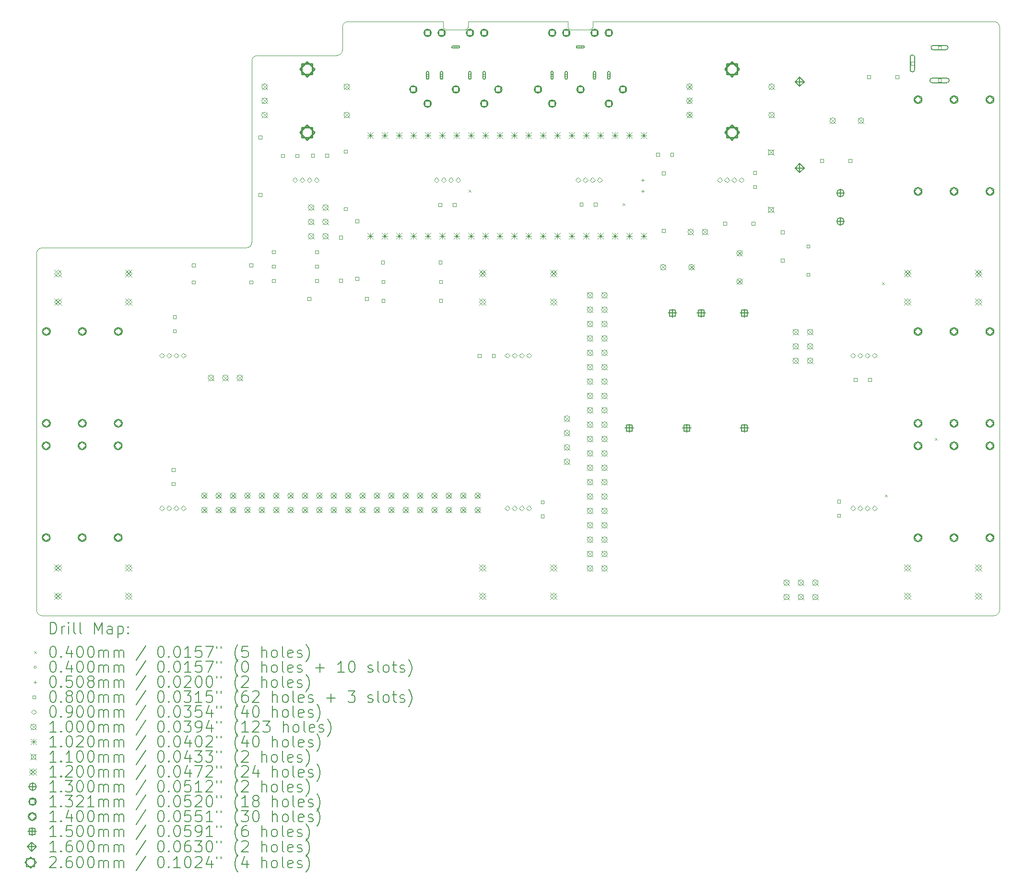
<source format=gbr>
%TF.GenerationSoftware,KiCad,Pcbnew,7.0.1.1-36-gbcf78dbe24-dirty-deb11*%
%TF.CreationDate,2023-04-24T19:27:54+00:00*%
%TF.ProjectId,pedalboard-hw,70656461-6c62-46f6-9172-642d68772e6b,2.0.0*%
%TF.SameCoordinates,Original*%
%TF.FileFunction,Drillmap*%
%TF.FilePolarity,Positive*%
%FSLAX45Y45*%
G04 Gerber Fmt 4.5, Leading zero omitted, Abs format (unit mm)*
G04 Created by KiCad (PCBNEW 7.0.1.1-36-gbcf78dbe24-dirty-deb11) date 2023-04-24 19:27:54*
%MOMM*%
%LPD*%
G01*
G04 APERTURE LIST*
%ADD10C,0.100000*%
%ADD11C,0.200000*%
%ADD12C,0.040000*%
%ADD13C,0.050800*%
%ADD14C,0.080000*%
%ADD15C,0.090000*%
%ADD16C,0.102000*%
%ADD17C,0.110000*%
%ADD18C,0.120000*%
%ADD19C,0.130000*%
%ADD20C,0.132080*%
%ADD21C,0.140000*%
%ADD22C,0.150000*%
%ADD23C,0.160000*%
%ADD24C,0.260000*%
G04 APERTURE END LIST*
D10*
X11820000Y-2000000D02*
X18900000Y-2000000D01*
X2000000Y-12400000D02*
X2000000Y-6100000D01*
X2100000Y-12500000D02*
X18900000Y-12500000D01*
X7400000Y-2100000D02*
X7400000Y-2500000D01*
X7500000Y-2000000D02*
G75*
G03*
X7400000Y-2100000I0J-100000D01*
G01*
X11380000Y-2100000D02*
G75*
G03*
X11420000Y-2140000I40000J0D01*
G01*
X2000000Y-12400000D02*
G75*
G03*
X2100000Y-12500000I100000J0D01*
G01*
X9180000Y-2100000D02*
G75*
G03*
X9220000Y-2140000I40000J0D01*
G01*
X11420000Y-2140000D02*
X11780000Y-2140000D01*
X5800000Y-5900000D02*
X5800000Y-2700000D01*
X2100000Y-6000000D02*
X5700000Y-6000000D01*
X5900000Y-2600000D02*
G75*
G03*
X5800000Y-2700000I0J-100000D01*
G01*
X19000000Y-2100000D02*
X19000000Y-12400000D01*
X11380000Y-2000000D02*
X11380000Y-2100000D01*
X9620000Y-2100000D02*
X9620000Y-2000000D01*
X9620000Y-2000000D02*
X11380000Y-2000000D01*
X19000000Y-2100000D02*
G75*
G03*
X18900000Y-2000000I-100000J0D01*
G01*
X9580000Y-2140000D02*
G75*
G03*
X9620000Y-2100000I0J40000D01*
G01*
X7300000Y-2600000D02*
X5900000Y-2600000D01*
X9180000Y-2000000D02*
X9180000Y-2100000D01*
X2100000Y-6000000D02*
G75*
G03*
X2000000Y-6100000I0J-100000D01*
G01*
X7300000Y-2600000D02*
G75*
G03*
X7400000Y-2500000I0J100000D01*
G01*
X9220000Y-2140000D02*
X9580000Y-2140000D01*
X5700000Y-6000000D02*
G75*
G03*
X5800000Y-5900000I0J100000D01*
G01*
X9180000Y-2000000D02*
X7500000Y-2000000D01*
X18900000Y-12500000D02*
G75*
G03*
X19000000Y-12400000I0J100000D01*
G01*
X11780000Y-2140000D02*
G75*
G03*
X11820000Y-2100000I0J40000D01*
G01*
X11820000Y-2100000D02*
X11820000Y-2000000D01*
D11*
D12*
X9630000Y-4975000D02*
X9670000Y-5015000D01*
X9670000Y-4975000D02*
X9630000Y-5015000D01*
X12345000Y-5212400D02*
X12385000Y-5252400D01*
X12385000Y-5212400D02*
X12345000Y-5252400D01*
X16926880Y-6609400D02*
X16966880Y-6649400D01*
X16966880Y-6609400D02*
X16926880Y-6649400D01*
X16977680Y-10358440D02*
X17017680Y-10398440D01*
X17017680Y-10358440D02*
X16977680Y-10398440D01*
X17860000Y-9360000D02*
X17900000Y-9400000D01*
X17900000Y-9360000D02*
X17860000Y-9400000D01*
X8920000Y-2950000D02*
G75*
G03*
X8920000Y-2950000I-20000J0D01*
G01*
D11*
X8880000Y-2900000D02*
X8880000Y-3000000D01*
X8880000Y-3000000D02*
G75*
G03*
X8920000Y-3000000I20000J0D01*
G01*
X8920000Y-3000000D02*
X8920000Y-2900000D01*
X8920000Y-2900000D02*
G75*
G03*
X8880000Y-2900000I-20000J0D01*
G01*
D12*
X9170000Y-2950000D02*
G75*
G03*
X9170000Y-2950000I-20000J0D01*
G01*
D11*
X9130000Y-2900000D02*
X9130000Y-3000000D01*
X9130000Y-3000000D02*
G75*
G03*
X9170000Y-3000000I20000J0D01*
G01*
X9170000Y-3000000D02*
X9170000Y-2900000D01*
X9170000Y-2900000D02*
G75*
G03*
X9130000Y-2900000I-20000J0D01*
G01*
D12*
X9420000Y-2450000D02*
G75*
G03*
X9420000Y-2450000I-20000J0D01*
G01*
D11*
X9450000Y-2430000D02*
X9350000Y-2430000D01*
X9350000Y-2430000D02*
G75*
G03*
X9350000Y-2470000I0J-20000D01*
G01*
X9350000Y-2470000D02*
X9450000Y-2470000D01*
X9450000Y-2470000D02*
G75*
G03*
X9450000Y-2430000I0J20000D01*
G01*
D12*
X9670000Y-2950000D02*
G75*
G03*
X9670000Y-2950000I-20000J0D01*
G01*
D11*
X9670000Y-3000000D02*
X9670000Y-2900000D01*
X9670000Y-2900000D02*
G75*
G03*
X9630000Y-2900000I-20000J0D01*
G01*
X9630000Y-2900000D02*
X9630000Y-3000000D01*
X9630000Y-3000000D02*
G75*
G03*
X9670000Y-3000000I20000J0D01*
G01*
D12*
X9920000Y-2950000D02*
G75*
G03*
X9920000Y-2950000I-20000J0D01*
G01*
D11*
X9920000Y-3000000D02*
X9920000Y-2900000D01*
X9920000Y-2900000D02*
G75*
G03*
X9880000Y-2900000I-20000J0D01*
G01*
X9880000Y-2900000D02*
X9880000Y-3000000D01*
X9880000Y-3000000D02*
G75*
G03*
X9920000Y-3000000I20000J0D01*
G01*
D12*
X11120000Y-2950000D02*
G75*
G03*
X11120000Y-2950000I-20000J0D01*
G01*
D11*
X11080000Y-2900000D02*
X11080000Y-3000000D01*
X11080000Y-3000000D02*
G75*
G03*
X11120000Y-3000000I20000J0D01*
G01*
X11120000Y-3000000D02*
X11120000Y-2900000D01*
X11120000Y-2900000D02*
G75*
G03*
X11080000Y-2900000I-20000J0D01*
G01*
D12*
X11370000Y-2950000D02*
G75*
G03*
X11370000Y-2950000I-20000J0D01*
G01*
D11*
X11330000Y-2900000D02*
X11330000Y-3000000D01*
X11330000Y-3000000D02*
G75*
G03*
X11370000Y-3000000I20000J0D01*
G01*
X11370000Y-3000000D02*
X11370000Y-2900000D01*
X11370000Y-2900000D02*
G75*
G03*
X11330000Y-2900000I-20000J0D01*
G01*
D12*
X11620000Y-2450000D02*
G75*
G03*
X11620000Y-2450000I-20000J0D01*
G01*
D11*
X11650000Y-2430000D02*
X11550000Y-2430000D01*
X11550000Y-2430000D02*
G75*
G03*
X11550000Y-2470000I0J-20000D01*
G01*
X11550000Y-2470000D02*
X11650000Y-2470000D01*
X11650000Y-2470000D02*
G75*
G03*
X11650000Y-2430000I0J20000D01*
G01*
D12*
X11870000Y-2950000D02*
G75*
G03*
X11870000Y-2950000I-20000J0D01*
G01*
D11*
X11870000Y-3000000D02*
X11870000Y-2900000D01*
X11870000Y-2900000D02*
G75*
G03*
X11830000Y-2900000I-20000J0D01*
G01*
X11830000Y-2900000D02*
X11830000Y-3000000D01*
X11830000Y-3000000D02*
G75*
G03*
X11870000Y-3000000I20000J0D01*
G01*
D12*
X12120000Y-2950000D02*
G75*
G03*
X12120000Y-2950000I-20000J0D01*
G01*
D11*
X12120000Y-3000000D02*
X12120000Y-2900000D01*
X12120000Y-2900000D02*
G75*
G03*
X12080000Y-2900000I-20000J0D01*
G01*
X12080000Y-2900000D02*
X12080000Y-3000000D01*
X12080000Y-3000000D02*
G75*
G03*
X12120000Y-3000000I20000J0D01*
G01*
D13*
X12700000Y-4774600D02*
X12700000Y-4825400D01*
X12674600Y-4800000D02*
X12725400Y-4800000D01*
X12700000Y-4974600D02*
X12700000Y-5025400D01*
X12674600Y-5000000D02*
X12725400Y-5000000D01*
D14*
X4443785Y-9948285D02*
X4443785Y-9891716D01*
X4387216Y-9891716D01*
X4387216Y-9948285D01*
X4443785Y-9948285D01*
X4443785Y-10198285D02*
X4443785Y-10141716D01*
X4387216Y-10141716D01*
X4387216Y-10198285D01*
X4443785Y-10198285D01*
X4463785Y-7248284D02*
X4463785Y-7191715D01*
X4407216Y-7191715D01*
X4407216Y-7248284D01*
X4463785Y-7248284D01*
X4463785Y-7498284D02*
X4463785Y-7441715D01*
X4407216Y-7441715D01*
X4407216Y-7498284D01*
X4463785Y-7498284D01*
X4797785Y-6333284D02*
X4797785Y-6276715D01*
X4741216Y-6276715D01*
X4741216Y-6333284D01*
X4797785Y-6333284D01*
X4797785Y-6633284D02*
X4797785Y-6576715D01*
X4741216Y-6576715D01*
X4741216Y-6633284D01*
X4797785Y-6633284D01*
X5813784Y-6333284D02*
X5813784Y-6276715D01*
X5757215Y-6276715D01*
X5757215Y-6333284D01*
X5813784Y-6333284D01*
X5813784Y-6633284D02*
X5813784Y-6576715D01*
X5757215Y-6576715D01*
X5757215Y-6633284D01*
X5813784Y-6633284D01*
X5978284Y-4072784D02*
X5978284Y-4016215D01*
X5921715Y-4016215D01*
X5921715Y-4072784D01*
X5978284Y-4072784D01*
X5978284Y-5088785D02*
X5978284Y-5032216D01*
X5921715Y-5032216D01*
X5921715Y-5088785D01*
X5978284Y-5088785D01*
X6213784Y-6100284D02*
X6213784Y-6043715D01*
X6157215Y-6043715D01*
X6157215Y-6100284D01*
X6213784Y-6100284D01*
X6213784Y-6354284D02*
X6213784Y-6297715D01*
X6157215Y-6297715D01*
X6157215Y-6354284D01*
X6213784Y-6354284D01*
X6213784Y-6608284D02*
X6213784Y-6551715D01*
X6157215Y-6551715D01*
X6157215Y-6608284D01*
X6213784Y-6608284D01*
X6375784Y-4398285D02*
X6375784Y-4341716D01*
X6319215Y-4341716D01*
X6319215Y-4398285D01*
X6375784Y-4398285D01*
X6625784Y-4398285D02*
X6625784Y-4341716D01*
X6569215Y-4341716D01*
X6569215Y-4398285D01*
X6625784Y-4398285D01*
X6840284Y-6926284D02*
X6840284Y-6869715D01*
X6783715Y-6869715D01*
X6783715Y-6926284D01*
X6840284Y-6926284D01*
X6903284Y-4395785D02*
X6903284Y-4339216D01*
X6846715Y-4339216D01*
X6846715Y-4395785D01*
X6903284Y-4395785D01*
X6975784Y-6100284D02*
X6975784Y-6043715D01*
X6919215Y-6043715D01*
X6919215Y-6100284D01*
X6975784Y-6100284D01*
X6975784Y-6354284D02*
X6975784Y-6297715D01*
X6919215Y-6297715D01*
X6919215Y-6354284D01*
X6975784Y-6354284D01*
X6975784Y-6608284D02*
X6975784Y-6551715D01*
X6919215Y-6551715D01*
X6919215Y-6608284D01*
X6975784Y-6608284D01*
X7153284Y-4395785D02*
X7153284Y-4339216D01*
X7096715Y-4339216D01*
X7096715Y-4395785D01*
X7153284Y-4395785D01*
X7398284Y-5843784D02*
X7398284Y-5787215D01*
X7341715Y-5787215D01*
X7341715Y-5843784D01*
X7398284Y-5843784D01*
X7398284Y-6605784D02*
X7398284Y-6549215D01*
X7341715Y-6549215D01*
X7341715Y-6605784D01*
X7398284Y-6605784D01*
X7485784Y-4322785D02*
X7485784Y-4266216D01*
X7429215Y-4266216D01*
X7429215Y-4322785D01*
X7485784Y-4322785D01*
X7485784Y-5338785D02*
X7485784Y-5282216D01*
X7429215Y-5282216D01*
X7429215Y-5338785D01*
X7485784Y-5338785D01*
X7688284Y-5555285D02*
X7688284Y-5498716D01*
X7631715Y-5498716D01*
X7631715Y-5555285D01*
X7688284Y-5555285D01*
X7688284Y-6571284D02*
X7688284Y-6514715D01*
X7631715Y-6514715D01*
X7631715Y-6571284D01*
X7688284Y-6571284D01*
X7856284Y-6926284D02*
X7856284Y-6869715D01*
X7799715Y-6869715D01*
X7799715Y-6926284D01*
X7856284Y-6926284D01*
X8140284Y-6285784D02*
X8140284Y-6229215D01*
X8083715Y-6229215D01*
X8083715Y-6285784D01*
X8140284Y-6285784D01*
X8147284Y-6626284D02*
X8147284Y-6569715D01*
X8090715Y-6569715D01*
X8090715Y-6626284D01*
X8147284Y-6626284D01*
X8147284Y-6962284D02*
X8147284Y-6905715D01*
X8090715Y-6905715D01*
X8090715Y-6962284D01*
X8147284Y-6962284D01*
X9153285Y-5268285D02*
X9153285Y-5211716D01*
X9096716Y-5211716D01*
X9096716Y-5268285D01*
X9153285Y-5268285D01*
X9156285Y-6285784D02*
X9156285Y-6229215D01*
X9099716Y-6229215D01*
X9099716Y-6285784D01*
X9156285Y-6285784D01*
X9163285Y-6626284D02*
X9163285Y-6569715D01*
X9106716Y-6569715D01*
X9106716Y-6626284D01*
X9163285Y-6626284D01*
X9163285Y-6962284D02*
X9163285Y-6905715D01*
X9106716Y-6905715D01*
X9106716Y-6962284D01*
X9163285Y-6962284D01*
X9403285Y-5268285D02*
X9403285Y-5211716D01*
X9346716Y-5211716D01*
X9346716Y-5268285D01*
X9403285Y-5268285D01*
X9845285Y-7933284D02*
X9845285Y-7876715D01*
X9788716Y-7876715D01*
X9788716Y-7933284D01*
X9845285Y-7933284D01*
X10095285Y-7933284D02*
X10095285Y-7876715D01*
X10038716Y-7876715D01*
X10038716Y-7933284D01*
X10095285Y-7933284D01*
X10959285Y-10521285D02*
X10959285Y-10464716D01*
X10902716Y-10464716D01*
X10902716Y-10521285D01*
X10959285Y-10521285D01*
X10959285Y-10771285D02*
X10959285Y-10714716D01*
X10902716Y-10714716D01*
X10902716Y-10771285D01*
X10959285Y-10771285D01*
X11643284Y-5258285D02*
X11643284Y-5201716D01*
X11586715Y-5201716D01*
X11586715Y-5258285D01*
X11643284Y-5258285D01*
X11893284Y-5258285D02*
X11893284Y-5201716D01*
X11836715Y-5201716D01*
X11836715Y-5258285D01*
X11893284Y-5258285D01*
X12993284Y-4375285D02*
X12993284Y-4318716D01*
X12936715Y-4318716D01*
X12936715Y-4375285D01*
X12993284Y-4375285D01*
X13098284Y-4710285D02*
X13098284Y-4653716D01*
X13041715Y-4653716D01*
X13041715Y-4710285D01*
X13098284Y-4710285D01*
X13098284Y-5726284D02*
X13098284Y-5669715D01*
X13041715Y-5669715D01*
X13041715Y-5726284D01*
X13098284Y-5726284D01*
X13243284Y-4375285D02*
X13243284Y-4318716D01*
X13186715Y-4318716D01*
X13186715Y-4375285D01*
X13243284Y-4375285D01*
X14178284Y-5598284D02*
X14178284Y-5541716D01*
X14121715Y-5541716D01*
X14121715Y-5598284D01*
X14178284Y-5598284D01*
X14678284Y-5598284D02*
X14678284Y-5541716D01*
X14621715Y-5541716D01*
X14621715Y-5598284D01*
X14678284Y-5598284D01*
X14708284Y-4698285D02*
X14708284Y-4641716D01*
X14651715Y-4641716D01*
X14651715Y-4698285D01*
X14708284Y-4698285D01*
X14708284Y-4948285D02*
X14708284Y-4891716D01*
X14651715Y-4891716D01*
X14651715Y-4948285D01*
X14708284Y-4948285D01*
X15198284Y-5748284D02*
X15198284Y-5691715D01*
X15141715Y-5691715D01*
X15141715Y-5748284D01*
X15198284Y-5748284D01*
X15198284Y-6248284D02*
X15198284Y-6191715D01*
X15141715Y-6191715D01*
X15141715Y-6248284D01*
X15198284Y-6248284D01*
X15648284Y-5998284D02*
X15648284Y-5941715D01*
X15591715Y-5941715D01*
X15591715Y-5998284D01*
X15648284Y-5998284D01*
X15648284Y-6498284D02*
X15648284Y-6441715D01*
X15591715Y-6441715D01*
X15591715Y-6498284D01*
X15648284Y-6498284D01*
X15892044Y-4488285D02*
X15892044Y-4431716D01*
X15835475Y-4431716D01*
X15835475Y-4488285D01*
X15892044Y-4488285D01*
X16190284Y-10508285D02*
X16190284Y-10451716D01*
X16133715Y-10451716D01*
X16133715Y-10508285D01*
X16190284Y-10508285D01*
X16190284Y-10758285D02*
X16190284Y-10701716D01*
X16133715Y-10701716D01*
X16133715Y-10758285D01*
X16190284Y-10758285D01*
X16392044Y-4488285D02*
X16392044Y-4431716D01*
X16335475Y-4431716D01*
X16335475Y-4488285D01*
X16392044Y-4488285D01*
X16485284Y-8358284D02*
X16485284Y-8301715D01*
X16428715Y-8301715D01*
X16428715Y-8358284D01*
X16485284Y-8358284D01*
X16718284Y-3008284D02*
X16718284Y-2951715D01*
X16661715Y-2951715D01*
X16661715Y-3008284D01*
X16718284Y-3008284D01*
X16735284Y-8358284D02*
X16735284Y-8301715D01*
X16678715Y-8301715D01*
X16678715Y-8358284D01*
X16735284Y-8358284D01*
X17218285Y-3008284D02*
X17218285Y-2951715D01*
X17161716Y-2951715D01*
X17161716Y-3008284D01*
X17218285Y-3008284D01*
X17488285Y-2768285D02*
X17488285Y-2711716D01*
X17431716Y-2711716D01*
X17431716Y-2768285D01*
X17488285Y-2768285D01*
D11*
X17420000Y-2630000D02*
X17420000Y-2850000D01*
X17420000Y-2850000D02*
G75*
G03*
X17500000Y-2850000I40000J0D01*
G01*
X17500000Y-2850000D02*
X17500000Y-2630000D01*
X17500000Y-2630000D02*
G75*
G03*
X17420000Y-2630000I-40000J0D01*
G01*
D14*
X17968285Y-2488285D02*
X17968285Y-2431716D01*
X17911716Y-2431716D01*
X17911716Y-2488285D01*
X17968285Y-2488285D01*
D11*
X18050000Y-2420000D02*
X17830000Y-2420000D01*
X17830000Y-2420000D02*
G75*
G03*
X17830000Y-2500000I0J-40000D01*
G01*
X17830000Y-2500000D02*
X18050000Y-2500000D01*
X18050000Y-2500000D02*
G75*
G03*
X18050000Y-2420000I0J40000D01*
G01*
D14*
X17968285Y-3068284D02*
X17968285Y-3011715D01*
X17911716Y-3011715D01*
X17911716Y-3068284D01*
X17968285Y-3068284D01*
D11*
X18070000Y-3000000D02*
X17810000Y-3000000D01*
X17810000Y-3000000D02*
G75*
G03*
X17810000Y-3080000I0J-40000D01*
G01*
X17810000Y-3080000D02*
X18070000Y-3080000D01*
X18070000Y-3080000D02*
G75*
G03*
X18070000Y-3000000I0J40000D01*
G01*
D15*
X4210000Y-7945000D02*
X4255000Y-7900000D01*
X4210000Y-7855000D01*
X4165000Y-7900000D01*
X4210000Y-7945000D01*
X4210000Y-10645000D02*
X4255000Y-10600000D01*
X4210000Y-10555000D01*
X4165000Y-10600000D01*
X4210000Y-10645000D01*
X4337000Y-7945000D02*
X4382000Y-7900000D01*
X4337000Y-7855000D01*
X4292000Y-7900000D01*
X4337000Y-7945000D01*
X4337000Y-10645000D02*
X4382000Y-10600000D01*
X4337000Y-10555000D01*
X4292000Y-10600000D01*
X4337000Y-10645000D01*
X4464000Y-7945000D02*
X4509000Y-7900000D01*
X4464000Y-7855000D01*
X4419000Y-7900000D01*
X4464000Y-7945000D01*
X4464000Y-10645000D02*
X4509000Y-10600000D01*
X4464000Y-10555000D01*
X4419000Y-10600000D01*
X4464000Y-10645000D01*
X4591000Y-7945000D02*
X4636000Y-7900000D01*
X4591000Y-7855000D01*
X4546000Y-7900000D01*
X4591000Y-7945000D01*
X4591000Y-10645000D02*
X4636000Y-10600000D01*
X4591000Y-10555000D01*
X4546000Y-10600000D01*
X4591000Y-10645000D01*
X6560000Y-4845000D02*
X6605000Y-4800000D01*
X6560000Y-4755000D01*
X6515000Y-4800000D01*
X6560000Y-4845000D01*
X6687000Y-4845000D02*
X6732000Y-4800000D01*
X6687000Y-4755000D01*
X6642000Y-4800000D01*
X6687000Y-4845000D01*
X6814000Y-4845000D02*
X6859000Y-4800000D01*
X6814000Y-4755000D01*
X6769000Y-4800000D01*
X6814000Y-4845000D01*
X6941000Y-4845000D02*
X6986000Y-4800000D01*
X6941000Y-4755000D01*
X6896000Y-4800000D01*
X6941000Y-4845000D01*
X9060000Y-4845000D02*
X9105000Y-4800000D01*
X9060000Y-4755000D01*
X9015000Y-4800000D01*
X9060000Y-4845000D01*
X9187000Y-4845000D02*
X9232000Y-4800000D01*
X9187000Y-4755000D01*
X9142000Y-4800000D01*
X9187000Y-4845000D01*
X9314000Y-4845000D02*
X9359000Y-4800000D01*
X9314000Y-4755000D01*
X9269000Y-4800000D01*
X9314000Y-4845000D01*
X9441000Y-4845000D02*
X9486000Y-4800000D01*
X9441000Y-4755000D01*
X9396000Y-4800000D01*
X9441000Y-4845000D01*
X10310000Y-7945000D02*
X10355000Y-7900000D01*
X10310000Y-7855000D01*
X10265000Y-7900000D01*
X10310000Y-7945000D01*
X10310000Y-10645000D02*
X10355000Y-10600000D01*
X10310000Y-10555000D01*
X10265000Y-10600000D01*
X10310000Y-10645000D01*
X10437000Y-7945000D02*
X10482000Y-7900000D01*
X10437000Y-7855000D01*
X10392000Y-7900000D01*
X10437000Y-7945000D01*
X10437000Y-10645000D02*
X10482000Y-10600000D01*
X10437000Y-10555000D01*
X10392000Y-10600000D01*
X10437000Y-10645000D01*
X10564000Y-7945000D02*
X10609000Y-7900000D01*
X10564000Y-7855000D01*
X10519000Y-7900000D01*
X10564000Y-7945000D01*
X10564000Y-10645000D02*
X10609000Y-10600000D01*
X10564000Y-10555000D01*
X10519000Y-10600000D01*
X10564000Y-10645000D01*
X10691000Y-7945000D02*
X10736000Y-7900000D01*
X10691000Y-7855000D01*
X10646000Y-7900000D01*
X10691000Y-7945000D01*
X10691000Y-10645000D02*
X10736000Y-10600000D01*
X10691000Y-10555000D01*
X10646000Y-10600000D01*
X10691000Y-10645000D01*
X11560000Y-4845000D02*
X11605000Y-4800000D01*
X11560000Y-4755000D01*
X11515000Y-4800000D01*
X11560000Y-4845000D01*
X11687000Y-4845000D02*
X11732000Y-4800000D01*
X11687000Y-4755000D01*
X11642000Y-4800000D01*
X11687000Y-4845000D01*
X11814000Y-4845000D02*
X11859000Y-4800000D01*
X11814000Y-4755000D01*
X11769000Y-4800000D01*
X11814000Y-4845000D01*
X11941000Y-4845000D02*
X11986000Y-4800000D01*
X11941000Y-4755000D01*
X11896000Y-4800000D01*
X11941000Y-4845000D01*
X14060000Y-4845000D02*
X14105000Y-4800000D01*
X14060000Y-4755000D01*
X14015000Y-4800000D01*
X14060000Y-4845000D01*
X14187000Y-4845000D02*
X14232000Y-4800000D01*
X14187000Y-4755000D01*
X14142000Y-4800000D01*
X14187000Y-4845000D01*
X14314000Y-4845000D02*
X14359000Y-4800000D01*
X14314000Y-4755000D01*
X14269000Y-4800000D01*
X14314000Y-4845000D01*
X14441000Y-4845000D02*
X14486000Y-4800000D01*
X14441000Y-4755000D01*
X14396000Y-4800000D01*
X14441000Y-4845000D01*
X16410000Y-7945000D02*
X16455000Y-7900000D01*
X16410000Y-7855000D01*
X16365000Y-7900000D01*
X16410000Y-7945000D01*
X16410000Y-10645000D02*
X16455000Y-10600000D01*
X16410000Y-10555000D01*
X16365000Y-10600000D01*
X16410000Y-10645000D01*
X16537000Y-7945000D02*
X16582000Y-7900000D01*
X16537000Y-7855000D01*
X16492000Y-7900000D01*
X16537000Y-7945000D01*
X16537000Y-10645000D02*
X16582000Y-10600000D01*
X16537000Y-10555000D01*
X16492000Y-10600000D01*
X16537000Y-10645000D01*
X16664000Y-7945000D02*
X16709000Y-7900000D01*
X16664000Y-7855000D01*
X16619000Y-7900000D01*
X16664000Y-7945000D01*
X16664000Y-10645000D02*
X16709000Y-10600000D01*
X16664000Y-10555000D01*
X16619000Y-10600000D01*
X16664000Y-10645000D01*
X16791000Y-7945000D02*
X16836000Y-7900000D01*
X16791000Y-7855000D01*
X16746000Y-7900000D01*
X16791000Y-7945000D01*
X16791000Y-10645000D02*
X16836000Y-10600000D01*
X16791000Y-10555000D01*
X16746000Y-10600000D01*
X16791000Y-10645000D01*
D10*
X4909000Y-10328000D02*
X5009000Y-10428000D01*
X5009000Y-10328000D02*
X4909000Y-10428000D01*
X5009000Y-10378000D02*
G75*
G03*
X5009000Y-10378000I-50000J0D01*
G01*
X4909000Y-10582000D02*
X5009000Y-10682000D01*
X5009000Y-10582000D02*
X4909000Y-10682000D01*
X5009000Y-10632000D02*
G75*
G03*
X5009000Y-10632000I-50000J0D01*
G01*
X5028500Y-8246260D02*
X5128500Y-8346260D01*
X5128500Y-8246260D02*
X5028500Y-8346260D01*
X5128500Y-8296260D02*
G75*
G03*
X5128500Y-8296260I-50000J0D01*
G01*
X5163000Y-10328000D02*
X5263000Y-10428000D01*
X5263000Y-10328000D02*
X5163000Y-10428000D01*
X5263000Y-10378000D02*
G75*
G03*
X5263000Y-10378000I-50000J0D01*
G01*
X5163000Y-10582000D02*
X5263000Y-10682000D01*
X5263000Y-10582000D02*
X5163000Y-10682000D01*
X5263000Y-10632000D02*
G75*
G03*
X5263000Y-10632000I-50000J0D01*
G01*
X5282500Y-8246260D02*
X5382500Y-8346260D01*
X5382500Y-8246260D02*
X5282500Y-8346260D01*
X5382500Y-8296260D02*
G75*
G03*
X5382500Y-8296260I-50000J0D01*
G01*
X5417000Y-10328000D02*
X5517000Y-10428000D01*
X5517000Y-10328000D02*
X5417000Y-10428000D01*
X5517000Y-10378000D02*
G75*
G03*
X5517000Y-10378000I-50000J0D01*
G01*
X5417000Y-10582000D02*
X5517000Y-10682000D01*
X5517000Y-10582000D02*
X5417000Y-10682000D01*
X5517000Y-10632000D02*
G75*
G03*
X5517000Y-10632000I-50000J0D01*
G01*
X5536500Y-8246260D02*
X5636500Y-8346260D01*
X5636500Y-8246260D02*
X5536500Y-8346260D01*
X5636500Y-8296260D02*
G75*
G03*
X5636500Y-8296260I-50000J0D01*
G01*
X5671000Y-10328000D02*
X5771000Y-10428000D01*
X5771000Y-10328000D02*
X5671000Y-10428000D01*
X5771000Y-10378000D02*
G75*
G03*
X5771000Y-10378000I-50000J0D01*
G01*
X5671000Y-10582000D02*
X5771000Y-10682000D01*
X5771000Y-10582000D02*
X5671000Y-10682000D01*
X5771000Y-10632000D02*
G75*
G03*
X5771000Y-10632000I-50000J0D01*
G01*
X5925000Y-10328000D02*
X6025000Y-10428000D01*
X6025000Y-10328000D02*
X5925000Y-10428000D01*
X6025000Y-10378000D02*
G75*
G03*
X6025000Y-10378000I-50000J0D01*
G01*
X5925000Y-10582000D02*
X6025000Y-10682000D01*
X6025000Y-10582000D02*
X5925000Y-10682000D01*
X6025000Y-10632000D02*
G75*
G03*
X6025000Y-10632000I-50000J0D01*
G01*
X5975000Y-3100000D02*
X6075000Y-3200000D01*
X6075000Y-3100000D02*
X5975000Y-3200000D01*
X6075000Y-3150000D02*
G75*
G03*
X6075000Y-3150000I-50000J0D01*
G01*
X5975000Y-3350000D02*
X6075000Y-3450000D01*
X6075000Y-3350000D02*
X5975000Y-3450000D01*
X6075000Y-3400000D02*
G75*
G03*
X6075000Y-3400000I-50000J0D01*
G01*
X5975000Y-3600000D02*
X6075000Y-3700000D01*
X6075000Y-3600000D02*
X5975000Y-3700000D01*
X6075000Y-3650000D02*
G75*
G03*
X6075000Y-3650000I-50000J0D01*
G01*
X6179000Y-10328000D02*
X6279000Y-10428000D01*
X6279000Y-10328000D02*
X6179000Y-10428000D01*
X6279000Y-10378000D02*
G75*
G03*
X6279000Y-10378000I-50000J0D01*
G01*
X6179000Y-10582000D02*
X6279000Y-10682000D01*
X6279000Y-10582000D02*
X6179000Y-10682000D01*
X6279000Y-10632000D02*
G75*
G03*
X6279000Y-10632000I-50000J0D01*
G01*
X6433000Y-10328000D02*
X6533000Y-10428000D01*
X6533000Y-10328000D02*
X6433000Y-10428000D01*
X6533000Y-10378000D02*
G75*
G03*
X6533000Y-10378000I-50000J0D01*
G01*
X6433000Y-10582000D02*
X6533000Y-10682000D01*
X6533000Y-10582000D02*
X6433000Y-10682000D01*
X6533000Y-10632000D02*
G75*
G03*
X6533000Y-10632000I-50000J0D01*
G01*
X6687000Y-10328000D02*
X6787000Y-10428000D01*
X6787000Y-10328000D02*
X6687000Y-10428000D01*
X6787000Y-10378000D02*
G75*
G03*
X6787000Y-10378000I-50000J0D01*
G01*
X6687000Y-10582000D02*
X6787000Y-10682000D01*
X6787000Y-10582000D02*
X6687000Y-10682000D01*
X6787000Y-10632000D02*
G75*
G03*
X6787000Y-10632000I-50000J0D01*
G01*
X6796000Y-5235000D02*
X6896000Y-5335000D01*
X6896000Y-5235000D02*
X6796000Y-5335000D01*
X6896000Y-5285000D02*
G75*
G03*
X6896000Y-5285000I-50000J0D01*
G01*
X6796000Y-5489000D02*
X6896000Y-5589000D01*
X6896000Y-5489000D02*
X6796000Y-5589000D01*
X6896000Y-5539000D02*
G75*
G03*
X6896000Y-5539000I-50000J0D01*
G01*
X6796000Y-5743000D02*
X6896000Y-5843000D01*
X6896000Y-5743000D02*
X6796000Y-5843000D01*
X6896000Y-5793000D02*
G75*
G03*
X6896000Y-5793000I-50000J0D01*
G01*
X6941000Y-10328000D02*
X7041000Y-10428000D01*
X7041000Y-10328000D02*
X6941000Y-10428000D01*
X7041000Y-10378000D02*
G75*
G03*
X7041000Y-10378000I-50000J0D01*
G01*
X6941000Y-10582000D02*
X7041000Y-10682000D01*
X7041000Y-10582000D02*
X6941000Y-10682000D01*
X7041000Y-10632000D02*
G75*
G03*
X7041000Y-10632000I-50000J0D01*
G01*
X7050000Y-5235000D02*
X7150000Y-5335000D01*
X7150000Y-5235000D02*
X7050000Y-5335000D01*
X7150000Y-5285000D02*
G75*
G03*
X7150000Y-5285000I-50000J0D01*
G01*
X7050000Y-5489000D02*
X7150000Y-5589000D01*
X7150000Y-5489000D02*
X7050000Y-5589000D01*
X7150000Y-5539000D02*
G75*
G03*
X7150000Y-5539000I-50000J0D01*
G01*
X7050000Y-5743000D02*
X7150000Y-5843000D01*
X7150000Y-5743000D02*
X7050000Y-5843000D01*
X7150000Y-5793000D02*
G75*
G03*
X7150000Y-5793000I-50000J0D01*
G01*
X7195000Y-10328000D02*
X7295000Y-10428000D01*
X7295000Y-10328000D02*
X7195000Y-10428000D01*
X7295000Y-10378000D02*
G75*
G03*
X7295000Y-10378000I-50000J0D01*
G01*
X7195000Y-10582000D02*
X7295000Y-10682000D01*
X7295000Y-10582000D02*
X7195000Y-10682000D01*
X7295000Y-10632000D02*
G75*
G03*
X7295000Y-10632000I-50000J0D01*
G01*
X7425000Y-3100000D02*
X7525000Y-3200000D01*
X7525000Y-3100000D02*
X7425000Y-3200000D01*
X7525000Y-3150000D02*
G75*
G03*
X7525000Y-3150000I-50000J0D01*
G01*
X7425000Y-3600000D02*
X7525000Y-3700000D01*
X7525000Y-3600000D02*
X7425000Y-3700000D01*
X7525000Y-3650000D02*
G75*
G03*
X7525000Y-3650000I-50000J0D01*
G01*
X7449000Y-10328000D02*
X7549000Y-10428000D01*
X7549000Y-10328000D02*
X7449000Y-10428000D01*
X7549000Y-10378000D02*
G75*
G03*
X7549000Y-10378000I-50000J0D01*
G01*
X7449000Y-10582000D02*
X7549000Y-10682000D01*
X7549000Y-10582000D02*
X7449000Y-10682000D01*
X7549000Y-10632000D02*
G75*
G03*
X7549000Y-10632000I-50000J0D01*
G01*
X7703000Y-10328000D02*
X7803000Y-10428000D01*
X7803000Y-10328000D02*
X7703000Y-10428000D01*
X7803000Y-10378000D02*
G75*
G03*
X7803000Y-10378000I-50000J0D01*
G01*
X7703000Y-10582000D02*
X7803000Y-10682000D01*
X7803000Y-10582000D02*
X7703000Y-10682000D01*
X7803000Y-10632000D02*
G75*
G03*
X7803000Y-10632000I-50000J0D01*
G01*
X7957000Y-10328000D02*
X8057000Y-10428000D01*
X8057000Y-10328000D02*
X7957000Y-10428000D01*
X8057000Y-10378000D02*
G75*
G03*
X8057000Y-10378000I-50000J0D01*
G01*
X7957000Y-10582000D02*
X8057000Y-10682000D01*
X8057000Y-10582000D02*
X7957000Y-10682000D01*
X8057000Y-10632000D02*
G75*
G03*
X8057000Y-10632000I-50000J0D01*
G01*
X8211000Y-10328000D02*
X8311000Y-10428000D01*
X8311000Y-10328000D02*
X8211000Y-10428000D01*
X8311000Y-10378000D02*
G75*
G03*
X8311000Y-10378000I-50000J0D01*
G01*
X8211000Y-10582000D02*
X8311000Y-10682000D01*
X8311000Y-10582000D02*
X8211000Y-10682000D01*
X8311000Y-10632000D02*
G75*
G03*
X8311000Y-10632000I-50000J0D01*
G01*
X8465000Y-10328000D02*
X8565000Y-10428000D01*
X8565000Y-10328000D02*
X8465000Y-10428000D01*
X8565000Y-10378000D02*
G75*
G03*
X8565000Y-10378000I-50000J0D01*
G01*
X8465000Y-10582000D02*
X8565000Y-10682000D01*
X8565000Y-10582000D02*
X8465000Y-10682000D01*
X8565000Y-10632000D02*
G75*
G03*
X8565000Y-10632000I-50000J0D01*
G01*
X8719000Y-10328000D02*
X8819000Y-10428000D01*
X8819000Y-10328000D02*
X8719000Y-10428000D01*
X8819000Y-10378000D02*
G75*
G03*
X8819000Y-10378000I-50000J0D01*
G01*
X8719000Y-10582000D02*
X8819000Y-10682000D01*
X8819000Y-10582000D02*
X8719000Y-10682000D01*
X8819000Y-10632000D02*
G75*
G03*
X8819000Y-10632000I-50000J0D01*
G01*
X8973000Y-10328000D02*
X9073000Y-10428000D01*
X9073000Y-10328000D02*
X8973000Y-10428000D01*
X9073000Y-10378000D02*
G75*
G03*
X9073000Y-10378000I-50000J0D01*
G01*
X8973000Y-10582000D02*
X9073000Y-10682000D01*
X9073000Y-10582000D02*
X8973000Y-10682000D01*
X9073000Y-10632000D02*
G75*
G03*
X9073000Y-10632000I-50000J0D01*
G01*
X9227000Y-10328000D02*
X9327000Y-10428000D01*
X9327000Y-10328000D02*
X9227000Y-10428000D01*
X9327000Y-10378000D02*
G75*
G03*
X9327000Y-10378000I-50000J0D01*
G01*
X9227000Y-10582000D02*
X9327000Y-10682000D01*
X9327000Y-10582000D02*
X9227000Y-10682000D01*
X9327000Y-10632000D02*
G75*
G03*
X9327000Y-10632000I-50000J0D01*
G01*
X9481000Y-10328000D02*
X9581000Y-10428000D01*
X9581000Y-10328000D02*
X9481000Y-10428000D01*
X9581000Y-10378000D02*
G75*
G03*
X9581000Y-10378000I-50000J0D01*
G01*
X9481000Y-10582000D02*
X9581000Y-10682000D01*
X9581000Y-10582000D02*
X9481000Y-10682000D01*
X9581000Y-10632000D02*
G75*
G03*
X9581000Y-10632000I-50000J0D01*
G01*
X9735000Y-10328000D02*
X9835000Y-10428000D01*
X9835000Y-10328000D02*
X9735000Y-10428000D01*
X9835000Y-10378000D02*
G75*
G03*
X9835000Y-10378000I-50000J0D01*
G01*
X9735000Y-10582000D02*
X9835000Y-10682000D01*
X9835000Y-10582000D02*
X9735000Y-10682000D01*
X9835000Y-10632000D02*
G75*
G03*
X9835000Y-10632000I-50000J0D01*
G01*
X11312500Y-8966000D02*
X11412500Y-9066000D01*
X11412500Y-8966000D02*
X11312500Y-9066000D01*
X11412500Y-9016000D02*
G75*
G03*
X11412500Y-9016000I-50000J0D01*
G01*
X11312500Y-9220000D02*
X11412500Y-9320000D01*
X11412500Y-9220000D02*
X11312500Y-9320000D01*
X11412500Y-9270000D02*
G75*
G03*
X11412500Y-9270000I-50000J0D01*
G01*
X11312500Y-9474000D02*
X11412500Y-9574000D01*
X11412500Y-9474000D02*
X11312500Y-9574000D01*
X11412500Y-9524000D02*
G75*
G03*
X11412500Y-9524000I-50000J0D01*
G01*
X11312500Y-9728000D02*
X11412500Y-9828000D01*
X11412500Y-9728000D02*
X11312500Y-9828000D01*
X11412500Y-9778000D02*
G75*
G03*
X11412500Y-9778000I-50000J0D01*
G01*
X11721000Y-6787560D02*
X11821000Y-6887560D01*
X11821000Y-6787560D02*
X11721000Y-6887560D01*
X11821000Y-6837560D02*
G75*
G03*
X11821000Y-6837560I-50000J0D01*
G01*
X11721000Y-7041560D02*
X11821000Y-7141560D01*
X11821000Y-7041560D02*
X11721000Y-7141560D01*
X11821000Y-7091560D02*
G75*
G03*
X11821000Y-7091560I-50000J0D01*
G01*
X11721000Y-7295560D02*
X11821000Y-7395560D01*
X11821000Y-7295560D02*
X11721000Y-7395560D01*
X11821000Y-7345560D02*
G75*
G03*
X11821000Y-7345560I-50000J0D01*
G01*
X11721000Y-7549560D02*
X11821000Y-7649560D01*
X11821000Y-7549560D02*
X11721000Y-7649560D01*
X11821000Y-7599560D02*
G75*
G03*
X11821000Y-7599560I-50000J0D01*
G01*
X11721000Y-7803560D02*
X11821000Y-7903560D01*
X11821000Y-7803560D02*
X11721000Y-7903560D01*
X11821000Y-7853560D02*
G75*
G03*
X11821000Y-7853560I-50000J0D01*
G01*
X11721000Y-8057560D02*
X11821000Y-8157560D01*
X11821000Y-8057560D02*
X11721000Y-8157560D01*
X11821000Y-8107560D02*
G75*
G03*
X11821000Y-8107560I-50000J0D01*
G01*
X11721000Y-8311560D02*
X11821000Y-8411560D01*
X11821000Y-8311560D02*
X11721000Y-8411560D01*
X11821000Y-8361560D02*
G75*
G03*
X11821000Y-8361560I-50000J0D01*
G01*
X11721000Y-8565560D02*
X11821000Y-8665560D01*
X11821000Y-8565560D02*
X11721000Y-8665560D01*
X11821000Y-8615560D02*
G75*
G03*
X11821000Y-8615560I-50000J0D01*
G01*
X11721000Y-8819560D02*
X11821000Y-8919560D01*
X11821000Y-8819560D02*
X11721000Y-8919560D01*
X11821000Y-8869560D02*
G75*
G03*
X11821000Y-8869560I-50000J0D01*
G01*
X11721000Y-9073560D02*
X11821000Y-9173560D01*
X11821000Y-9073560D02*
X11721000Y-9173560D01*
X11821000Y-9123560D02*
G75*
G03*
X11821000Y-9123560I-50000J0D01*
G01*
X11721000Y-9327560D02*
X11821000Y-9427560D01*
X11821000Y-9327560D02*
X11721000Y-9427560D01*
X11821000Y-9377560D02*
G75*
G03*
X11821000Y-9377560I-50000J0D01*
G01*
X11721000Y-9581560D02*
X11821000Y-9681560D01*
X11821000Y-9581560D02*
X11721000Y-9681560D01*
X11821000Y-9631560D02*
G75*
G03*
X11821000Y-9631560I-50000J0D01*
G01*
X11721000Y-9835560D02*
X11821000Y-9935560D01*
X11821000Y-9835560D02*
X11721000Y-9935560D01*
X11821000Y-9885560D02*
G75*
G03*
X11821000Y-9885560I-50000J0D01*
G01*
X11721000Y-10089560D02*
X11821000Y-10189560D01*
X11821000Y-10089560D02*
X11721000Y-10189560D01*
X11821000Y-10139560D02*
G75*
G03*
X11821000Y-10139560I-50000J0D01*
G01*
X11721000Y-10343560D02*
X11821000Y-10443560D01*
X11821000Y-10343560D02*
X11721000Y-10443560D01*
X11821000Y-10393560D02*
G75*
G03*
X11821000Y-10393560I-50000J0D01*
G01*
X11721000Y-10597560D02*
X11821000Y-10697560D01*
X11821000Y-10597560D02*
X11721000Y-10697560D01*
X11821000Y-10647560D02*
G75*
G03*
X11821000Y-10647560I-50000J0D01*
G01*
X11721000Y-10851560D02*
X11821000Y-10951560D01*
X11821000Y-10851560D02*
X11721000Y-10951560D01*
X11821000Y-10901560D02*
G75*
G03*
X11821000Y-10901560I-50000J0D01*
G01*
X11721000Y-11105560D02*
X11821000Y-11205560D01*
X11821000Y-11105560D02*
X11721000Y-11205560D01*
X11821000Y-11155560D02*
G75*
G03*
X11821000Y-11155560I-50000J0D01*
G01*
X11721000Y-11359560D02*
X11821000Y-11459560D01*
X11821000Y-11359560D02*
X11721000Y-11459560D01*
X11821000Y-11409560D02*
G75*
G03*
X11821000Y-11409560I-50000J0D01*
G01*
X11721000Y-11613560D02*
X11821000Y-11713560D01*
X11821000Y-11613560D02*
X11721000Y-11713560D01*
X11821000Y-11663560D02*
G75*
G03*
X11821000Y-11663560I-50000J0D01*
G01*
X11975000Y-6787560D02*
X12075000Y-6887560D01*
X12075000Y-6787560D02*
X11975000Y-6887560D01*
X12075000Y-6837560D02*
G75*
G03*
X12075000Y-6837560I-50000J0D01*
G01*
X11975000Y-7041560D02*
X12075000Y-7141560D01*
X12075000Y-7041560D02*
X11975000Y-7141560D01*
X12075000Y-7091560D02*
G75*
G03*
X12075000Y-7091560I-50000J0D01*
G01*
X11975000Y-7295560D02*
X12075000Y-7395560D01*
X12075000Y-7295560D02*
X11975000Y-7395560D01*
X12075000Y-7345560D02*
G75*
G03*
X12075000Y-7345560I-50000J0D01*
G01*
X11975000Y-7549560D02*
X12075000Y-7649560D01*
X12075000Y-7549560D02*
X11975000Y-7649560D01*
X12075000Y-7599560D02*
G75*
G03*
X12075000Y-7599560I-50000J0D01*
G01*
X11975000Y-7803560D02*
X12075000Y-7903560D01*
X12075000Y-7803560D02*
X11975000Y-7903560D01*
X12075000Y-7853560D02*
G75*
G03*
X12075000Y-7853560I-50000J0D01*
G01*
X11975000Y-8057560D02*
X12075000Y-8157560D01*
X12075000Y-8057560D02*
X11975000Y-8157560D01*
X12075000Y-8107560D02*
G75*
G03*
X12075000Y-8107560I-50000J0D01*
G01*
X11975000Y-8311560D02*
X12075000Y-8411560D01*
X12075000Y-8311560D02*
X11975000Y-8411560D01*
X12075000Y-8361560D02*
G75*
G03*
X12075000Y-8361560I-50000J0D01*
G01*
X11975000Y-8565560D02*
X12075000Y-8665560D01*
X12075000Y-8565560D02*
X11975000Y-8665560D01*
X12075000Y-8615560D02*
G75*
G03*
X12075000Y-8615560I-50000J0D01*
G01*
X11975000Y-8819560D02*
X12075000Y-8919560D01*
X12075000Y-8819560D02*
X11975000Y-8919560D01*
X12075000Y-8869560D02*
G75*
G03*
X12075000Y-8869560I-50000J0D01*
G01*
X11975000Y-9073560D02*
X12075000Y-9173560D01*
X12075000Y-9073560D02*
X11975000Y-9173560D01*
X12075000Y-9123560D02*
G75*
G03*
X12075000Y-9123560I-50000J0D01*
G01*
X11975000Y-9327560D02*
X12075000Y-9427560D01*
X12075000Y-9327560D02*
X11975000Y-9427560D01*
X12075000Y-9377560D02*
G75*
G03*
X12075000Y-9377560I-50000J0D01*
G01*
X11975000Y-9581560D02*
X12075000Y-9681560D01*
X12075000Y-9581560D02*
X11975000Y-9681560D01*
X12075000Y-9631560D02*
G75*
G03*
X12075000Y-9631560I-50000J0D01*
G01*
X11975000Y-9835560D02*
X12075000Y-9935560D01*
X12075000Y-9835560D02*
X11975000Y-9935560D01*
X12075000Y-9885560D02*
G75*
G03*
X12075000Y-9885560I-50000J0D01*
G01*
X11975000Y-10089560D02*
X12075000Y-10189560D01*
X12075000Y-10089560D02*
X11975000Y-10189560D01*
X12075000Y-10139560D02*
G75*
G03*
X12075000Y-10139560I-50000J0D01*
G01*
X11975000Y-10343560D02*
X12075000Y-10443560D01*
X12075000Y-10343560D02*
X11975000Y-10443560D01*
X12075000Y-10393560D02*
G75*
G03*
X12075000Y-10393560I-50000J0D01*
G01*
X11975000Y-10597560D02*
X12075000Y-10697560D01*
X12075000Y-10597560D02*
X11975000Y-10697560D01*
X12075000Y-10647560D02*
G75*
G03*
X12075000Y-10647560I-50000J0D01*
G01*
X11975000Y-10851560D02*
X12075000Y-10951560D01*
X12075000Y-10851560D02*
X11975000Y-10951560D01*
X12075000Y-10901560D02*
G75*
G03*
X12075000Y-10901560I-50000J0D01*
G01*
X11975000Y-11105560D02*
X12075000Y-11205560D01*
X12075000Y-11105560D02*
X11975000Y-11205560D01*
X12075000Y-11155560D02*
G75*
G03*
X12075000Y-11155560I-50000J0D01*
G01*
X11975000Y-11359560D02*
X12075000Y-11459560D01*
X12075000Y-11359560D02*
X11975000Y-11459560D01*
X12075000Y-11409560D02*
G75*
G03*
X12075000Y-11409560I-50000J0D01*
G01*
X11975000Y-11613560D02*
X12075000Y-11713560D01*
X12075000Y-11613560D02*
X11975000Y-11713560D01*
X12075000Y-11663560D02*
G75*
G03*
X12075000Y-11663560I-50000J0D01*
G01*
X13010000Y-6290000D02*
X13110000Y-6390000D01*
X13110000Y-6290000D02*
X13010000Y-6390000D01*
X13110000Y-6340000D02*
G75*
G03*
X13110000Y-6340000I-50000J0D01*
G01*
X13475000Y-3100000D02*
X13575000Y-3200000D01*
X13575000Y-3100000D02*
X13475000Y-3200000D01*
X13575000Y-3150000D02*
G75*
G03*
X13575000Y-3150000I-50000J0D01*
G01*
X13475000Y-3350000D02*
X13575000Y-3450000D01*
X13575000Y-3350000D02*
X13475000Y-3450000D01*
X13575000Y-3400000D02*
G75*
G03*
X13575000Y-3400000I-50000J0D01*
G01*
X13475000Y-3600000D02*
X13575000Y-3700000D01*
X13575000Y-3600000D02*
X13475000Y-3700000D01*
X13575000Y-3650000D02*
G75*
G03*
X13575000Y-3650000I-50000J0D01*
G01*
X13496000Y-5667500D02*
X13596000Y-5767500D01*
X13596000Y-5667500D02*
X13496000Y-5767500D01*
X13596000Y-5717500D02*
G75*
G03*
X13596000Y-5717500I-50000J0D01*
G01*
X13510000Y-6290000D02*
X13610000Y-6390000D01*
X13610000Y-6290000D02*
X13510000Y-6390000D01*
X13610000Y-6340000D02*
G75*
G03*
X13610000Y-6340000I-50000J0D01*
G01*
X13750000Y-5667500D02*
X13850000Y-5767500D01*
X13850000Y-5667500D02*
X13750000Y-5767500D01*
X13850000Y-5717500D02*
G75*
G03*
X13850000Y-5717500I-50000J0D01*
G01*
X14360000Y-6043232D02*
X14460000Y-6143232D01*
X14460000Y-6043232D02*
X14360000Y-6143232D01*
X14460000Y-6093232D02*
G75*
G03*
X14460000Y-6093232I-50000J0D01*
G01*
X14360000Y-6543232D02*
X14460000Y-6643232D01*
X14460000Y-6543232D02*
X14360000Y-6643232D01*
X14460000Y-6593232D02*
G75*
G03*
X14460000Y-6593232I-50000J0D01*
G01*
X14925000Y-3100000D02*
X15025000Y-3200000D01*
X15025000Y-3100000D02*
X14925000Y-3200000D01*
X15025000Y-3150000D02*
G75*
G03*
X15025000Y-3150000I-50000J0D01*
G01*
X14925000Y-3600000D02*
X15025000Y-3700000D01*
X15025000Y-3600000D02*
X14925000Y-3700000D01*
X15025000Y-3650000D02*
G75*
G03*
X15025000Y-3650000I-50000J0D01*
G01*
X15188000Y-11865060D02*
X15288000Y-11965060D01*
X15288000Y-11865060D02*
X15188000Y-11965060D01*
X15288000Y-11915060D02*
G75*
G03*
X15288000Y-11915060I-50000J0D01*
G01*
X15188000Y-12119060D02*
X15288000Y-12219060D01*
X15288000Y-12119060D02*
X15188000Y-12219060D01*
X15288000Y-12169060D02*
G75*
G03*
X15288000Y-12169060I-50000J0D01*
G01*
X15351500Y-7434560D02*
X15451500Y-7534560D01*
X15451500Y-7434560D02*
X15351500Y-7534560D01*
X15451500Y-7484560D02*
G75*
G03*
X15451500Y-7484560I-50000J0D01*
G01*
X15351500Y-7688560D02*
X15451500Y-7788560D01*
X15451500Y-7688560D02*
X15351500Y-7788560D01*
X15451500Y-7738560D02*
G75*
G03*
X15451500Y-7738560I-50000J0D01*
G01*
X15351500Y-7942560D02*
X15451500Y-8042560D01*
X15451500Y-7942560D02*
X15351500Y-8042560D01*
X15451500Y-7992560D02*
G75*
G03*
X15451500Y-7992560I-50000J0D01*
G01*
X15442000Y-11865060D02*
X15542000Y-11965060D01*
X15542000Y-11865060D02*
X15442000Y-11965060D01*
X15542000Y-11915060D02*
G75*
G03*
X15542000Y-11915060I-50000J0D01*
G01*
X15442000Y-12119060D02*
X15542000Y-12219060D01*
X15542000Y-12119060D02*
X15442000Y-12219060D01*
X15542000Y-12169060D02*
G75*
G03*
X15542000Y-12169060I-50000J0D01*
G01*
X15605500Y-7434560D02*
X15705500Y-7534560D01*
X15705500Y-7434560D02*
X15605500Y-7534560D01*
X15705500Y-7484560D02*
G75*
G03*
X15705500Y-7484560I-50000J0D01*
G01*
X15605500Y-7688560D02*
X15705500Y-7788560D01*
X15705500Y-7688560D02*
X15605500Y-7788560D01*
X15705500Y-7738560D02*
G75*
G03*
X15705500Y-7738560I-50000J0D01*
G01*
X15605500Y-7942560D02*
X15705500Y-8042560D01*
X15705500Y-7942560D02*
X15605500Y-8042560D01*
X15705500Y-7992560D02*
G75*
G03*
X15705500Y-7992560I-50000J0D01*
G01*
X15696000Y-11865060D02*
X15796000Y-11965060D01*
X15796000Y-11865060D02*
X15696000Y-11965060D01*
X15796000Y-11915060D02*
G75*
G03*
X15796000Y-11915060I-50000J0D01*
G01*
X15696000Y-12119060D02*
X15796000Y-12219060D01*
X15796000Y-12119060D02*
X15696000Y-12219060D01*
X15796000Y-12169060D02*
G75*
G03*
X15796000Y-12169060I-50000J0D01*
G01*
X16003232Y-3700000D02*
X16103232Y-3800000D01*
X16103232Y-3700000D02*
X16003232Y-3800000D01*
X16103232Y-3750000D02*
G75*
G03*
X16103232Y-3750000I-50000J0D01*
G01*
X16503232Y-3700000D02*
X16603232Y-3800000D01*
X16603232Y-3700000D02*
X16503232Y-3800000D01*
X16603232Y-3750000D02*
G75*
G03*
X16603232Y-3750000I-50000J0D01*
G01*
D16*
X7836000Y-3960000D02*
X7938000Y-4062000D01*
X7938000Y-3960000D02*
X7836000Y-4062000D01*
X7887000Y-3960000D02*
X7887000Y-4062000D01*
X7836000Y-4011000D02*
X7938000Y-4011000D01*
X7836000Y-5738000D02*
X7938000Y-5840000D01*
X7938000Y-5738000D02*
X7836000Y-5840000D01*
X7887000Y-5738000D02*
X7887000Y-5840000D01*
X7836000Y-5789000D02*
X7938000Y-5789000D01*
X8090000Y-3960000D02*
X8192000Y-4062000D01*
X8192000Y-3960000D02*
X8090000Y-4062000D01*
X8141000Y-3960000D02*
X8141000Y-4062000D01*
X8090000Y-4011000D02*
X8192000Y-4011000D01*
X8090000Y-5738000D02*
X8192000Y-5840000D01*
X8192000Y-5738000D02*
X8090000Y-5840000D01*
X8141000Y-5738000D02*
X8141000Y-5840000D01*
X8090000Y-5789000D02*
X8192000Y-5789000D01*
X8344000Y-3960000D02*
X8446000Y-4062000D01*
X8446000Y-3960000D02*
X8344000Y-4062000D01*
X8395000Y-3960000D02*
X8395000Y-4062000D01*
X8344000Y-4011000D02*
X8446000Y-4011000D01*
X8344000Y-5738000D02*
X8446000Y-5840000D01*
X8446000Y-5738000D02*
X8344000Y-5840000D01*
X8395000Y-5738000D02*
X8395000Y-5840000D01*
X8344000Y-5789000D02*
X8446000Y-5789000D01*
X8598000Y-3960000D02*
X8700000Y-4062000D01*
X8700000Y-3960000D02*
X8598000Y-4062000D01*
X8649000Y-3960000D02*
X8649000Y-4062000D01*
X8598000Y-4011000D02*
X8700000Y-4011000D01*
X8598000Y-5738000D02*
X8700000Y-5840000D01*
X8700000Y-5738000D02*
X8598000Y-5840000D01*
X8649000Y-5738000D02*
X8649000Y-5840000D01*
X8598000Y-5789000D02*
X8700000Y-5789000D01*
X8852000Y-3960000D02*
X8954000Y-4062000D01*
X8954000Y-3960000D02*
X8852000Y-4062000D01*
X8903000Y-3960000D02*
X8903000Y-4062000D01*
X8852000Y-4011000D02*
X8954000Y-4011000D01*
X8852000Y-5738000D02*
X8954000Y-5840000D01*
X8954000Y-5738000D02*
X8852000Y-5840000D01*
X8903000Y-5738000D02*
X8903000Y-5840000D01*
X8852000Y-5789000D02*
X8954000Y-5789000D01*
X9106000Y-3960000D02*
X9208000Y-4062000D01*
X9208000Y-3960000D02*
X9106000Y-4062000D01*
X9157000Y-3960000D02*
X9157000Y-4062000D01*
X9106000Y-4011000D02*
X9208000Y-4011000D01*
X9106000Y-5738000D02*
X9208000Y-5840000D01*
X9208000Y-5738000D02*
X9106000Y-5840000D01*
X9157000Y-5738000D02*
X9157000Y-5840000D01*
X9106000Y-5789000D02*
X9208000Y-5789000D01*
X9360000Y-3960000D02*
X9462000Y-4062000D01*
X9462000Y-3960000D02*
X9360000Y-4062000D01*
X9411000Y-3960000D02*
X9411000Y-4062000D01*
X9360000Y-4011000D02*
X9462000Y-4011000D01*
X9360000Y-5738000D02*
X9462000Y-5840000D01*
X9462000Y-5738000D02*
X9360000Y-5840000D01*
X9411000Y-5738000D02*
X9411000Y-5840000D01*
X9360000Y-5789000D02*
X9462000Y-5789000D01*
X9614000Y-3960000D02*
X9716000Y-4062000D01*
X9716000Y-3960000D02*
X9614000Y-4062000D01*
X9665000Y-3960000D02*
X9665000Y-4062000D01*
X9614000Y-4011000D02*
X9716000Y-4011000D01*
X9614000Y-5738000D02*
X9716000Y-5840000D01*
X9716000Y-5738000D02*
X9614000Y-5840000D01*
X9665000Y-5738000D02*
X9665000Y-5840000D01*
X9614000Y-5789000D02*
X9716000Y-5789000D01*
X9868000Y-3960000D02*
X9970000Y-4062000D01*
X9970000Y-3960000D02*
X9868000Y-4062000D01*
X9919000Y-3960000D02*
X9919000Y-4062000D01*
X9868000Y-4011000D02*
X9970000Y-4011000D01*
X9868000Y-5738000D02*
X9970000Y-5840000D01*
X9970000Y-5738000D02*
X9868000Y-5840000D01*
X9919000Y-5738000D02*
X9919000Y-5840000D01*
X9868000Y-5789000D02*
X9970000Y-5789000D01*
X10122000Y-3960000D02*
X10224000Y-4062000D01*
X10224000Y-3960000D02*
X10122000Y-4062000D01*
X10173000Y-3960000D02*
X10173000Y-4062000D01*
X10122000Y-4011000D02*
X10224000Y-4011000D01*
X10122000Y-5738000D02*
X10224000Y-5840000D01*
X10224000Y-5738000D02*
X10122000Y-5840000D01*
X10173000Y-5738000D02*
X10173000Y-5840000D01*
X10122000Y-5789000D02*
X10224000Y-5789000D01*
X10376000Y-3960000D02*
X10478000Y-4062000D01*
X10478000Y-3960000D02*
X10376000Y-4062000D01*
X10427000Y-3960000D02*
X10427000Y-4062000D01*
X10376000Y-4011000D02*
X10478000Y-4011000D01*
X10376000Y-5738000D02*
X10478000Y-5840000D01*
X10478000Y-5738000D02*
X10376000Y-5840000D01*
X10427000Y-5738000D02*
X10427000Y-5840000D01*
X10376000Y-5789000D02*
X10478000Y-5789000D01*
X10630000Y-3960000D02*
X10732000Y-4062000D01*
X10732000Y-3960000D02*
X10630000Y-4062000D01*
X10681000Y-3960000D02*
X10681000Y-4062000D01*
X10630000Y-4011000D02*
X10732000Y-4011000D01*
X10630000Y-5738000D02*
X10732000Y-5840000D01*
X10732000Y-5738000D02*
X10630000Y-5840000D01*
X10681000Y-5738000D02*
X10681000Y-5840000D01*
X10630000Y-5789000D02*
X10732000Y-5789000D01*
X10884000Y-3960000D02*
X10986000Y-4062000D01*
X10986000Y-3960000D02*
X10884000Y-4062000D01*
X10935000Y-3960000D02*
X10935000Y-4062000D01*
X10884000Y-4011000D02*
X10986000Y-4011000D01*
X10884000Y-5738000D02*
X10986000Y-5840000D01*
X10986000Y-5738000D02*
X10884000Y-5840000D01*
X10935000Y-5738000D02*
X10935000Y-5840000D01*
X10884000Y-5789000D02*
X10986000Y-5789000D01*
X11138000Y-3960000D02*
X11240000Y-4062000D01*
X11240000Y-3960000D02*
X11138000Y-4062000D01*
X11189000Y-3960000D02*
X11189000Y-4062000D01*
X11138000Y-4011000D02*
X11240000Y-4011000D01*
X11138000Y-5738000D02*
X11240000Y-5840000D01*
X11240000Y-5738000D02*
X11138000Y-5840000D01*
X11189000Y-5738000D02*
X11189000Y-5840000D01*
X11138000Y-5789000D02*
X11240000Y-5789000D01*
X11392000Y-3960000D02*
X11494000Y-4062000D01*
X11494000Y-3960000D02*
X11392000Y-4062000D01*
X11443000Y-3960000D02*
X11443000Y-4062000D01*
X11392000Y-4011000D02*
X11494000Y-4011000D01*
X11392000Y-5738000D02*
X11494000Y-5840000D01*
X11494000Y-5738000D02*
X11392000Y-5840000D01*
X11443000Y-5738000D02*
X11443000Y-5840000D01*
X11392000Y-5789000D02*
X11494000Y-5789000D01*
X11646000Y-3960000D02*
X11748000Y-4062000D01*
X11748000Y-3960000D02*
X11646000Y-4062000D01*
X11697000Y-3960000D02*
X11697000Y-4062000D01*
X11646000Y-4011000D02*
X11748000Y-4011000D01*
X11646000Y-5738000D02*
X11748000Y-5840000D01*
X11748000Y-5738000D02*
X11646000Y-5840000D01*
X11697000Y-5738000D02*
X11697000Y-5840000D01*
X11646000Y-5789000D02*
X11748000Y-5789000D01*
X11900000Y-3960000D02*
X12002000Y-4062000D01*
X12002000Y-3960000D02*
X11900000Y-4062000D01*
X11951000Y-3960000D02*
X11951000Y-4062000D01*
X11900000Y-4011000D02*
X12002000Y-4011000D01*
X11900000Y-5738000D02*
X12002000Y-5840000D01*
X12002000Y-5738000D02*
X11900000Y-5840000D01*
X11951000Y-5738000D02*
X11951000Y-5840000D01*
X11900000Y-5789000D02*
X12002000Y-5789000D01*
X12154000Y-3960000D02*
X12256000Y-4062000D01*
X12256000Y-3960000D02*
X12154000Y-4062000D01*
X12205000Y-3960000D02*
X12205000Y-4062000D01*
X12154000Y-4011000D02*
X12256000Y-4011000D01*
X12154000Y-5738000D02*
X12256000Y-5840000D01*
X12256000Y-5738000D02*
X12154000Y-5840000D01*
X12205000Y-5738000D02*
X12205000Y-5840000D01*
X12154000Y-5789000D02*
X12256000Y-5789000D01*
X12408000Y-3960000D02*
X12510000Y-4062000D01*
X12510000Y-3960000D02*
X12408000Y-4062000D01*
X12459000Y-3960000D02*
X12459000Y-4062000D01*
X12408000Y-4011000D02*
X12510000Y-4011000D01*
X12408000Y-5738000D02*
X12510000Y-5840000D01*
X12510000Y-5738000D02*
X12408000Y-5840000D01*
X12459000Y-5738000D02*
X12459000Y-5840000D01*
X12408000Y-5789000D02*
X12510000Y-5789000D01*
X12662000Y-3960000D02*
X12764000Y-4062000D01*
X12764000Y-3960000D02*
X12662000Y-4062000D01*
X12713000Y-3960000D02*
X12713000Y-4062000D01*
X12662000Y-4011000D02*
X12764000Y-4011000D01*
X12662000Y-5738000D02*
X12764000Y-5840000D01*
X12764000Y-5738000D02*
X12662000Y-5840000D01*
X12713000Y-5738000D02*
X12713000Y-5840000D01*
X12662000Y-5789000D02*
X12764000Y-5789000D01*
D17*
X14905600Y-4252840D02*
X15015600Y-4362840D01*
X15015600Y-4252840D02*
X14905600Y-4362840D01*
X14999491Y-4346731D02*
X14999491Y-4268949D01*
X14921709Y-4268949D01*
X14921709Y-4346731D01*
X14999491Y-4346731D01*
X14905600Y-5268840D02*
X15015600Y-5378840D01*
X15015600Y-5268840D02*
X14905600Y-5378840D01*
X14999491Y-5362731D02*
X14999491Y-5284949D01*
X14921709Y-5284949D01*
X14921709Y-5362731D01*
X14999491Y-5362731D01*
D18*
X2315000Y-6390000D02*
X2435000Y-6510000D01*
X2435000Y-6390000D02*
X2315000Y-6510000D01*
X2375000Y-6510000D02*
X2435000Y-6450000D01*
X2375000Y-6390000D01*
X2315000Y-6450000D01*
X2375000Y-6510000D01*
X2315000Y-6890000D02*
X2435000Y-7010000D01*
X2435000Y-6890000D02*
X2315000Y-7010000D01*
X2375000Y-7010000D02*
X2435000Y-6950000D01*
X2375000Y-6890000D01*
X2315000Y-6950000D01*
X2375000Y-7010000D01*
X2315000Y-11590000D02*
X2435000Y-11710000D01*
X2435000Y-11590000D02*
X2315000Y-11710000D01*
X2375000Y-11710000D02*
X2435000Y-11650000D01*
X2375000Y-11590000D01*
X2315000Y-11650000D01*
X2375000Y-11710000D01*
X2315000Y-12090000D02*
X2435000Y-12210000D01*
X2435000Y-12090000D02*
X2315000Y-12210000D01*
X2375000Y-12210000D02*
X2435000Y-12150000D01*
X2375000Y-12090000D01*
X2315000Y-12150000D01*
X2375000Y-12210000D01*
X3565000Y-6390000D02*
X3685000Y-6510000D01*
X3685000Y-6390000D02*
X3565000Y-6510000D01*
X3625000Y-6510000D02*
X3685000Y-6450000D01*
X3625000Y-6390000D01*
X3565000Y-6450000D01*
X3625000Y-6510000D01*
X3565000Y-6890000D02*
X3685000Y-7010000D01*
X3685000Y-6890000D02*
X3565000Y-7010000D01*
X3625000Y-7010000D02*
X3685000Y-6950000D01*
X3625000Y-6890000D01*
X3565000Y-6950000D01*
X3625000Y-7010000D01*
X3565000Y-11590000D02*
X3685000Y-11710000D01*
X3685000Y-11590000D02*
X3565000Y-11710000D01*
X3625000Y-11710000D02*
X3685000Y-11650000D01*
X3625000Y-11590000D01*
X3565000Y-11650000D01*
X3625000Y-11710000D01*
X3565000Y-12090000D02*
X3685000Y-12210000D01*
X3685000Y-12090000D02*
X3565000Y-12210000D01*
X3625000Y-12210000D02*
X3685000Y-12150000D01*
X3625000Y-12090000D01*
X3565000Y-12150000D01*
X3625000Y-12210000D01*
X9815000Y-6390000D02*
X9935000Y-6510000D01*
X9935000Y-6390000D02*
X9815000Y-6510000D01*
X9875000Y-6510000D02*
X9935000Y-6450000D01*
X9875000Y-6390000D01*
X9815000Y-6450000D01*
X9875000Y-6510000D01*
X9815000Y-6890000D02*
X9935000Y-7010000D01*
X9935000Y-6890000D02*
X9815000Y-7010000D01*
X9875000Y-7010000D02*
X9935000Y-6950000D01*
X9875000Y-6890000D01*
X9815000Y-6950000D01*
X9875000Y-7010000D01*
X9815000Y-11590000D02*
X9935000Y-11710000D01*
X9935000Y-11590000D02*
X9815000Y-11710000D01*
X9875000Y-11710000D02*
X9935000Y-11650000D01*
X9875000Y-11590000D01*
X9815000Y-11650000D01*
X9875000Y-11710000D01*
X9815000Y-12090000D02*
X9935000Y-12210000D01*
X9935000Y-12090000D02*
X9815000Y-12210000D01*
X9875000Y-12210000D02*
X9935000Y-12150000D01*
X9875000Y-12090000D01*
X9815000Y-12150000D01*
X9875000Y-12210000D01*
X11065000Y-6390000D02*
X11185000Y-6510000D01*
X11185000Y-6390000D02*
X11065000Y-6510000D01*
X11125000Y-6510000D02*
X11185000Y-6450000D01*
X11125000Y-6390000D01*
X11065000Y-6450000D01*
X11125000Y-6510000D01*
X11065000Y-6890000D02*
X11185000Y-7010000D01*
X11185000Y-6890000D02*
X11065000Y-7010000D01*
X11125000Y-7010000D02*
X11185000Y-6950000D01*
X11125000Y-6890000D01*
X11065000Y-6950000D01*
X11125000Y-7010000D01*
X11065000Y-11590000D02*
X11185000Y-11710000D01*
X11185000Y-11590000D02*
X11065000Y-11710000D01*
X11125000Y-11710000D02*
X11185000Y-11650000D01*
X11125000Y-11590000D01*
X11065000Y-11650000D01*
X11125000Y-11710000D01*
X11065000Y-12090000D02*
X11185000Y-12210000D01*
X11185000Y-12090000D02*
X11065000Y-12210000D01*
X11125000Y-12210000D02*
X11185000Y-12150000D01*
X11125000Y-12090000D01*
X11065000Y-12150000D01*
X11125000Y-12210000D01*
X17315000Y-6390000D02*
X17435000Y-6510000D01*
X17435000Y-6390000D02*
X17315000Y-6510000D01*
X17375000Y-6510000D02*
X17435000Y-6450000D01*
X17375000Y-6390000D01*
X17315000Y-6450000D01*
X17375000Y-6510000D01*
X17315000Y-6890000D02*
X17435000Y-7010000D01*
X17435000Y-6890000D02*
X17315000Y-7010000D01*
X17375000Y-7010000D02*
X17435000Y-6950000D01*
X17375000Y-6890000D01*
X17315000Y-6950000D01*
X17375000Y-7010000D01*
X17315000Y-11590000D02*
X17435000Y-11710000D01*
X17435000Y-11590000D02*
X17315000Y-11710000D01*
X17375000Y-11710000D02*
X17435000Y-11650000D01*
X17375000Y-11590000D01*
X17315000Y-11650000D01*
X17375000Y-11710000D01*
X17315000Y-12090000D02*
X17435000Y-12210000D01*
X17435000Y-12090000D02*
X17315000Y-12210000D01*
X17375000Y-12210000D02*
X17435000Y-12150000D01*
X17375000Y-12090000D01*
X17315000Y-12150000D01*
X17375000Y-12210000D01*
X18565000Y-6390000D02*
X18685000Y-6510000D01*
X18685000Y-6390000D02*
X18565000Y-6510000D01*
X18625000Y-6510000D02*
X18685000Y-6450000D01*
X18625000Y-6390000D01*
X18565000Y-6450000D01*
X18625000Y-6510000D01*
X18565000Y-6890000D02*
X18685000Y-7010000D01*
X18685000Y-6890000D02*
X18565000Y-7010000D01*
X18625000Y-7010000D02*
X18685000Y-6950000D01*
X18625000Y-6890000D01*
X18565000Y-6950000D01*
X18625000Y-7010000D01*
X18565000Y-11590000D02*
X18685000Y-11710000D01*
X18685000Y-11590000D02*
X18565000Y-11710000D01*
X18625000Y-11710000D02*
X18685000Y-11650000D01*
X18625000Y-11590000D01*
X18565000Y-11650000D01*
X18625000Y-11710000D01*
X18565000Y-12090000D02*
X18685000Y-12210000D01*
X18685000Y-12090000D02*
X18565000Y-12210000D01*
X18625000Y-12210000D02*
X18685000Y-12150000D01*
X18625000Y-12090000D01*
X18565000Y-12150000D01*
X18625000Y-12210000D01*
D19*
X16190000Y-4965000D02*
X16190000Y-5095000D01*
X16125000Y-5030000D02*
X16255000Y-5030000D01*
X16255000Y-5030000D02*
G75*
G03*
X16255000Y-5030000I-65000J0D01*
G01*
X16190000Y-5465000D02*
X16190000Y-5595000D01*
X16125000Y-5530000D02*
X16255000Y-5530000D01*
X16255000Y-5530000D02*
G75*
G03*
X16255000Y-5530000I-65000J0D01*
G01*
D20*
X8697248Y-3246698D02*
X8697248Y-3153302D01*
X8603852Y-3153302D01*
X8603852Y-3246698D01*
X8697248Y-3246698D01*
X8716590Y-3200000D02*
G75*
G03*
X8716590Y-3200000I-66040J0D01*
G01*
X8947248Y-2246698D02*
X8947248Y-2153302D01*
X8853852Y-2153302D01*
X8853852Y-2246698D01*
X8947248Y-2246698D01*
X8966590Y-2200000D02*
G75*
G03*
X8966590Y-2200000I-66040J0D01*
G01*
X8947248Y-3496698D02*
X8947248Y-3403302D01*
X8853852Y-3403302D01*
X8853852Y-3496698D01*
X8947248Y-3496698D01*
X8966590Y-3450000D02*
G75*
G03*
X8966590Y-3450000I-66040J0D01*
G01*
X9197248Y-2246698D02*
X9197248Y-2153302D01*
X9103852Y-2153302D01*
X9103852Y-2246698D01*
X9197248Y-2246698D01*
X9216590Y-2200000D02*
G75*
G03*
X9216590Y-2200000I-66040J0D01*
G01*
X9447248Y-3246698D02*
X9447248Y-3153302D01*
X9353852Y-3153302D01*
X9353852Y-3246698D01*
X9447248Y-3246698D01*
X9466590Y-3200000D02*
G75*
G03*
X9466590Y-3200000I-66040J0D01*
G01*
X9697248Y-2246698D02*
X9697248Y-2153302D01*
X9603852Y-2153302D01*
X9603852Y-2246698D01*
X9697248Y-2246698D01*
X9716590Y-2200000D02*
G75*
G03*
X9716590Y-2200000I-66040J0D01*
G01*
X9947248Y-2246698D02*
X9947248Y-2153302D01*
X9853852Y-2153302D01*
X9853852Y-2246698D01*
X9947248Y-2246698D01*
X9966590Y-2200000D02*
G75*
G03*
X9966590Y-2200000I-66040J0D01*
G01*
X9947248Y-3496698D02*
X9947248Y-3403302D01*
X9853852Y-3403302D01*
X9853852Y-3496698D01*
X9947248Y-3496698D01*
X9966590Y-3450000D02*
G75*
G03*
X9966590Y-3450000I-66040J0D01*
G01*
X10197248Y-3246698D02*
X10197248Y-3153302D01*
X10103852Y-3153302D01*
X10103852Y-3246698D01*
X10197248Y-3246698D01*
X10216590Y-3200000D02*
G75*
G03*
X10216590Y-3200000I-66040J0D01*
G01*
X10896698Y-3246698D02*
X10896698Y-3153302D01*
X10803302Y-3153302D01*
X10803302Y-3246698D01*
X10896698Y-3246698D01*
X10916040Y-3200000D02*
G75*
G03*
X10916040Y-3200000I-66040J0D01*
G01*
X11146698Y-2246698D02*
X11146698Y-2153302D01*
X11053302Y-2153302D01*
X11053302Y-2246698D01*
X11146698Y-2246698D01*
X11166040Y-2200000D02*
G75*
G03*
X11166040Y-2200000I-66040J0D01*
G01*
X11146698Y-3496698D02*
X11146698Y-3403302D01*
X11053302Y-3403302D01*
X11053302Y-3496698D01*
X11146698Y-3496698D01*
X11166040Y-3450000D02*
G75*
G03*
X11166040Y-3450000I-66040J0D01*
G01*
X11396698Y-2246698D02*
X11396698Y-2153302D01*
X11303302Y-2153302D01*
X11303302Y-2246698D01*
X11396698Y-2246698D01*
X11416040Y-2200000D02*
G75*
G03*
X11416040Y-2200000I-66040J0D01*
G01*
X11646698Y-3246698D02*
X11646698Y-3153302D01*
X11553302Y-3153302D01*
X11553302Y-3246698D01*
X11646698Y-3246698D01*
X11666040Y-3200000D02*
G75*
G03*
X11666040Y-3200000I-66040J0D01*
G01*
X11896698Y-2246698D02*
X11896698Y-2153302D01*
X11803302Y-2153302D01*
X11803302Y-2246698D01*
X11896698Y-2246698D01*
X11916040Y-2200000D02*
G75*
G03*
X11916040Y-2200000I-66040J0D01*
G01*
X12146698Y-2246698D02*
X12146698Y-2153302D01*
X12053302Y-2153302D01*
X12053302Y-2246698D01*
X12146698Y-2246698D01*
X12166040Y-2200000D02*
G75*
G03*
X12166040Y-2200000I-66040J0D01*
G01*
X12146698Y-3496698D02*
X12146698Y-3403302D01*
X12053302Y-3403302D01*
X12053302Y-3496698D01*
X12146698Y-3496698D01*
X12166040Y-3450000D02*
G75*
G03*
X12166040Y-3450000I-66040J0D01*
G01*
X12396698Y-3246698D02*
X12396698Y-3153302D01*
X12303302Y-3153302D01*
X12303302Y-3246698D01*
X12396698Y-3246698D01*
X12416040Y-3200000D02*
G75*
G03*
X12416040Y-3200000I-66040J0D01*
G01*
D21*
X2170000Y-9567000D02*
X2240000Y-9497000D01*
X2170000Y-9427000D01*
X2100000Y-9497000D01*
X2170000Y-9567000D01*
X2240000Y-9497000D02*
G75*
G03*
X2240000Y-9497000I-70000J0D01*
G01*
X2170000Y-11190000D02*
X2240000Y-11120000D01*
X2170000Y-11050000D01*
X2100000Y-11120000D01*
X2170000Y-11190000D01*
X2240000Y-11120000D02*
G75*
G03*
X2240000Y-11120000I-70000J0D01*
G01*
X2173500Y-7547000D02*
X2243500Y-7477000D01*
X2173500Y-7407000D01*
X2103500Y-7477000D01*
X2173500Y-7547000D01*
X2243500Y-7477000D02*
G75*
G03*
X2243500Y-7477000I-70000J0D01*
G01*
X2173500Y-9170000D02*
X2243500Y-9100000D01*
X2173500Y-9030000D01*
X2103500Y-9100000D01*
X2173500Y-9170000D01*
X2243500Y-9100000D02*
G75*
G03*
X2243500Y-9100000I-70000J0D01*
G01*
X2805000Y-9567000D02*
X2875000Y-9497000D01*
X2805000Y-9427000D01*
X2735000Y-9497000D01*
X2805000Y-9567000D01*
X2875000Y-9497000D02*
G75*
G03*
X2875000Y-9497000I-70000J0D01*
G01*
X2805000Y-11190000D02*
X2875000Y-11120000D01*
X2805000Y-11050000D01*
X2735000Y-11120000D01*
X2805000Y-11190000D01*
X2875000Y-11120000D02*
G75*
G03*
X2875000Y-11120000I-70000J0D01*
G01*
X2808500Y-7547000D02*
X2878500Y-7477000D01*
X2808500Y-7407000D01*
X2738500Y-7477000D01*
X2808500Y-7547000D01*
X2878500Y-7477000D02*
G75*
G03*
X2878500Y-7477000I-70000J0D01*
G01*
X2808500Y-9170000D02*
X2878500Y-9100000D01*
X2808500Y-9030000D01*
X2738500Y-9100000D01*
X2808500Y-9170000D01*
X2878500Y-9100000D02*
G75*
G03*
X2878500Y-9100000I-70000J0D01*
G01*
X3440000Y-9567000D02*
X3510000Y-9497000D01*
X3440000Y-9427000D01*
X3370000Y-9497000D01*
X3440000Y-9567000D01*
X3510000Y-9497000D02*
G75*
G03*
X3510000Y-9497000I-70000J0D01*
G01*
X3440000Y-11190000D02*
X3510000Y-11120000D01*
X3440000Y-11050000D01*
X3370000Y-11120000D01*
X3440000Y-11190000D01*
X3510000Y-11120000D02*
G75*
G03*
X3510000Y-11120000I-70000J0D01*
G01*
X3443500Y-7547000D02*
X3513500Y-7477000D01*
X3443500Y-7407000D01*
X3373500Y-7477000D01*
X3443500Y-7547000D01*
X3513500Y-7477000D02*
G75*
G03*
X3513500Y-7477000I-70000J0D01*
G01*
X3443500Y-9170000D02*
X3513500Y-9100000D01*
X3443500Y-9030000D01*
X3373500Y-9100000D01*
X3443500Y-9170000D01*
X3513500Y-9100000D02*
G75*
G03*
X3513500Y-9100000I-70000J0D01*
G01*
X17560000Y-7548000D02*
X17630000Y-7478000D01*
X17560000Y-7408000D01*
X17490000Y-7478000D01*
X17560000Y-7548000D01*
X17630000Y-7478000D02*
G75*
G03*
X17630000Y-7478000I-70000J0D01*
G01*
X17560000Y-9171000D02*
X17630000Y-9101000D01*
X17560000Y-9031000D01*
X17490000Y-9101000D01*
X17560000Y-9171000D01*
X17630000Y-9101000D02*
G75*
G03*
X17630000Y-9101000I-70000J0D01*
G01*
X17560000Y-9569500D02*
X17630000Y-9499500D01*
X17560000Y-9429500D01*
X17490000Y-9499500D01*
X17560000Y-9569500D01*
X17630000Y-9499500D02*
G75*
G03*
X17630000Y-9499500I-70000J0D01*
G01*
X17560000Y-11192500D02*
X17630000Y-11122500D01*
X17560000Y-11052500D01*
X17490000Y-11122500D01*
X17560000Y-11192500D01*
X17630000Y-11122500D02*
G75*
G03*
X17630000Y-11122500I-70000J0D01*
G01*
X17561500Y-3450000D02*
X17631500Y-3380000D01*
X17561500Y-3310000D01*
X17491500Y-3380000D01*
X17561500Y-3450000D01*
X17631500Y-3380000D02*
G75*
G03*
X17631500Y-3380000I-70000J0D01*
G01*
X17561500Y-5073000D02*
X17631500Y-5003000D01*
X17561500Y-4933000D01*
X17491500Y-5003000D01*
X17561500Y-5073000D01*
X17631500Y-5003000D02*
G75*
G03*
X17631500Y-5003000I-70000J0D01*
G01*
X18195000Y-7548000D02*
X18265000Y-7478000D01*
X18195000Y-7408000D01*
X18125000Y-7478000D01*
X18195000Y-7548000D01*
X18265000Y-7478000D02*
G75*
G03*
X18265000Y-7478000I-70000J0D01*
G01*
X18195000Y-9171000D02*
X18265000Y-9101000D01*
X18195000Y-9031000D01*
X18125000Y-9101000D01*
X18195000Y-9171000D01*
X18265000Y-9101000D02*
G75*
G03*
X18265000Y-9101000I-70000J0D01*
G01*
X18195000Y-9569500D02*
X18265000Y-9499500D01*
X18195000Y-9429500D01*
X18125000Y-9499500D01*
X18195000Y-9569500D01*
X18265000Y-9499500D02*
G75*
G03*
X18265000Y-9499500I-70000J0D01*
G01*
X18195000Y-11192500D02*
X18265000Y-11122500D01*
X18195000Y-11052500D01*
X18125000Y-11122500D01*
X18195000Y-11192500D01*
X18265000Y-11122500D02*
G75*
G03*
X18265000Y-11122500I-70000J0D01*
G01*
X18196500Y-3450000D02*
X18266500Y-3380000D01*
X18196500Y-3310000D01*
X18126500Y-3380000D01*
X18196500Y-3450000D01*
X18266500Y-3380000D02*
G75*
G03*
X18266500Y-3380000I-70000J0D01*
G01*
X18196500Y-5073000D02*
X18266500Y-5003000D01*
X18196500Y-4933000D01*
X18126500Y-5003000D01*
X18196500Y-5073000D01*
X18266500Y-5003000D02*
G75*
G03*
X18266500Y-5003000I-70000J0D01*
G01*
X18830000Y-7548000D02*
X18900000Y-7478000D01*
X18830000Y-7408000D01*
X18760000Y-7478000D01*
X18830000Y-7548000D01*
X18900000Y-7478000D02*
G75*
G03*
X18900000Y-7478000I-70000J0D01*
G01*
X18830000Y-9171000D02*
X18900000Y-9101000D01*
X18830000Y-9031000D01*
X18760000Y-9101000D01*
X18830000Y-9171000D01*
X18900000Y-9101000D02*
G75*
G03*
X18900000Y-9101000I-70000J0D01*
G01*
X18830000Y-9569500D02*
X18900000Y-9499500D01*
X18830000Y-9429500D01*
X18760000Y-9499500D01*
X18830000Y-9569500D01*
X18900000Y-9499500D02*
G75*
G03*
X18900000Y-9499500I-70000J0D01*
G01*
X18830000Y-11192500D02*
X18900000Y-11122500D01*
X18830000Y-11052500D01*
X18760000Y-11122500D01*
X18830000Y-11192500D01*
X18900000Y-11122500D02*
G75*
G03*
X18900000Y-11122500I-70000J0D01*
G01*
X18831500Y-3450000D02*
X18901500Y-3380000D01*
X18831500Y-3310000D01*
X18761500Y-3380000D01*
X18831500Y-3450000D01*
X18901500Y-3380000D02*
G75*
G03*
X18901500Y-3380000I-70000J0D01*
G01*
X18831500Y-5073000D02*
X18901500Y-5003000D01*
X18831500Y-4933000D01*
X18761500Y-5003000D01*
X18831500Y-5073000D01*
X18901500Y-5003000D02*
G75*
G03*
X18901500Y-5003000I-70000J0D01*
G01*
D22*
X12464000Y-9109000D02*
X12464000Y-9259000D01*
X12389000Y-9184000D02*
X12539000Y-9184000D01*
X12517033Y-9237034D02*
X12517033Y-9130967D01*
X12410966Y-9130967D01*
X12410966Y-9237034D01*
X12517033Y-9237034D01*
X13226000Y-7077000D02*
X13226000Y-7227000D01*
X13151000Y-7152000D02*
X13301000Y-7152000D01*
X13279033Y-7205033D02*
X13279033Y-7098966D01*
X13172966Y-7098966D01*
X13172966Y-7205033D01*
X13279033Y-7205033D01*
X13480000Y-9109000D02*
X13480000Y-9259000D01*
X13405000Y-9184000D02*
X13555000Y-9184000D01*
X13533033Y-9237034D02*
X13533033Y-9130967D01*
X13426966Y-9130967D01*
X13426966Y-9237034D01*
X13533033Y-9237034D01*
X13734000Y-7077000D02*
X13734000Y-7227000D01*
X13659000Y-7152000D02*
X13809000Y-7152000D01*
X13787033Y-7205033D02*
X13787033Y-7098966D01*
X13680966Y-7098966D01*
X13680966Y-7205033D01*
X13787033Y-7205033D01*
X14496000Y-7077000D02*
X14496000Y-7227000D01*
X14421000Y-7152000D02*
X14571000Y-7152000D01*
X14549033Y-7205033D02*
X14549033Y-7098966D01*
X14442966Y-7098966D01*
X14442966Y-7205033D01*
X14549033Y-7205033D01*
X14496000Y-9109000D02*
X14496000Y-9259000D01*
X14421000Y-9184000D02*
X14571000Y-9184000D01*
X14549033Y-9237034D02*
X14549033Y-9130967D01*
X14442966Y-9130967D01*
X14442966Y-9237034D01*
X14549033Y-9237034D01*
D23*
X15470000Y-2986000D02*
X15470000Y-3146000D01*
X15390000Y-3066000D02*
X15550000Y-3066000D01*
X15470000Y-3146000D02*
X15550000Y-3066000D01*
X15470000Y-2986000D01*
X15390000Y-3066000D01*
X15470000Y-3146000D01*
X15470000Y-4510000D02*
X15470000Y-4670000D01*
X15390000Y-4590000D02*
X15550000Y-4590000D01*
X15470000Y-4670000D02*
X15550000Y-4590000D01*
X15470000Y-4510000D01*
X15390000Y-4590000D01*
X15470000Y-4670000D01*
D24*
X6775000Y-2970000D02*
X6905000Y-2840000D01*
X6775000Y-2710000D01*
X6645000Y-2840000D01*
X6775000Y-2970000D01*
X6866925Y-2931925D02*
X6866925Y-2748075D01*
X6683075Y-2748075D01*
X6683075Y-2931925D01*
X6866925Y-2931925D01*
X6775000Y-4090000D02*
X6905000Y-3960000D01*
X6775000Y-3830000D01*
X6645000Y-3960000D01*
X6775000Y-4090000D01*
X6866925Y-4051925D02*
X6866925Y-3868075D01*
X6683075Y-3868075D01*
X6683075Y-4051925D01*
X6866925Y-4051925D01*
X14275000Y-2970000D02*
X14405000Y-2840000D01*
X14275000Y-2710000D01*
X14145000Y-2840000D01*
X14275000Y-2970000D01*
X14366925Y-2931925D02*
X14366925Y-2748075D01*
X14183075Y-2748075D01*
X14183075Y-2931925D01*
X14366925Y-2931925D01*
X14275000Y-4090000D02*
X14405000Y-3960000D01*
X14275000Y-3830000D01*
X14145000Y-3960000D01*
X14275000Y-4090000D01*
X14366925Y-4051925D02*
X14366925Y-3868075D01*
X14183075Y-3868075D01*
X14183075Y-4051925D01*
X14366925Y-4051925D01*
D11*
X2242619Y-12817524D02*
X2242619Y-12617524D01*
X2242619Y-12617524D02*
X2290238Y-12617524D01*
X2290238Y-12617524D02*
X2318810Y-12627048D01*
X2318810Y-12627048D02*
X2337857Y-12646095D01*
X2337857Y-12646095D02*
X2347381Y-12665143D01*
X2347381Y-12665143D02*
X2356905Y-12703238D01*
X2356905Y-12703238D02*
X2356905Y-12731809D01*
X2356905Y-12731809D02*
X2347381Y-12769905D01*
X2347381Y-12769905D02*
X2337857Y-12788952D01*
X2337857Y-12788952D02*
X2318810Y-12808000D01*
X2318810Y-12808000D02*
X2290238Y-12817524D01*
X2290238Y-12817524D02*
X2242619Y-12817524D01*
X2442619Y-12817524D02*
X2442619Y-12684190D01*
X2442619Y-12722286D02*
X2452143Y-12703238D01*
X2452143Y-12703238D02*
X2461667Y-12693714D01*
X2461667Y-12693714D02*
X2480714Y-12684190D01*
X2480714Y-12684190D02*
X2499762Y-12684190D01*
X2566429Y-12817524D02*
X2566429Y-12684190D01*
X2566429Y-12617524D02*
X2556905Y-12627048D01*
X2556905Y-12627048D02*
X2566429Y-12636571D01*
X2566429Y-12636571D02*
X2575952Y-12627048D01*
X2575952Y-12627048D02*
X2566429Y-12617524D01*
X2566429Y-12617524D02*
X2566429Y-12636571D01*
X2690238Y-12817524D02*
X2671190Y-12808000D01*
X2671190Y-12808000D02*
X2661667Y-12788952D01*
X2661667Y-12788952D02*
X2661667Y-12617524D01*
X2795000Y-12817524D02*
X2775952Y-12808000D01*
X2775952Y-12808000D02*
X2766429Y-12788952D01*
X2766429Y-12788952D02*
X2766429Y-12617524D01*
X3023571Y-12817524D02*
X3023571Y-12617524D01*
X3023571Y-12617524D02*
X3090238Y-12760381D01*
X3090238Y-12760381D02*
X3156905Y-12617524D01*
X3156905Y-12617524D02*
X3156905Y-12817524D01*
X3337857Y-12817524D02*
X3337857Y-12712762D01*
X3337857Y-12712762D02*
X3328333Y-12693714D01*
X3328333Y-12693714D02*
X3309286Y-12684190D01*
X3309286Y-12684190D02*
X3271190Y-12684190D01*
X3271190Y-12684190D02*
X3252143Y-12693714D01*
X3337857Y-12808000D02*
X3318809Y-12817524D01*
X3318809Y-12817524D02*
X3271190Y-12817524D01*
X3271190Y-12817524D02*
X3252143Y-12808000D01*
X3252143Y-12808000D02*
X3242619Y-12788952D01*
X3242619Y-12788952D02*
X3242619Y-12769905D01*
X3242619Y-12769905D02*
X3252143Y-12750857D01*
X3252143Y-12750857D02*
X3271190Y-12741333D01*
X3271190Y-12741333D02*
X3318809Y-12741333D01*
X3318809Y-12741333D02*
X3337857Y-12731809D01*
X3433095Y-12684190D02*
X3433095Y-12884190D01*
X3433095Y-12693714D02*
X3452143Y-12684190D01*
X3452143Y-12684190D02*
X3490238Y-12684190D01*
X3490238Y-12684190D02*
X3509286Y-12693714D01*
X3509286Y-12693714D02*
X3518809Y-12703238D01*
X3518809Y-12703238D02*
X3528333Y-12722286D01*
X3528333Y-12722286D02*
X3528333Y-12779428D01*
X3528333Y-12779428D02*
X3518809Y-12798476D01*
X3518809Y-12798476D02*
X3509286Y-12808000D01*
X3509286Y-12808000D02*
X3490238Y-12817524D01*
X3490238Y-12817524D02*
X3452143Y-12817524D01*
X3452143Y-12817524D02*
X3433095Y-12808000D01*
X3614048Y-12798476D02*
X3623571Y-12808000D01*
X3623571Y-12808000D02*
X3614048Y-12817524D01*
X3614048Y-12817524D02*
X3604524Y-12808000D01*
X3604524Y-12808000D02*
X3614048Y-12798476D01*
X3614048Y-12798476D02*
X3614048Y-12817524D01*
X3614048Y-12693714D02*
X3623571Y-12703238D01*
X3623571Y-12703238D02*
X3614048Y-12712762D01*
X3614048Y-12712762D02*
X3604524Y-12703238D01*
X3604524Y-12703238D02*
X3614048Y-12693714D01*
X3614048Y-12693714D02*
X3614048Y-12712762D01*
D12*
X1955000Y-13125000D02*
X1995000Y-13165000D01*
X1995000Y-13125000D02*
X1955000Y-13165000D01*
D11*
X2280714Y-13037524D02*
X2299762Y-13037524D01*
X2299762Y-13037524D02*
X2318810Y-13047048D01*
X2318810Y-13047048D02*
X2328333Y-13056571D01*
X2328333Y-13056571D02*
X2337857Y-13075619D01*
X2337857Y-13075619D02*
X2347381Y-13113714D01*
X2347381Y-13113714D02*
X2347381Y-13161333D01*
X2347381Y-13161333D02*
X2337857Y-13199428D01*
X2337857Y-13199428D02*
X2328333Y-13218476D01*
X2328333Y-13218476D02*
X2318810Y-13228000D01*
X2318810Y-13228000D02*
X2299762Y-13237524D01*
X2299762Y-13237524D02*
X2280714Y-13237524D01*
X2280714Y-13237524D02*
X2261667Y-13228000D01*
X2261667Y-13228000D02*
X2252143Y-13218476D01*
X2252143Y-13218476D02*
X2242619Y-13199428D01*
X2242619Y-13199428D02*
X2233095Y-13161333D01*
X2233095Y-13161333D02*
X2233095Y-13113714D01*
X2233095Y-13113714D02*
X2242619Y-13075619D01*
X2242619Y-13075619D02*
X2252143Y-13056571D01*
X2252143Y-13056571D02*
X2261667Y-13047048D01*
X2261667Y-13047048D02*
X2280714Y-13037524D01*
X2433095Y-13218476D02*
X2442619Y-13228000D01*
X2442619Y-13228000D02*
X2433095Y-13237524D01*
X2433095Y-13237524D02*
X2423571Y-13228000D01*
X2423571Y-13228000D02*
X2433095Y-13218476D01*
X2433095Y-13218476D02*
X2433095Y-13237524D01*
X2614048Y-13104190D02*
X2614048Y-13237524D01*
X2566429Y-13028000D02*
X2518810Y-13170857D01*
X2518810Y-13170857D02*
X2642619Y-13170857D01*
X2756905Y-13037524D02*
X2775952Y-13037524D01*
X2775952Y-13037524D02*
X2795000Y-13047048D01*
X2795000Y-13047048D02*
X2804524Y-13056571D01*
X2804524Y-13056571D02*
X2814048Y-13075619D01*
X2814048Y-13075619D02*
X2823571Y-13113714D01*
X2823571Y-13113714D02*
X2823571Y-13161333D01*
X2823571Y-13161333D02*
X2814048Y-13199428D01*
X2814048Y-13199428D02*
X2804524Y-13218476D01*
X2804524Y-13218476D02*
X2795000Y-13228000D01*
X2795000Y-13228000D02*
X2775952Y-13237524D01*
X2775952Y-13237524D02*
X2756905Y-13237524D01*
X2756905Y-13237524D02*
X2737857Y-13228000D01*
X2737857Y-13228000D02*
X2728333Y-13218476D01*
X2728333Y-13218476D02*
X2718810Y-13199428D01*
X2718810Y-13199428D02*
X2709286Y-13161333D01*
X2709286Y-13161333D02*
X2709286Y-13113714D01*
X2709286Y-13113714D02*
X2718810Y-13075619D01*
X2718810Y-13075619D02*
X2728333Y-13056571D01*
X2728333Y-13056571D02*
X2737857Y-13047048D01*
X2737857Y-13047048D02*
X2756905Y-13037524D01*
X2947381Y-13037524D02*
X2966429Y-13037524D01*
X2966429Y-13037524D02*
X2985476Y-13047048D01*
X2985476Y-13047048D02*
X2995000Y-13056571D01*
X2995000Y-13056571D02*
X3004524Y-13075619D01*
X3004524Y-13075619D02*
X3014048Y-13113714D01*
X3014048Y-13113714D02*
X3014048Y-13161333D01*
X3014048Y-13161333D02*
X3004524Y-13199428D01*
X3004524Y-13199428D02*
X2995000Y-13218476D01*
X2995000Y-13218476D02*
X2985476Y-13228000D01*
X2985476Y-13228000D02*
X2966429Y-13237524D01*
X2966429Y-13237524D02*
X2947381Y-13237524D01*
X2947381Y-13237524D02*
X2928333Y-13228000D01*
X2928333Y-13228000D02*
X2918809Y-13218476D01*
X2918809Y-13218476D02*
X2909286Y-13199428D01*
X2909286Y-13199428D02*
X2899762Y-13161333D01*
X2899762Y-13161333D02*
X2899762Y-13113714D01*
X2899762Y-13113714D02*
X2909286Y-13075619D01*
X2909286Y-13075619D02*
X2918809Y-13056571D01*
X2918809Y-13056571D02*
X2928333Y-13047048D01*
X2928333Y-13047048D02*
X2947381Y-13037524D01*
X3099762Y-13237524D02*
X3099762Y-13104190D01*
X3099762Y-13123238D02*
X3109286Y-13113714D01*
X3109286Y-13113714D02*
X3128333Y-13104190D01*
X3128333Y-13104190D02*
X3156905Y-13104190D01*
X3156905Y-13104190D02*
X3175952Y-13113714D01*
X3175952Y-13113714D02*
X3185476Y-13132762D01*
X3185476Y-13132762D02*
X3185476Y-13237524D01*
X3185476Y-13132762D02*
X3195000Y-13113714D01*
X3195000Y-13113714D02*
X3214048Y-13104190D01*
X3214048Y-13104190D02*
X3242619Y-13104190D01*
X3242619Y-13104190D02*
X3261667Y-13113714D01*
X3261667Y-13113714D02*
X3271190Y-13132762D01*
X3271190Y-13132762D02*
X3271190Y-13237524D01*
X3366429Y-13237524D02*
X3366429Y-13104190D01*
X3366429Y-13123238D02*
X3375952Y-13113714D01*
X3375952Y-13113714D02*
X3395000Y-13104190D01*
X3395000Y-13104190D02*
X3423571Y-13104190D01*
X3423571Y-13104190D02*
X3442619Y-13113714D01*
X3442619Y-13113714D02*
X3452143Y-13132762D01*
X3452143Y-13132762D02*
X3452143Y-13237524D01*
X3452143Y-13132762D02*
X3461667Y-13113714D01*
X3461667Y-13113714D02*
X3480714Y-13104190D01*
X3480714Y-13104190D02*
X3509286Y-13104190D01*
X3509286Y-13104190D02*
X3528333Y-13113714D01*
X3528333Y-13113714D02*
X3537857Y-13132762D01*
X3537857Y-13132762D02*
X3537857Y-13237524D01*
X3928333Y-13028000D02*
X3756905Y-13285143D01*
X4185476Y-13037524D02*
X4204524Y-13037524D01*
X4204524Y-13037524D02*
X4223572Y-13047048D01*
X4223572Y-13047048D02*
X4233095Y-13056571D01*
X4233095Y-13056571D02*
X4242619Y-13075619D01*
X4242619Y-13075619D02*
X4252143Y-13113714D01*
X4252143Y-13113714D02*
X4252143Y-13161333D01*
X4252143Y-13161333D02*
X4242619Y-13199428D01*
X4242619Y-13199428D02*
X4233095Y-13218476D01*
X4233095Y-13218476D02*
X4223572Y-13228000D01*
X4223572Y-13228000D02*
X4204524Y-13237524D01*
X4204524Y-13237524D02*
X4185476Y-13237524D01*
X4185476Y-13237524D02*
X4166429Y-13228000D01*
X4166429Y-13228000D02*
X4156905Y-13218476D01*
X4156905Y-13218476D02*
X4147381Y-13199428D01*
X4147381Y-13199428D02*
X4137857Y-13161333D01*
X4137857Y-13161333D02*
X4137857Y-13113714D01*
X4137857Y-13113714D02*
X4147381Y-13075619D01*
X4147381Y-13075619D02*
X4156905Y-13056571D01*
X4156905Y-13056571D02*
X4166429Y-13047048D01*
X4166429Y-13047048D02*
X4185476Y-13037524D01*
X4337857Y-13218476D02*
X4347381Y-13228000D01*
X4347381Y-13228000D02*
X4337857Y-13237524D01*
X4337857Y-13237524D02*
X4328334Y-13228000D01*
X4328334Y-13228000D02*
X4337857Y-13218476D01*
X4337857Y-13218476D02*
X4337857Y-13237524D01*
X4471191Y-13037524D02*
X4490238Y-13037524D01*
X4490238Y-13037524D02*
X4509286Y-13047048D01*
X4509286Y-13047048D02*
X4518810Y-13056571D01*
X4518810Y-13056571D02*
X4528334Y-13075619D01*
X4528334Y-13075619D02*
X4537857Y-13113714D01*
X4537857Y-13113714D02*
X4537857Y-13161333D01*
X4537857Y-13161333D02*
X4528334Y-13199428D01*
X4528334Y-13199428D02*
X4518810Y-13218476D01*
X4518810Y-13218476D02*
X4509286Y-13228000D01*
X4509286Y-13228000D02*
X4490238Y-13237524D01*
X4490238Y-13237524D02*
X4471191Y-13237524D01*
X4471191Y-13237524D02*
X4452143Y-13228000D01*
X4452143Y-13228000D02*
X4442619Y-13218476D01*
X4442619Y-13218476D02*
X4433095Y-13199428D01*
X4433095Y-13199428D02*
X4423572Y-13161333D01*
X4423572Y-13161333D02*
X4423572Y-13113714D01*
X4423572Y-13113714D02*
X4433095Y-13075619D01*
X4433095Y-13075619D02*
X4442619Y-13056571D01*
X4442619Y-13056571D02*
X4452143Y-13047048D01*
X4452143Y-13047048D02*
X4471191Y-13037524D01*
X4728334Y-13237524D02*
X4614048Y-13237524D01*
X4671191Y-13237524D02*
X4671191Y-13037524D01*
X4671191Y-13037524D02*
X4652143Y-13066095D01*
X4652143Y-13066095D02*
X4633095Y-13085143D01*
X4633095Y-13085143D02*
X4614048Y-13094667D01*
X4909286Y-13037524D02*
X4814048Y-13037524D01*
X4814048Y-13037524D02*
X4804524Y-13132762D01*
X4804524Y-13132762D02*
X4814048Y-13123238D01*
X4814048Y-13123238D02*
X4833095Y-13113714D01*
X4833095Y-13113714D02*
X4880715Y-13113714D01*
X4880715Y-13113714D02*
X4899762Y-13123238D01*
X4899762Y-13123238D02*
X4909286Y-13132762D01*
X4909286Y-13132762D02*
X4918810Y-13151809D01*
X4918810Y-13151809D02*
X4918810Y-13199428D01*
X4918810Y-13199428D02*
X4909286Y-13218476D01*
X4909286Y-13218476D02*
X4899762Y-13228000D01*
X4899762Y-13228000D02*
X4880715Y-13237524D01*
X4880715Y-13237524D02*
X4833095Y-13237524D01*
X4833095Y-13237524D02*
X4814048Y-13228000D01*
X4814048Y-13228000D02*
X4804524Y-13218476D01*
X4985476Y-13037524D02*
X5118810Y-13037524D01*
X5118810Y-13037524D02*
X5033095Y-13237524D01*
X5185476Y-13037524D02*
X5185476Y-13075619D01*
X5261667Y-13037524D02*
X5261667Y-13075619D01*
X5556905Y-13313714D02*
X5547381Y-13304190D01*
X5547381Y-13304190D02*
X5528334Y-13275619D01*
X5528334Y-13275619D02*
X5518810Y-13256571D01*
X5518810Y-13256571D02*
X5509286Y-13228000D01*
X5509286Y-13228000D02*
X5499762Y-13180381D01*
X5499762Y-13180381D02*
X5499762Y-13142286D01*
X5499762Y-13142286D02*
X5509286Y-13094667D01*
X5509286Y-13094667D02*
X5518810Y-13066095D01*
X5518810Y-13066095D02*
X5528334Y-13047048D01*
X5528334Y-13047048D02*
X5547381Y-13018476D01*
X5547381Y-13018476D02*
X5556905Y-13008952D01*
X5728334Y-13037524D02*
X5633095Y-13037524D01*
X5633095Y-13037524D02*
X5623572Y-13132762D01*
X5623572Y-13132762D02*
X5633095Y-13123238D01*
X5633095Y-13123238D02*
X5652143Y-13113714D01*
X5652143Y-13113714D02*
X5699762Y-13113714D01*
X5699762Y-13113714D02*
X5718810Y-13123238D01*
X5718810Y-13123238D02*
X5728334Y-13132762D01*
X5728334Y-13132762D02*
X5737857Y-13151809D01*
X5737857Y-13151809D02*
X5737857Y-13199428D01*
X5737857Y-13199428D02*
X5728334Y-13218476D01*
X5728334Y-13218476D02*
X5718810Y-13228000D01*
X5718810Y-13228000D02*
X5699762Y-13237524D01*
X5699762Y-13237524D02*
X5652143Y-13237524D01*
X5652143Y-13237524D02*
X5633095Y-13228000D01*
X5633095Y-13228000D02*
X5623572Y-13218476D01*
X5975953Y-13237524D02*
X5975953Y-13037524D01*
X6061667Y-13237524D02*
X6061667Y-13132762D01*
X6061667Y-13132762D02*
X6052143Y-13113714D01*
X6052143Y-13113714D02*
X6033096Y-13104190D01*
X6033096Y-13104190D02*
X6004524Y-13104190D01*
X6004524Y-13104190D02*
X5985476Y-13113714D01*
X5985476Y-13113714D02*
X5975953Y-13123238D01*
X6185476Y-13237524D02*
X6166429Y-13228000D01*
X6166429Y-13228000D02*
X6156905Y-13218476D01*
X6156905Y-13218476D02*
X6147381Y-13199428D01*
X6147381Y-13199428D02*
X6147381Y-13142286D01*
X6147381Y-13142286D02*
X6156905Y-13123238D01*
X6156905Y-13123238D02*
X6166429Y-13113714D01*
X6166429Y-13113714D02*
X6185476Y-13104190D01*
X6185476Y-13104190D02*
X6214048Y-13104190D01*
X6214048Y-13104190D02*
X6233096Y-13113714D01*
X6233096Y-13113714D02*
X6242619Y-13123238D01*
X6242619Y-13123238D02*
X6252143Y-13142286D01*
X6252143Y-13142286D02*
X6252143Y-13199428D01*
X6252143Y-13199428D02*
X6242619Y-13218476D01*
X6242619Y-13218476D02*
X6233096Y-13228000D01*
X6233096Y-13228000D02*
X6214048Y-13237524D01*
X6214048Y-13237524D02*
X6185476Y-13237524D01*
X6366429Y-13237524D02*
X6347381Y-13228000D01*
X6347381Y-13228000D02*
X6337857Y-13208952D01*
X6337857Y-13208952D02*
X6337857Y-13037524D01*
X6518810Y-13228000D02*
X6499762Y-13237524D01*
X6499762Y-13237524D02*
X6461667Y-13237524D01*
X6461667Y-13237524D02*
X6442619Y-13228000D01*
X6442619Y-13228000D02*
X6433096Y-13208952D01*
X6433096Y-13208952D02*
X6433096Y-13132762D01*
X6433096Y-13132762D02*
X6442619Y-13113714D01*
X6442619Y-13113714D02*
X6461667Y-13104190D01*
X6461667Y-13104190D02*
X6499762Y-13104190D01*
X6499762Y-13104190D02*
X6518810Y-13113714D01*
X6518810Y-13113714D02*
X6528334Y-13132762D01*
X6528334Y-13132762D02*
X6528334Y-13151809D01*
X6528334Y-13151809D02*
X6433096Y-13170857D01*
X6604524Y-13228000D02*
X6623572Y-13237524D01*
X6623572Y-13237524D02*
X6661667Y-13237524D01*
X6661667Y-13237524D02*
X6680715Y-13228000D01*
X6680715Y-13228000D02*
X6690238Y-13208952D01*
X6690238Y-13208952D02*
X6690238Y-13199428D01*
X6690238Y-13199428D02*
X6680715Y-13180381D01*
X6680715Y-13180381D02*
X6661667Y-13170857D01*
X6661667Y-13170857D02*
X6633096Y-13170857D01*
X6633096Y-13170857D02*
X6614048Y-13161333D01*
X6614048Y-13161333D02*
X6604524Y-13142286D01*
X6604524Y-13142286D02*
X6604524Y-13132762D01*
X6604524Y-13132762D02*
X6614048Y-13113714D01*
X6614048Y-13113714D02*
X6633096Y-13104190D01*
X6633096Y-13104190D02*
X6661667Y-13104190D01*
X6661667Y-13104190D02*
X6680715Y-13113714D01*
X6756905Y-13313714D02*
X6766429Y-13304190D01*
X6766429Y-13304190D02*
X6785477Y-13275619D01*
X6785477Y-13275619D02*
X6795000Y-13256571D01*
X6795000Y-13256571D02*
X6804524Y-13228000D01*
X6804524Y-13228000D02*
X6814048Y-13180381D01*
X6814048Y-13180381D02*
X6814048Y-13142286D01*
X6814048Y-13142286D02*
X6804524Y-13094667D01*
X6804524Y-13094667D02*
X6795000Y-13066095D01*
X6795000Y-13066095D02*
X6785477Y-13047048D01*
X6785477Y-13047048D02*
X6766429Y-13018476D01*
X6766429Y-13018476D02*
X6756905Y-13008952D01*
D12*
X1995000Y-13409000D02*
G75*
G03*
X1995000Y-13409000I-20000J0D01*
G01*
D11*
X2280714Y-13301524D02*
X2299762Y-13301524D01*
X2299762Y-13301524D02*
X2318810Y-13311048D01*
X2318810Y-13311048D02*
X2328333Y-13320571D01*
X2328333Y-13320571D02*
X2337857Y-13339619D01*
X2337857Y-13339619D02*
X2347381Y-13377714D01*
X2347381Y-13377714D02*
X2347381Y-13425333D01*
X2347381Y-13425333D02*
X2337857Y-13463428D01*
X2337857Y-13463428D02*
X2328333Y-13482476D01*
X2328333Y-13482476D02*
X2318810Y-13492000D01*
X2318810Y-13492000D02*
X2299762Y-13501524D01*
X2299762Y-13501524D02*
X2280714Y-13501524D01*
X2280714Y-13501524D02*
X2261667Y-13492000D01*
X2261667Y-13492000D02*
X2252143Y-13482476D01*
X2252143Y-13482476D02*
X2242619Y-13463428D01*
X2242619Y-13463428D02*
X2233095Y-13425333D01*
X2233095Y-13425333D02*
X2233095Y-13377714D01*
X2233095Y-13377714D02*
X2242619Y-13339619D01*
X2242619Y-13339619D02*
X2252143Y-13320571D01*
X2252143Y-13320571D02*
X2261667Y-13311048D01*
X2261667Y-13311048D02*
X2280714Y-13301524D01*
X2433095Y-13482476D02*
X2442619Y-13492000D01*
X2442619Y-13492000D02*
X2433095Y-13501524D01*
X2433095Y-13501524D02*
X2423571Y-13492000D01*
X2423571Y-13492000D02*
X2433095Y-13482476D01*
X2433095Y-13482476D02*
X2433095Y-13501524D01*
X2614048Y-13368190D02*
X2614048Y-13501524D01*
X2566429Y-13292000D02*
X2518810Y-13434857D01*
X2518810Y-13434857D02*
X2642619Y-13434857D01*
X2756905Y-13301524D02*
X2775952Y-13301524D01*
X2775952Y-13301524D02*
X2795000Y-13311048D01*
X2795000Y-13311048D02*
X2804524Y-13320571D01*
X2804524Y-13320571D02*
X2814048Y-13339619D01*
X2814048Y-13339619D02*
X2823571Y-13377714D01*
X2823571Y-13377714D02*
X2823571Y-13425333D01*
X2823571Y-13425333D02*
X2814048Y-13463428D01*
X2814048Y-13463428D02*
X2804524Y-13482476D01*
X2804524Y-13482476D02*
X2795000Y-13492000D01*
X2795000Y-13492000D02*
X2775952Y-13501524D01*
X2775952Y-13501524D02*
X2756905Y-13501524D01*
X2756905Y-13501524D02*
X2737857Y-13492000D01*
X2737857Y-13492000D02*
X2728333Y-13482476D01*
X2728333Y-13482476D02*
X2718810Y-13463428D01*
X2718810Y-13463428D02*
X2709286Y-13425333D01*
X2709286Y-13425333D02*
X2709286Y-13377714D01*
X2709286Y-13377714D02*
X2718810Y-13339619D01*
X2718810Y-13339619D02*
X2728333Y-13320571D01*
X2728333Y-13320571D02*
X2737857Y-13311048D01*
X2737857Y-13311048D02*
X2756905Y-13301524D01*
X2947381Y-13301524D02*
X2966429Y-13301524D01*
X2966429Y-13301524D02*
X2985476Y-13311048D01*
X2985476Y-13311048D02*
X2995000Y-13320571D01*
X2995000Y-13320571D02*
X3004524Y-13339619D01*
X3004524Y-13339619D02*
X3014048Y-13377714D01*
X3014048Y-13377714D02*
X3014048Y-13425333D01*
X3014048Y-13425333D02*
X3004524Y-13463428D01*
X3004524Y-13463428D02*
X2995000Y-13482476D01*
X2995000Y-13482476D02*
X2985476Y-13492000D01*
X2985476Y-13492000D02*
X2966429Y-13501524D01*
X2966429Y-13501524D02*
X2947381Y-13501524D01*
X2947381Y-13501524D02*
X2928333Y-13492000D01*
X2928333Y-13492000D02*
X2918809Y-13482476D01*
X2918809Y-13482476D02*
X2909286Y-13463428D01*
X2909286Y-13463428D02*
X2899762Y-13425333D01*
X2899762Y-13425333D02*
X2899762Y-13377714D01*
X2899762Y-13377714D02*
X2909286Y-13339619D01*
X2909286Y-13339619D02*
X2918809Y-13320571D01*
X2918809Y-13320571D02*
X2928333Y-13311048D01*
X2928333Y-13311048D02*
X2947381Y-13301524D01*
X3099762Y-13501524D02*
X3099762Y-13368190D01*
X3099762Y-13387238D02*
X3109286Y-13377714D01*
X3109286Y-13377714D02*
X3128333Y-13368190D01*
X3128333Y-13368190D02*
X3156905Y-13368190D01*
X3156905Y-13368190D02*
X3175952Y-13377714D01*
X3175952Y-13377714D02*
X3185476Y-13396762D01*
X3185476Y-13396762D02*
X3185476Y-13501524D01*
X3185476Y-13396762D02*
X3195000Y-13377714D01*
X3195000Y-13377714D02*
X3214048Y-13368190D01*
X3214048Y-13368190D02*
X3242619Y-13368190D01*
X3242619Y-13368190D02*
X3261667Y-13377714D01*
X3261667Y-13377714D02*
X3271190Y-13396762D01*
X3271190Y-13396762D02*
X3271190Y-13501524D01*
X3366429Y-13501524D02*
X3366429Y-13368190D01*
X3366429Y-13387238D02*
X3375952Y-13377714D01*
X3375952Y-13377714D02*
X3395000Y-13368190D01*
X3395000Y-13368190D02*
X3423571Y-13368190D01*
X3423571Y-13368190D02*
X3442619Y-13377714D01*
X3442619Y-13377714D02*
X3452143Y-13396762D01*
X3452143Y-13396762D02*
X3452143Y-13501524D01*
X3452143Y-13396762D02*
X3461667Y-13377714D01*
X3461667Y-13377714D02*
X3480714Y-13368190D01*
X3480714Y-13368190D02*
X3509286Y-13368190D01*
X3509286Y-13368190D02*
X3528333Y-13377714D01*
X3528333Y-13377714D02*
X3537857Y-13396762D01*
X3537857Y-13396762D02*
X3537857Y-13501524D01*
X3928333Y-13292000D02*
X3756905Y-13549143D01*
X4185476Y-13301524D02*
X4204524Y-13301524D01*
X4204524Y-13301524D02*
X4223572Y-13311048D01*
X4223572Y-13311048D02*
X4233095Y-13320571D01*
X4233095Y-13320571D02*
X4242619Y-13339619D01*
X4242619Y-13339619D02*
X4252143Y-13377714D01*
X4252143Y-13377714D02*
X4252143Y-13425333D01*
X4252143Y-13425333D02*
X4242619Y-13463428D01*
X4242619Y-13463428D02*
X4233095Y-13482476D01*
X4233095Y-13482476D02*
X4223572Y-13492000D01*
X4223572Y-13492000D02*
X4204524Y-13501524D01*
X4204524Y-13501524D02*
X4185476Y-13501524D01*
X4185476Y-13501524D02*
X4166429Y-13492000D01*
X4166429Y-13492000D02*
X4156905Y-13482476D01*
X4156905Y-13482476D02*
X4147381Y-13463428D01*
X4147381Y-13463428D02*
X4137857Y-13425333D01*
X4137857Y-13425333D02*
X4137857Y-13377714D01*
X4137857Y-13377714D02*
X4147381Y-13339619D01*
X4147381Y-13339619D02*
X4156905Y-13320571D01*
X4156905Y-13320571D02*
X4166429Y-13311048D01*
X4166429Y-13311048D02*
X4185476Y-13301524D01*
X4337857Y-13482476D02*
X4347381Y-13492000D01*
X4347381Y-13492000D02*
X4337857Y-13501524D01*
X4337857Y-13501524D02*
X4328334Y-13492000D01*
X4328334Y-13492000D02*
X4337857Y-13482476D01*
X4337857Y-13482476D02*
X4337857Y-13501524D01*
X4471191Y-13301524D02*
X4490238Y-13301524D01*
X4490238Y-13301524D02*
X4509286Y-13311048D01*
X4509286Y-13311048D02*
X4518810Y-13320571D01*
X4518810Y-13320571D02*
X4528334Y-13339619D01*
X4528334Y-13339619D02*
X4537857Y-13377714D01*
X4537857Y-13377714D02*
X4537857Y-13425333D01*
X4537857Y-13425333D02*
X4528334Y-13463428D01*
X4528334Y-13463428D02*
X4518810Y-13482476D01*
X4518810Y-13482476D02*
X4509286Y-13492000D01*
X4509286Y-13492000D02*
X4490238Y-13501524D01*
X4490238Y-13501524D02*
X4471191Y-13501524D01*
X4471191Y-13501524D02*
X4452143Y-13492000D01*
X4452143Y-13492000D02*
X4442619Y-13482476D01*
X4442619Y-13482476D02*
X4433095Y-13463428D01*
X4433095Y-13463428D02*
X4423572Y-13425333D01*
X4423572Y-13425333D02*
X4423572Y-13377714D01*
X4423572Y-13377714D02*
X4433095Y-13339619D01*
X4433095Y-13339619D02*
X4442619Y-13320571D01*
X4442619Y-13320571D02*
X4452143Y-13311048D01*
X4452143Y-13311048D02*
X4471191Y-13301524D01*
X4728334Y-13501524D02*
X4614048Y-13501524D01*
X4671191Y-13501524D02*
X4671191Y-13301524D01*
X4671191Y-13301524D02*
X4652143Y-13330095D01*
X4652143Y-13330095D02*
X4633095Y-13349143D01*
X4633095Y-13349143D02*
X4614048Y-13358667D01*
X4909286Y-13301524D02*
X4814048Y-13301524D01*
X4814048Y-13301524D02*
X4804524Y-13396762D01*
X4804524Y-13396762D02*
X4814048Y-13387238D01*
X4814048Y-13387238D02*
X4833095Y-13377714D01*
X4833095Y-13377714D02*
X4880715Y-13377714D01*
X4880715Y-13377714D02*
X4899762Y-13387238D01*
X4899762Y-13387238D02*
X4909286Y-13396762D01*
X4909286Y-13396762D02*
X4918810Y-13415809D01*
X4918810Y-13415809D02*
X4918810Y-13463428D01*
X4918810Y-13463428D02*
X4909286Y-13482476D01*
X4909286Y-13482476D02*
X4899762Y-13492000D01*
X4899762Y-13492000D02*
X4880715Y-13501524D01*
X4880715Y-13501524D02*
X4833095Y-13501524D01*
X4833095Y-13501524D02*
X4814048Y-13492000D01*
X4814048Y-13492000D02*
X4804524Y-13482476D01*
X4985476Y-13301524D02*
X5118810Y-13301524D01*
X5118810Y-13301524D02*
X5033095Y-13501524D01*
X5185476Y-13301524D02*
X5185476Y-13339619D01*
X5261667Y-13301524D02*
X5261667Y-13339619D01*
X5556905Y-13577714D02*
X5547381Y-13568190D01*
X5547381Y-13568190D02*
X5528334Y-13539619D01*
X5528334Y-13539619D02*
X5518810Y-13520571D01*
X5518810Y-13520571D02*
X5509286Y-13492000D01*
X5509286Y-13492000D02*
X5499762Y-13444381D01*
X5499762Y-13444381D02*
X5499762Y-13406286D01*
X5499762Y-13406286D02*
X5509286Y-13358667D01*
X5509286Y-13358667D02*
X5518810Y-13330095D01*
X5518810Y-13330095D02*
X5528334Y-13311048D01*
X5528334Y-13311048D02*
X5547381Y-13282476D01*
X5547381Y-13282476D02*
X5556905Y-13272952D01*
X5671191Y-13301524D02*
X5690238Y-13301524D01*
X5690238Y-13301524D02*
X5709286Y-13311048D01*
X5709286Y-13311048D02*
X5718810Y-13320571D01*
X5718810Y-13320571D02*
X5728334Y-13339619D01*
X5728334Y-13339619D02*
X5737857Y-13377714D01*
X5737857Y-13377714D02*
X5737857Y-13425333D01*
X5737857Y-13425333D02*
X5728334Y-13463428D01*
X5728334Y-13463428D02*
X5718810Y-13482476D01*
X5718810Y-13482476D02*
X5709286Y-13492000D01*
X5709286Y-13492000D02*
X5690238Y-13501524D01*
X5690238Y-13501524D02*
X5671191Y-13501524D01*
X5671191Y-13501524D02*
X5652143Y-13492000D01*
X5652143Y-13492000D02*
X5642619Y-13482476D01*
X5642619Y-13482476D02*
X5633095Y-13463428D01*
X5633095Y-13463428D02*
X5623572Y-13425333D01*
X5623572Y-13425333D02*
X5623572Y-13377714D01*
X5623572Y-13377714D02*
X5633095Y-13339619D01*
X5633095Y-13339619D02*
X5642619Y-13320571D01*
X5642619Y-13320571D02*
X5652143Y-13311048D01*
X5652143Y-13311048D02*
X5671191Y-13301524D01*
X5975953Y-13501524D02*
X5975953Y-13301524D01*
X6061667Y-13501524D02*
X6061667Y-13396762D01*
X6061667Y-13396762D02*
X6052143Y-13377714D01*
X6052143Y-13377714D02*
X6033096Y-13368190D01*
X6033096Y-13368190D02*
X6004524Y-13368190D01*
X6004524Y-13368190D02*
X5985476Y-13377714D01*
X5985476Y-13377714D02*
X5975953Y-13387238D01*
X6185476Y-13501524D02*
X6166429Y-13492000D01*
X6166429Y-13492000D02*
X6156905Y-13482476D01*
X6156905Y-13482476D02*
X6147381Y-13463428D01*
X6147381Y-13463428D02*
X6147381Y-13406286D01*
X6147381Y-13406286D02*
X6156905Y-13387238D01*
X6156905Y-13387238D02*
X6166429Y-13377714D01*
X6166429Y-13377714D02*
X6185476Y-13368190D01*
X6185476Y-13368190D02*
X6214048Y-13368190D01*
X6214048Y-13368190D02*
X6233096Y-13377714D01*
X6233096Y-13377714D02*
X6242619Y-13387238D01*
X6242619Y-13387238D02*
X6252143Y-13406286D01*
X6252143Y-13406286D02*
X6252143Y-13463428D01*
X6252143Y-13463428D02*
X6242619Y-13482476D01*
X6242619Y-13482476D02*
X6233096Y-13492000D01*
X6233096Y-13492000D02*
X6214048Y-13501524D01*
X6214048Y-13501524D02*
X6185476Y-13501524D01*
X6366429Y-13501524D02*
X6347381Y-13492000D01*
X6347381Y-13492000D02*
X6337857Y-13472952D01*
X6337857Y-13472952D02*
X6337857Y-13301524D01*
X6518810Y-13492000D02*
X6499762Y-13501524D01*
X6499762Y-13501524D02*
X6461667Y-13501524D01*
X6461667Y-13501524D02*
X6442619Y-13492000D01*
X6442619Y-13492000D02*
X6433096Y-13472952D01*
X6433096Y-13472952D02*
X6433096Y-13396762D01*
X6433096Y-13396762D02*
X6442619Y-13377714D01*
X6442619Y-13377714D02*
X6461667Y-13368190D01*
X6461667Y-13368190D02*
X6499762Y-13368190D01*
X6499762Y-13368190D02*
X6518810Y-13377714D01*
X6518810Y-13377714D02*
X6528334Y-13396762D01*
X6528334Y-13396762D02*
X6528334Y-13415809D01*
X6528334Y-13415809D02*
X6433096Y-13434857D01*
X6604524Y-13492000D02*
X6623572Y-13501524D01*
X6623572Y-13501524D02*
X6661667Y-13501524D01*
X6661667Y-13501524D02*
X6680715Y-13492000D01*
X6680715Y-13492000D02*
X6690238Y-13472952D01*
X6690238Y-13472952D02*
X6690238Y-13463428D01*
X6690238Y-13463428D02*
X6680715Y-13444381D01*
X6680715Y-13444381D02*
X6661667Y-13434857D01*
X6661667Y-13434857D02*
X6633096Y-13434857D01*
X6633096Y-13434857D02*
X6614048Y-13425333D01*
X6614048Y-13425333D02*
X6604524Y-13406286D01*
X6604524Y-13406286D02*
X6604524Y-13396762D01*
X6604524Y-13396762D02*
X6614048Y-13377714D01*
X6614048Y-13377714D02*
X6633096Y-13368190D01*
X6633096Y-13368190D02*
X6661667Y-13368190D01*
X6661667Y-13368190D02*
X6680715Y-13377714D01*
X6928334Y-13425333D02*
X7080715Y-13425333D01*
X7004524Y-13501524D02*
X7004524Y-13349143D01*
X7433096Y-13501524D02*
X7318810Y-13501524D01*
X7375953Y-13501524D02*
X7375953Y-13301524D01*
X7375953Y-13301524D02*
X7356905Y-13330095D01*
X7356905Y-13330095D02*
X7337858Y-13349143D01*
X7337858Y-13349143D02*
X7318810Y-13358667D01*
X7556905Y-13301524D02*
X7575953Y-13301524D01*
X7575953Y-13301524D02*
X7595000Y-13311048D01*
X7595000Y-13311048D02*
X7604524Y-13320571D01*
X7604524Y-13320571D02*
X7614048Y-13339619D01*
X7614048Y-13339619D02*
X7623572Y-13377714D01*
X7623572Y-13377714D02*
X7623572Y-13425333D01*
X7623572Y-13425333D02*
X7614048Y-13463428D01*
X7614048Y-13463428D02*
X7604524Y-13482476D01*
X7604524Y-13482476D02*
X7595000Y-13492000D01*
X7595000Y-13492000D02*
X7575953Y-13501524D01*
X7575953Y-13501524D02*
X7556905Y-13501524D01*
X7556905Y-13501524D02*
X7537858Y-13492000D01*
X7537858Y-13492000D02*
X7528334Y-13482476D01*
X7528334Y-13482476D02*
X7518810Y-13463428D01*
X7518810Y-13463428D02*
X7509286Y-13425333D01*
X7509286Y-13425333D02*
X7509286Y-13377714D01*
X7509286Y-13377714D02*
X7518810Y-13339619D01*
X7518810Y-13339619D02*
X7528334Y-13320571D01*
X7528334Y-13320571D02*
X7537858Y-13311048D01*
X7537858Y-13311048D02*
X7556905Y-13301524D01*
X7852143Y-13492000D02*
X7871191Y-13501524D01*
X7871191Y-13501524D02*
X7909286Y-13501524D01*
X7909286Y-13501524D02*
X7928334Y-13492000D01*
X7928334Y-13492000D02*
X7937858Y-13472952D01*
X7937858Y-13472952D02*
X7937858Y-13463428D01*
X7937858Y-13463428D02*
X7928334Y-13444381D01*
X7928334Y-13444381D02*
X7909286Y-13434857D01*
X7909286Y-13434857D02*
X7880715Y-13434857D01*
X7880715Y-13434857D02*
X7861667Y-13425333D01*
X7861667Y-13425333D02*
X7852143Y-13406286D01*
X7852143Y-13406286D02*
X7852143Y-13396762D01*
X7852143Y-13396762D02*
X7861667Y-13377714D01*
X7861667Y-13377714D02*
X7880715Y-13368190D01*
X7880715Y-13368190D02*
X7909286Y-13368190D01*
X7909286Y-13368190D02*
X7928334Y-13377714D01*
X8052143Y-13501524D02*
X8033096Y-13492000D01*
X8033096Y-13492000D02*
X8023572Y-13472952D01*
X8023572Y-13472952D02*
X8023572Y-13301524D01*
X8156905Y-13501524D02*
X8137858Y-13492000D01*
X8137858Y-13492000D02*
X8128334Y-13482476D01*
X8128334Y-13482476D02*
X8118810Y-13463428D01*
X8118810Y-13463428D02*
X8118810Y-13406286D01*
X8118810Y-13406286D02*
X8128334Y-13387238D01*
X8128334Y-13387238D02*
X8137858Y-13377714D01*
X8137858Y-13377714D02*
X8156905Y-13368190D01*
X8156905Y-13368190D02*
X8185477Y-13368190D01*
X8185477Y-13368190D02*
X8204524Y-13377714D01*
X8204524Y-13377714D02*
X8214048Y-13387238D01*
X8214048Y-13387238D02*
X8223572Y-13406286D01*
X8223572Y-13406286D02*
X8223572Y-13463428D01*
X8223572Y-13463428D02*
X8214048Y-13482476D01*
X8214048Y-13482476D02*
X8204524Y-13492000D01*
X8204524Y-13492000D02*
X8185477Y-13501524D01*
X8185477Y-13501524D02*
X8156905Y-13501524D01*
X8280715Y-13368190D02*
X8356905Y-13368190D01*
X8309286Y-13301524D02*
X8309286Y-13472952D01*
X8309286Y-13472952D02*
X8318810Y-13492000D01*
X8318810Y-13492000D02*
X8337858Y-13501524D01*
X8337858Y-13501524D02*
X8356905Y-13501524D01*
X8414048Y-13492000D02*
X8433096Y-13501524D01*
X8433096Y-13501524D02*
X8471191Y-13501524D01*
X8471191Y-13501524D02*
X8490239Y-13492000D01*
X8490239Y-13492000D02*
X8499763Y-13472952D01*
X8499763Y-13472952D02*
X8499763Y-13463428D01*
X8499763Y-13463428D02*
X8490239Y-13444381D01*
X8490239Y-13444381D02*
X8471191Y-13434857D01*
X8471191Y-13434857D02*
X8442620Y-13434857D01*
X8442620Y-13434857D02*
X8423572Y-13425333D01*
X8423572Y-13425333D02*
X8414048Y-13406286D01*
X8414048Y-13406286D02*
X8414048Y-13396762D01*
X8414048Y-13396762D02*
X8423572Y-13377714D01*
X8423572Y-13377714D02*
X8442620Y-13368190D01*
X8442620Y-13368190D02*
X8471191Y-13368190D01*
X8471191Y-13368190D02*
X8490239Y-13377714D01*
X8566429Y-13577714D02*
X8575953Y-13568190D01*
X8575953Y-13568190D02*
X8595001Y-13539619D01*
X8595001Y-13539619D02*
X8604524Y-13520571D01*
X8604524Y-13520571D02*
X8614048Y-13492000D01*
X8614048Y-13492000D02*
X8623572Y-13444381D01*
X8623572Y-13444381D02*
X8623572Y-13406286D01*
X8623572Y-13406286D02*
X8614048Y-13358667D01*
X8614048Y-13358667D02*
X8604524Y-13330095D01*
X8604524Y-13330095D02*
X8595001Y-13311048D01*
X8595001Y-13311048D02*
X8575953Y-13282476D01*
X8575953Y-13282476D02*
X8566429Y-13272952D01*
D13*
X1969600Y-13647600D02*
X1969600Y-13698400D01*
X1944200Y-13673000D02*
X1995000Y-13673000D01*
D11*
X2280714Y-13565524D02*
X2299762Y-13565524D01*
X2299762Y-13565524D02*
X2318810Y-13575048D01*
X2318810Y-13575048D02*
X2328333Y-13584571D01*
X2328333Y-13584571D02*
X2337857Y-13603619D01*
X2337857Y-13603619D02*
X2347381Y-13641714D01*
X2347381Y-13641714D02*
X2347381Y-13689333D01*
X2347381Y-13689333D02*
X2337857Y-13727428D01*
X2337857Y-13727428D02*
X2328333Y-13746476D01*
X2328333Y-13746476D02*
X2318810Y-13756000D01*
X2318810Y-13756000D02*
X2299762Y-13765524D01*
X2299762Y-13765524D02*
X2280714Y-13765524D01*
X2280714Y-13765524D02*
X2261667Y-13756000D01*
X2261667Y-13756000D02*
X2252143Y-13746476D01*
X2252143Y-13746476D02*
X2242619Y-13727428D01*
X2242619Y-13727428D02*
X2233095Y-13689333D01*
X2233095Y-13689333D02*
X2233095Y-13641714D01*
X2233095Y-13641714D02*
X2242619Y-13603619D01*
X2242619Y-13603619D02*
X2252143Y-13584571D01*
X2252143Y-13584571D02*
X2261667Y-13575048D01*
X2261667Y-13575048D02*
X2280714Y-13565524D01*
X2433095Y-13746476D02*
X2442619Y-13756000D01*
X2442619Y-13756000D02*
X2433095Y-13765524D01*
X2433095Y-13765524D02*
X2423571Y-13756000D01*
X2423571Y-13756000D02*
X2433095Y-13746476D01*
X2433095Y-13746476D02*
X2433095Y-13765524D01*
X2623571Y-13565524D02*
X2528333Y-13565524D01*
X2528333Y-13565524D02*
X2518810Y-13660762D01*
X2518810Y-13660762D02*
X2528333Y-13651238D01*
X2528333Y-13651238D02*
X2547381Y-13641714D01*
X2547381Y-13641714D02*
X2595000Y-13641714D01*
X2595000Y-13641714D02*
X2614048Y-13651238D01*
X2614048Y-13651238D02*
X2623571Y-13660762D01*
X2623571Y-13660762D02*
X2633095Y-13679809D01*
X2633095Y-13679809D02*
X2633095Y-13727428D01*
X2633095Y-13727428D02*
X2623571Y-13746476D01*
X2623571Y-13746476D02*
X2614048Y-13756000D01*
X2614048Y-13756000D02*
X2595000Y-13765524D01*
X2595000Y-13765524D02*
X2547381Y-13765524D01*
X2547381Y-13765524D02*
X2528333Y-13756000D01*
X2528333Y-13756000D02*
X2518810Y-13746476D01*
X2756905Y-13565524D02*
X2775952Y-13565524D01*
X2775952Y-13565524D02*
X2795000Y-13575048D01*
X2795000Y-13575048D02*
X2804524Y-13584571D01*
X2804524Y-13584571D02*
X2814048Y-13603619D01*
X2814048Y-13603619D02*
X2823571Y-13641714D01*
X2823571Y-13641714D02*
X2823571Y-13689333D01*
X2823571Y-13689333D02*
X2814048Y-13727428D01*
X2814048Y-13727428D02*
X2804524Y-13746476D01*
X2804524Y-13746476D02*
X2795000Y-13756000D01*
X2795000Y-13756000D02*
X2775952Y-13765524D01*
X2775952Y-13765524D02*
X2756905Y-13765524D01*
X2756905Y-13765524D02*
X2737857Y-13756000D01*
X2737857Y-13756000D02*
X2728333Y-13746476D01*
X2728333Y-13746476D02*
X2718810Y-13727428D01*
X2718810Y-13727428D02*
X2709286Y-13689333D01*
X2709286Y-13689333D02*
X2709286Y-13641714D01*
X2709286Y-13641714D02*
X2718810Y-13603619D01*
X2718810Y-13603619D02*
X2728333Y-13584571D01*
X2728333Y-13584571D02*
X2737857Y-13575048D01*
X2737857Y-13575048D02*
X2756905Y-13565524D01*
X2937857Y-13651238D02*
X2918809Y-13641714D01*
X2918809Y-13641714D02*
X2909286Y-13632190D01*
X2909286Y-13632190D02*
X2899762Y-13613143D01*
X2899762Y-13613143D02*
X2899762Y-13603619D01*
X2899762Y-13603619D02*
X2909286Y-13584571D01*
X2909286Y-13584571D02*
X2918809Y-13575048D01*
X2918809Y-13575048D02*
X2937857Y-13565524D01*
X2937857Y-13565524D02*
X2975952Y-13565524D01*
X2975952Y-13565524D02*
X2995000Y-13575048D01*
X2995000Y-13575048D02*
X3004524Y-13584571D01*
X3004524Y-13584571D02*
X3014048Y-13603619D01*
X3014048Y-13603619D02*
X3014048Y-13613143D01*
X3014048Y-13613143D02*
X3004524Y-13632190D01*
X3004524Y-13632190D02*
X2995000Y-13641714D01*
X2995000Y-13641714D02*
X2975952Y-13651238D01*
X2975952Y-13651238D02*
X2937857Y-13651238D01*
X2937857Y-13651238D02*
X2918809Y-13660762D01*
X2918809Y-13660762D02*
X2909286Y-13670286D01*
X2909286Y-13670286D02*
X2899762Y-13689333D01*
X2899762Y-13689333D02*
X2899762Y-13727428D01*
X2899762Y-13727428D02*
X2909286Y-13746476D01*
X2909286Y-13746476D02*
X2918809Y-13756000D01*
X2918809Y-13756000D02*
X2937857Y-13765524D01*
X2937857Y-13765524D02*
X2975952Y-13765524D01*
X2975952Y-13765524D02*
X2995000Y-13756000D01*
X2995000Y-13756000D02*
X3004524Y-13746476D01*
X3004524Y-13746476D02*
X3014048Y-13727428D01*
X3014048Y-13727428D02*
X3014048Y-13689333D01*
X3014048Y-13689333D02*
X3004524Y-13670286D01*
X3004524Y-13670286D02*
X2995000Y-13660762D01*
X2995000Y-13660762D02*
X2975952Y-13651238D01*
X3099762Y-13765524D02*
X3099762Y-13632190D01*
X3099762Y-13651238D02*
X3109286Y-13641714D01*
X3109286Y-13641714D02*
X3128333Y-13632190D01*
X3128333Y-13632190D02*
X3156905Y-13632190D01*
X3156905Y-13632190D02*
X3175952Y-13641714D01*
X3175952Y-13641714D02*
X3185476Y-13660762D01*
X3185476Y-13660762D02*
X3185476Y-13765524D01*
X3185476Y-13660762D02*
X3195000Y-13641714D01*
X3195000Y-13641714D02*
X3214048Y-13632190D01*
X3214048Y-13632190D02*
X3242619Y-13632190D01*
X3242619Y-13632190D02*
X3261667Y-13641714D01*
X3261667Y-13641714D02*
X3271190Y-13660762D01*
X3271190Y-13660762D02*
X3271190Y-13765524D01*
X3366429Y-13765524D02*
X3366429Y-13632190D01*
X3366429Y-13651238D02*
X3375952Y-13641714D01*
X3375952Y-13641714D02*
X3395000Y-13632190D01*
X3395000Y-13632190D02*
X3423571Y-13632190D01*
X3423571Y-13632190D02*
X3442619Y-13641714D01*
X3442619Y-13641714D02*
X3452143Y-13660762D01*
X3452143Y-13660762D02*
X3452143Y-13765524D01*
X3452143Y-13660762D02*
X3461667Y-13641714D01*
X3461667Y-13641714D02*
X3480714Y-13632190D01*
X3480714Y-13632190D02*
X3509286Y-13632190D01*
X3509286Y-13632190D02*
X3528333Y-13641714D01*
X3528333Y-13641714D02*
X3537857Y-13660762D01*
X3537857Y-13660762D02*
X3537857Y-13765524D01*
X3928333Y-13556000D02*
X3756905Y-13813143D01*
X4185476Y-13565524D02*
X4204524Y-13565524D01*
X4204524Y-13565524D02*
X4223572Y-13575048D01*
X4223572Y-13575048D02*
X4233095Y-13584571D01*
X4233095Y-13584571D02*
X4242619Y-13603619D01*
X4242619Y-13603619D02*
X4252143Y-13641714D01*
X4252143Y-13641714D02*
X4252143Y-13689333D01*
X4252143Y-13689333D02*
X4242619Y-13727428D01*
X4242619Y-13727428D02*
X4233095Y-13746476D01*
X4233095Y-13746476D02*
X4223572Y-13756000D01*
X4223572Y-13756000D02*
X4204524Y-13765524D01*
X4204524Y-13765524D02*
X4185476Y-13765524D01*
X4185476Y-13765524D02*
X4166429Y-13756000D01*
X4166429Y-13756000D02*
X4156905Y-13746476D01*
X4156905Y-13746476D02*
X4147381Y-13727428D01*
X4147381Y-13727428D02*
X4137857Y-13689333D01*
X4137857Y-13689333D02*
X4137857Y-13641714D01*
X4137857Y-13641714D02*
X4147381Y-13603619D01*
X4147381Y-13603619D02*
X4156905Y-13584571D01*
X4156905Y-13584571D02*
X4166429Y-13575048D01*
X4166429Y-13575048D02*
X4185476Y-13565524D01*
X4337857Y-13746476D02*
X4347381Y-13756000D01*
X4347381Y-13756000D02*
X4337857Y-13765524D01*
X4337857Y-13765524D02*
X4328334Y-13756000D01*
X4328334Y-13756000D02*
X4337857Y-13746476D01*
X4337857Y-13746476D02*
X4337857Y-13765524D01*
X4471191Y-13565524D02*
X4490238Y-13565524D01*
X4490238Y-13565524D02*
X4509286Y-13575048D01*
X4509286Y-13575048D02*
X4518810Y-13584571D01*
X4518810Y-13584571D02*
X4528334Y-13603619D01*
X4528334Y-13603619D02*
X4537857Y-13641714D01*
X4537857Y-13641714D02*
X4537857Y-13689333D01*
X4537857Y-13689333D02*
X4528334Y-13727428D01*
X4528334Y-13727428D02*
X4518810Y-13746476D01*
X4518810Y-13746476D02*
X4509286Y-13756000D01*
X4509286Y-13756000D02*
X4490238Y-13765524D01*
X4490238Y-13765524D02*
X4471191Y-13765524D01*
X4471191Y-13765524D02*
X4452143Y-13756000D01*
X4452143Y-13756000D02*
X4442619Y-13746476D01*
X4442619Y-13746476D02*
X4433095Y-13727428D01*
X4433095Y-13727428D02*
X4423572Y-13689333D01*
X4423572Y-13689333D02*
X4423572Y-13641714D01*
X4423572Y-13641714D02*
X4433095Y-13603619D01*
X4433095Y-13603619D02*
X4442619Y-13584571D01*
X4442619Y-13584571D02*
X4452143Y-13575048D01*
X4452143Y-13575048D02*
X4471191Y-13565524D01*
X4614048Y-13584571D02*
X4623572Y-13575048D01*
X4623572Y-13575048D02*
X4642619Y-13565524D01*
X4642619Y-13565524D02*
X4690238Y-13565524D01*
X4690238Y-13565524D02*
X4709286Y-13575048D01*
X4709286Y-13575048D02*
X4718810Y-13584571D01*
X4718810Y-13584571D02*
X4728334Y-13603619D01*
X4728334Y-13603619D02*
X4728334Y-13622667D01*
X4728334Y-13622667D02*
X4718810Y-13651238D01*
X4718810Y-13651238D02*
X4604524Y-13765524D01*
X4604524Y-13765524D02*
X4728334Y-13765524D01*
X4852143Y-13565524D02*
X4871191Y-13565524D01*
X4871191Y-13565524D02*
X4890238Y-13575048D01*
X4890238Y-13575048D02*
X4899762Y-13584571D01*
X4899762Y-13584571D02*
X4909286Y-13603619D01*
X4909286Y-13603619D02*
X4918810Y-13641714D01*
X4918810Y-13641714D02*
X4918810Y-13689333D01*
X4918810Y-13689333D02*
X4909286Y-13727428D01*
X4909286Y-13727428D02*
X4899762Y-13746476D01*
X4899762Y-13746476D02*
X4890238Y-13756000D01*
X4890238Y-13756000D02*
X4871191Y-13765524D01*
X4871191Y-13765524D02*
X4852143Y-13765524D01*
X4852143Y-13765524D02*
X4833095Y-13756000D01*
X4833095Y-13756000D02*
X4823572Y-13746476D01*
X4823572Y-13746476D02*
X4814048Y-13727428D01*
X4814048Y-13727428D02*
X4804524Y-13689333D01*
X4804524Y-13689333D02*
X4804524Y-13641714D01*
X4804524Y-13641714D02*
X4814048Y-13603619D01*
X4814048Y-13603619D02*
X4823572Y-13584571D01*
X4823572Y-13584571D02*
X4833095Y-13575048D01*
X4833095Y-13575048D02*
X4852143Y-13565524D01*
X5042619Y-13565524D02*
X5061667Y-13565524D01*
X5061667Y-13565524D02*
X5080715Y-13575048D01*
X5080715Y-13575048D02*
X5090238Y-13584571D01*
X5090238Y-13584571D02*
X5099762Y-13603619D01*
X5099762Y-13603619D02*
X5109286Y-13641714D01*
X5109286Y-13641714D02*
X5109286Y-13689333D01*
X5109286Y-13689333D02*
X5099762Y-13727428D01*
X5099762Y-13727428D02*
X5090238Y-13746476D01*
X5090238Y-13746476D02*
X5080715Y-13756000D01*
X5080715Y-13756000D02*
X5061667Y-13765524D01*
X5061667Y-13765524D02*
X5042619Y-13765524D01*
X5042619Y-13765524D02*
X5023572Y-13756000D01*
X5023572Y-13756000D02*
X5014048Y-13746476D01*
X5014048Y-13746476D02*
X5004524Y-13727428D01*
X5004524Y-13727428D02*
X4995000Y-13689333D01*
X4995000Y-13689333D02*
X4995000Y-13641714D01*
X4995000Y-13641714D02*
X5004524Y-13603619D01*
X5004524Y-13603619D02*
X5014048Y-13584571D01*
X5014048Y-13584571D02*
X5023572Y-13575048D01*
X5023572Y-13575048D02*
X5042619Y-13565524D01*
X5185476Y-13565524D02*
X5185476Y-13603619D01*
X5261667Y-13565524D02*
X5261667Y-13603619D01*
X5556905Y-13841714D02*
X5547381Y-13832190D01*
X5547381Y-13832190D02*
X5528334Y-13803619D01*
X5528334Y-13803619D02*
X5518810Y-13784571D01*
X5518810Y-13784571D02*
X5509286Y-13756000D01*
X5509286Y-13756000D02*
X5499762Y-13708381D01*
X5499762Y-13708381D02*
X5499762Y-13670286D01*
X5499762Y-13670286D02*
X5509286Y-13622667D01*
X5509286Y-13622667D02*
X5518810Y-13594095D01*
X5518810Y-13594095D02*
X5528334Y-13575048D01*
X5528334Y-13575048D02*
X5547381Y-13546476D01*
X5547381Y-13546476D02*
X5556905Y-13536952D01*
X5623572Y-13584571D02*
X5633095Y-13575048D01*
X5633095Y-13575048D02*
X5652143Y-13565524D01*
X5652143Y-13565524D02*
X5699762Y-13565524D01*
X5699762Y-13565524D02*
X5718810Y-13575048D01*
X5718810Y-13575048D02*
X5728334Y-13584571D01*
X5728334Y-13584571D02*
X5737857Y-13603619D01*
X5737857Y-13603619D02*
X5737857Y-13622667D01*
X5737857Y-13622667D02*
X5728334Y-13651238D01*
X5728334Y-13651238D02*
X5614048Y-13765524D01*
X5614048Y-13765524D02*
X5737857Y-13765524D01*
X5975953Y-13765524D02*
X5975953Y-13565524D01*
X6061667Y-13765524D02*
X6061667Y-13660762D01*
X6061667Y-13660762D02*
X6052143Y-13641714D01*
X6052143Y-13641714D02*
X6033096Y-13632190D01*
X6033096Y-13632190D02*
X6004524Y-13632190D01*
X6004524Y-13632190D02*
X5985476Y-13641714D01*
X5985476Y-13641714D02*
X5975953Y-13651238D01*
X6185476Y-13765524D02*
X6166429Y-13756000D01*
X6166429Y-13756000D02*
X6156905Y-13746476D01*
X6156905Y-13746476D02*
X6147381Y-13727428D01*
X6147381Y-13727428D02*
X6147381Y-13670286D01*
X6147381Y-13670286D02*
X6156905Y-13651238D01*
X6156905Y-13651238D02*
X6166429Y-13641714D01*
X6166429Y-13641714D02*
X6185476Y-13632190D01*
X6185476Y-13632190D02*
X6214048Y-13632190D01*
X6214048Y-13632190D02*
X6233096Y-13641714D01*
X6233096Y-13641714D02*
X6242619Y-13651238D01*
X6242619Y-13651238D02*
X6252143Y-13670286D01*
X6252143Y-13670286D02*
X6252143Y-13727428D01*
X6252143Y-13727428D02*
X6242619Y-13746476D01*
X6242619Y-13746476D02*
X6233096Y-13756000D01*
X6233096Y-13756000D02*
X6214048Y-13765524D01*
X6214048Y-13765524D02*
X6185476Y-13765524D01*
X6366429Y-13765524D02*
X6347381Y-13756000D01*
X6347381Y-13756000D02*
X6337857Y-13736952D01*
X6337857Y-13736952D02*
X6337857Y-13565524D01*
X6518810Y-13756000D02*
X6499762Y-13765524D01*
X6499762Y-13765524D02*
X6461667Y-13765524D01*
X6461667Y-13765524D02*
X6442619Y-13756000D01*
X6442619Y-13756000D02*
X6433096Y-13736952D01*
X6433096Y-13736952D02*
X6433096Y-13660762D01*
X6433096Y-13660762D02*
X6442619Y-13641714D01*
X6442619Y-13641714D02*
X6461667Y-13632190D01*
X6461667Y-13632190D02*
X6499762Y-13632190D01*
X6499762Y-13632190D02*
X6518810Y-13641714D01*
X6518810Y-13641714D02*
X6528334Y-13660762D01*
X6528334Y-13660762D02*
X6528334Y-13679809D01*
X6528334Y-13679809D02*
X6433096Y-13698857D01*
X6604524Y-13756000D02*
X6623572Y-13765524D01*
X6623572Y-13765524D02*
X6661667Y-13765524D01*
X6661667Y-13765524D02*
X6680715Y-13756000D01*
X6680715Y-13756000D02*
X6690238Y-13736952D01*
X6690238Y-13736952D02*
X6690238Y-13727428D01*
X6690238Y-13727428D02*
X6680715Y-13708381D01*
X6680715Y-13708381D02*
X6661667Y-13698857D01*
X6661667Y-13698857D02*
X6633096Y-13698857D01*
X6633096Y-13698857D02*
X6614048Y-13689333D01*
X6614048Y-13689333D02*
X6604524Y-13670286D01*
X6604524Y-13670286D02*
X6604524Y-13660762D01*
X6604524Y-13660762D02*
X6614048Y-13641714D01*
X6614048Y-13641714D02*
X6633096Y-13632190D01*
X6633096Y-13632190D02*
X6661667Y-13632190D01*
X6661667Y-13632190D02*
X6680715Y-13641714D01*
X6756905Y-13841714D02*
X6766429Y-13832190D01*
X6766429Y-13832190D02*
X6785477Y-13803619D01*
X6785477Y-13803619D02*
X6795000Y-13784571D01*
X6795000Y-13784571D02*
X6804524Y-13756000D01*
X6804524Y-13756000D02*
X6814048Y-13708381D01*
X6814048Y-13708381D02*
X6814048Y-13670286D01*
X6814048Y-13670286D02*
X6804524Y-13622667D01*
X6804524Y-13622667D02*
X6795000Y-13594095D01*
X6795000Y-13594095D02*
X6785477Y-13575048D01*
X6785477Y-13575048D02*
X6766429Y-13546476D01*
X6766429Y-13546476D02*
X6756905Y-13536952D01*
D14*
X1983284Y-13965284D02*
X1983284Y-13908715D01*
X1926715Y-13908715D01*
X1926715Y-13965284D01*
X1983284Y-13965284D01*
D11*
X2280714Y-13829524D02*
X2299762Y-13829524D01*
X2299762Y-13829524D02*
X2318810Y-13839048D01*
X2318810Y-13839048D02*
X2328333Y-13848571D01*
X2328333Y-13848571D02*
X2337857Y-13867619D01*
X2337857Y-13867619D02*
X2347381Y-13905714D01*
X2347381Y-13905714D02*
X2347381Y-13953333D01*
X2347381Y-13953333D02*
X2337857Y-13991428D01*
X2337857Y-13991428D02*
X2328333Y-14010476D01*
X2328333Y-14010476D02*
X2318810Y-14020000D01*
X2318810Y-14020000D02*
X2299762Y-14029524D01*
X2299762Y-14029524D02*
X2280714Y-14029524D01*
X2280714Y-14029524D02*
X2261667Y-14020000D01*
X2261667Y-14020000D02*
X2252143Y-14010476D01*
X2252143Y-14010476D02*
X2242619Y-13991428D01*
X2242619Y-13991428D02*
X2233095Y-13953333D01*
X2233095Y-13953333D02*
X2233095Y-13905714D01*
X2233095Y-13905714D02*
X2242619Y-13867619D01*
X2242619Y-13867619D02*
X2252143Y-13848571D01*
X2252143Y-13848571D02*
X2261667Y-13839048D01*
X2261667Y-13839048D02*
X2280714Y-13829524D01*
X2433095Y-14010476D02*
X2442619Y-14020000D01*
X2442619Y-14020000D02*
X2433095Y-14029524D01*
X2433095Y-14029524D02*
X2423571Y-14020000D01*
X2423571Y-14020000D02*
X2433095Y-14010476D01*
X2433095Y-14010476D02*
X2433095Y-14029524D01*
X2556905Y-13915238D02*
X2537857Y-13905714D01*
X2537857Y-13905714D02*
X2528333Y-13896190D01*
X2528333Y-13896190D02*
X2518810Y-13877143D01*
X2518810Y-13877143D02*
X2518810Y-13867619D01*
X2518810Y-13867619D02*
X2528333Y-13848571D01*
X2528333Y-13848571D02*
X2537857Y-13839048D01*
X2537857Y-13839048D02*
X2556905Y-13829524D01*
X2556905Y-13829524D02*
X2595000Y-13829524D01*
X2595000Y-13829524D02*
X2614048Y-13839048D01*
X2614048Y-13839048D02*
X2623571Y-13848571D01*
X2623571Y-13848571D02*
X2633095Y-13867619D01*
X2633095Y-13867619D02*
X2633095Y-13877143D01*
X2633095Y-13877143D02*
X2623571Y-13896190D01*
X2623571Y-13896190D02*
X2614048Y-13905714D01*
X2614048Y-13905714D02*
X2595000Y-13915238D01*
X2595000Y-13915238D02*
X2556905Y-13915238D01*
X2556905Y-13915238D02*
X2537857Y-13924762D01*
X2537857Y-13924762D02*
X2528333Y-13934286D01*
X2528333Y-13934286D02*
X2518810Y-13953333D01*
X2518810Y-13953333D02*
X2518810Y-13991428D01*
X2518810Y-13991428D02*
X2528333Y-14010476D01*
X2528333Y-14010476D02*
X2537857Y-14020000D01*
X2537857Y-14020000D02*
X2556905Y-14029524D01*
X2556905Y-14029524D02*
X2595000Y-14029524D01*
X2595000Y-14029524D02*
X2614048Y-14020000D01*
X2614048Y-14020000D02*
X2623571Y-14010476D01*
X2623571Y-14010476D02*
X2633095Y-13991428D01*
X2633095Y-13991428D02*
X2633095Y-13953333D01*
X2633095Y-13953333D02*
X2623571Y-13934286D01*
X2623571Y-13934286D02*
X2614048Y-13924762D01*
X2614048Y-13924762D02*
X2595000Y-13915238D01*
X2756905Y-13829524D02*
X2775952Y-13829524D01*
X2775952Y-13829524D02*
X2795000Y-13839048D01*
X2795000Y-13839048D02*
X2804524Y-13848571D01*
X2804524Y-13848571D02*
X2814048Y-13867619D01*
X2814048Y-13867619D02*
X2823571Y-13905714D01*
X2823571Y-13905714D02*
X2823571Y-13953333D01*
X2823571Y-13953333D02*
X2814048Y-13991428D01*
X2814048Y-13991428D02*
X2804524Y-14010476D01*
X2804524Y-14010476D02*
X2795000Y-14020000D01*
X2795000Y-14020000D02*
X2775952Y-14029524D01*
X2775952Y-14029524D02*
X2756905Y-14029524D01*
X2756905Y-14029524D02*
X2737857Y-14020000D01*
X2737857Y-14020000D02*
X2728333Y-14010476D01*
X2728333Y-14010476D02*
X2718810Y-13991428D01*
X2718810Y-13991428D02*
X2709286Y-13953333D01*
X2709286Y-13953333D02*
X2709286Y-13905714D01*
X2709286Y-13905714D02*
X2718810Y-13867619D01*
X2718810Y-13867619D02*
X2728333Y-13848571D01*
X2728333Y-13848571D02*
X2737857Y-13839048D01*
X2737857Y-13839048D02*
X2756905Y-13829524D01*
X2947381Y-13829524D02*
X2966429Y-13829524D01*
X2966429Y-13829524D02*
X2985476Y-13839048D01*
X2985476Y-13839048D02*
X2995000Y-13848571D01*
X2995000Y-13848571D02*
X3004524Y-13867619D01*
X3004524Y-13867619D02*
X3014048Y-13905714D01*
X3014048Y-13905714D02*
X3014048Y-13953333D01*
X3014048Y-13953333D02*
X3004524Y-13991428D01*
X3004524Y-13991428D02*
X2995000Y-14010476D01*
X2995000Y-14010476D02*
X2985476Y-14020000D01*
X2985476Y-14020000D02*
X2966429Y-14029524D01*
X2966429Y-14029524D02*
X2947381Y-14029524D01*
X2947381Y-14029524D02*
X2928333Y-14020000D01*
X2928333Y-14020000D02*
X2918809Y-14010476D01*
X2918809Y-14010476D02*
X2909286Y-13991428D01*
X2909286Y-13991428D02*
X2899762Y-13953333D01*
X2899762Y-13953333D02*
X2899762Y-13905714D01*
X2899762Y-13905714D02*
X2909286Y-13867619D01*
X2909286Y-13867619D02*
X2918809Y-13848571D01*
X2918809Y-13848571D02*
X2928333Y-13839048D01*
X2928333Y-13839048D02*
X2947381Y-13829524D01*
X3099762Y-14029524D02*
X3099762Y-13896190D01*
X3099762Y-13915238D02*
X3109286Y-13905714D01*
X3109286Y-13905714D02*
X3128333Y-13896190D01*
X3128333Y-13896190D02*
X3156905Y-13896190D01*
X3156905Y-13896190D02*
X3175952Y-13905714D01*
X3175952Y-13905714D02*
X3185476Y-13924762D01*
X3185476Y-13924762D02*
X3185476Y-14029524D01*
X3185476Y-13924762D02*
X3195000Y-13905714D01*
X3195000Y-13905714D02*
X3214048Y-13896190D01*
X3214048Y-13896190D02*
X3242619Y-13896190D01*
X3242619Y-13896190D02*
X3261667Y-13905714D01*
X3261667Y-13905714D02*
X3271190Y-13924762D01*
X3271190Y-13924762D02*
X3271190Y-14029524D01*
X3366429Y-14029524D02*
X3366429Y-13896190D01*
X3366429Y-13915238D02*
X3375952Y-13905714D01*
X3375952Y-13905714D02*
X3395000Y-13896190D01*
X3395000Y-13896190D02*
X3423571Y-13896190D01*
X3423571Y-13896190D02*
X3442619Y-13905714D01*
X3442619Y-13905714D02*
X3452143Y-13924762D01*
X3452143Y-13924762D02*
X3452143Y-14029524D01*
X3452143Y-13924762D02*
X3461667Y-13905714D01*
X3461667Y-13905714D02*
X3480714Y-13896190D01*
X3480714Y-13896190D02*
X3509286Y-13896190D01*
X3509286Y-13896190D02*
X3528333Y-13905714D01*
X3528333Y-13905714D02*
X3537857Y-13924762D01*
X3537857Y-13924762D02*
X3537857Y-14029524D01*
X3928333Y-13820000D02*
X3756905Y-14077143D01*
X4185476Y-13829524D02*
X4204524Y-13829524D01*
X4204524Y-13829524D02*
X4223572Y-13839048D01*
X4223572Y-13839048D02*
X4233095Y-13848571D01*
X4233095Y-13848571D02*
X4242619Y-13867619D01*
X4242619Y-13867619D02*
X4252143Y-13905714D01*
X4252143Y-13905714D02*
X4252143Y-13953333D01*
X4252143Y-13953333D02*
X4242619Y-13991428D01*
X4242619Y-13991428D02*
X4233095Y-14010476D01*
X4233095Y-14010476D02*
X4223572Y-14020000D01*
X4223572Y-14020000D02*
X4204524Y-14029524D01*
X4204524Y-14029524D02*
X4185476Y-14029524D01*
X4185476Y-14029524D02*
X4166429Y-14020000D01*
X4166429Y-14020000D02*
X4156905Y-14010476D01*
X4156905Y-14010476D02*
X4147381Y-13991428D01*
X4147381Y-13991428D02*
X4137857Y-13953333D01*
X4137857Y-13953333D02*
X4137857Y-13905714D01*
X4137857Y-13905714D02*
X4147381Y-13867619D01*
X4147381Y-13867619D02*
X4156905Y-13848571D01*
X4156905Y-13848571D02*
X4166429Y-13839048D01*
X4166429Y-13839048D02*
X4185476Y-13829524D01*
X4337857Y-14010476D02*
X4347381Y-14020000D01*
X4347381Y-14020000D02*
X4337857Y-14029524D01*
X4337857Y-14029524D02*
X4328334Y-14020000D01*
X4328334Y-14020000D02*
X4337857Y-14010476D01*
X4337857Y-14010476D02*
X4337857Y-14029524D01*
X4471191Y-13829524D02*
X4490238Y-13829524D01*
X4490238Y-13829524D02*
X4509286Y-13839048D01*
X4509286Y-13839048D02*
X4518810Y-13848571D01*
X4518810Y-13848571D02*
X4528334Y-13867619D01*
X4528334Y-13867619D02*
X4537857Y-13905714D01*
X4537857Y-13905714D02*
X4537857Y-13953333D01*
X4537857Y-13953333D02*
X4528334Y-13991428D01*
X4528334Y-13991428D02*
X4518810Y-14010476D01*
X4518810Y-14010476D02*
X4509286Y-14020000D01*
X4509286Y-14020000D02*
X4490238Y-14029524D01*
X4490238Y-14029524D02*
X4471191Y-14029524D01*
X4471191Y-14029524D02*
X4452143Y-14020000D01*
X4452143Y-14020000D02*
X4442619Y-14010476D01*
X4442619Y-14010476D02*
X4433095Y-13991428D01*
X4433095Y-13991428D02*
X4423572Y-13953333D01*
X4423572Y-13953333D02*
X4423572Y-13905714D01*
X4423572Y-13905714D02*
X4433095Y-13867619D01*
X4433095Y-13867619D02*
X4442619Y-13848571D01*
X4442619Y-13848571D02*
X4452143Y-13839048D01*
X4452143Y-13839048D02*
X4471191Y-13829524D01*
X4604524Y-13829524D02*
X4728334Y-13829524D01*
X4728334Y-13829524D02*
X4661667Y-13905714D01*
X4661667Y-13905714D02*
X4690238Y-13905714D01*
X4690238Y-13905714D02*
X4709286Y-13915238D01*
X4709286Y-13915238D02*
X4718810Y-13924762D01*
X4718810Y-13924762D02*
X4728334Y-13943809D01*
X4728334Y-13943809D02*
X4728334Y-13991428D01*
X4728334Y-13991428D02*
X4718810Y-14010476D01*
X4718810Y-14010476D02*
X4709286Y-14020000D01*
X4709286Y-14020000D02*
X4690238Y-14029524D01*
X4690238Y-14029524D02*
X4633095Y-14029524D01*
X4633095Y-14029524D02*
X4614048Y-14020000D01*
X4614048Y-14020000D02*
X4604524Y-14010476D01*
X4918810Y-14029524D02*
X4804524Y-14029524D01*
X4861667Y-14029524D02*
X4861667Y-13829524D01*
X4861667Y-13829524D02*
X4842619Y-13858095D01*
X4842619Y-13858095D02*
X4823572Y-13877143D01*
X4823572Y-13877143D02*
X4804524Y-13886667D01*
X5099762Y-13829524D02*
X5004524Y-13829524D01*
X5004524Y-13829524D02*
X4995000Y-13924762D01*
X4995000Y-13924762D02*
X5004524Y-13915238D01*
X5004524Y-13915238D02*
X5023572Y-13905714D01*
X5023572Y-13905714D02*
X5071191Y-13905714D01*
X5071191Y-13905714D02*
X5090238Y-13915238D01*
X5090238Y-13915238D02*
X5099762Y-13924762D01*
X5099762Y-13924762D02*
X5109286Y-13943809D01*
X5109286Y-13943809D02*
X5109286Y-13991428D01*
X5109286Y-13991428D02*
X5099762Y-14010476D01*
X5099762Y-14010476D02*
X5090238Y-14020000D01*
X5090238Y-14020000D02*
X5071191Y-14029524D01*
X5071191Y-14029524D02*
X5023572Y-14029524D01*
X5023572Y-14029524D02*
X5004524Y-14020000D01*
X5004524Y-14020000D02*
X4995000Y-14010476D01*
X5185476Y-13829524D02*
X5185476Y-13867619D01*
X5261667Y-13829524D02*
X5261667Y-13867619D01*
X5556905Y-14105714D02*
X5547381Y-14096190D01*
X5547381Y-14096190D02*
X5528334Y-14067619D01*
X5528334Y-14067619D02*
X5518810Y-14048571D01*
X5518810Y-14048571D02*
X5509286Y-14020000D01*
X5509286Y-14020000D02*
X5499762Y-13972381D01*
X5499762Y-13972381D02*
X5499762Y-13934286D01*
X5499762Y-13934286D02*
X5509286Y-13886667D01*
X5509286Y-13886667D02*
X5518810Y-13858095D01*
X5518810Y-13858095D02*
X5528334Y-13839048D01*
X5528334Y-13839048D02*
X5547381Y-13810476D01*
X5547381Y-13810476D02*
X5556905Y-13800952D01*
X5718810Y-13829524D02*
X5680714Y-13829524D01*
X5680714Y-13829524D02*
X5661667Y-13839048D01*
X5661667Y-13839048D02*
X5652143Y-13848571D01*
X5652143Y-13848571D02*
X5633095Y-13877143D01*
X5633095Y-13877143D02*
X5623572Y-13915238D01*
X5623572Y-13915238D02*
X5623572Y-13991428D01*
X5623572Y-13991428D02*
X5633095Y-14010476D01*
X5633095Y-14010476D02*
X5642619Y-14020000D01*
X5642619Y-14020000D02*
X5661667Y-14029524D01*
X5661667Y-14029524D02*
X5699762Y-14029524D01*
X5699762Y-14029524D02*
X5718810Y-14020000D01*
X5718810Y-14020000D02*
X5728334Y-14010476D01*
X5728334Y-14010476D02*
X5737857Y-13991428D01*
X5737857Y-13991428D02*
X5737857Y-13943809D01*
X5737857Y-13943809D02*
X5728334Y-13924762D01*
X5728334Y-13924762D02*
X5718810Y-13915238D01*
X5718810Y-13915238D02*
X5699762Y-13905714D01*
X5699762Y-13905714D02*
X5661667Y-13905714D01*
X5661667Y-13905714D02*
X5642619Y-13915238D01*
X5642619Y-13915238D02*
X5633095Y-13924762D01*
X5633095Y-13924762D02*
X5623572Y-13943809D01*
X5814048Y-13848571D02*
X5823572Y-13839048D01*
X5823572Y-13839048D02*
X5842619Y-13829524D01*
X5842619Y-13829524D02*
X5890238Y-13829524D01*
X5890238Y-13829524D02*
X5909286Y-13839048D01*
X5909286Y-13839048D02*
X5918810Y-13848571D01*
X5918810Y-13848571D02*
X5928334Y-13867619D01*
X5928334Y-13867619D02*
X5928334Y-13886667D01*
X5928334Y-13886667D02*
X5918810Y-13915238D01*
X5918810Y-13915238D02*
X5804524Y-14029524D01*
X5804524Y-14029524D02*
X5928334Y-14029524D01*
X6166429Y-14029524D02*
X6166429Y-13829524D01*
X6252143Y-14029524D02*
X6252143Y-13924762D01*
X6252143Y-13924762D02*
X6242619Y-13905714D01*
X6242619Y-13905714D02*
X6223572Y-13896190D01*
X6223572Y-13896190D02*
X6195000Y-13896190D01*
X6195000Y-13896190D02*
X6175953Y-13905714D01*
X6175953Y-13905714D02*
X6166429Y-13915238D01*
X6375953Y-14029524D02*
X6356905Y-14020000D01*
X6356905Y-14020000D02*
X6347381Y-14010476D01*
X6347381Y-14010476D02*
X6337857Y-13991428D01*
X6337857Y-13991428D02*
X6337857Y-13934286D01*
X6337857Y-13934286D02*
X6347381Y-13915238D01*
X6347381Y-13915238D02*
X6356905Y-13905714D01*
X6356905Y-13905714D02*
X6375953Y-13896190D01*
X6375953Y-13896190D02*
X6404524Y-13896190D01*
X6404524Y-13896190D02*
X6423572Y-13905714D01*
X6423572Y-13905714D02*
X6433096Y-13915238D01*
X6433096Y-13915238D02*
X6442619Y-13934286D01*
X6442619Y-13934286D02*
X6442619Y-13991428D01*
X6442619Y-13991428D02*
X6433096Y-14010476D01*
X6433096Y-14010476D02*
X6423572Y-14020000D01*
X6423572Y-14020000D02*
X6404524Y-14029524D01*
X6404524Y-14029524D02*
X6375953Y-14029524D01*
X6556905Y-14029524D02*
X6537857Y-14020000D01*
X6537857Y-14020000D02*
X6528334Y-14000952D01*
X6528334Y-14000952D02*
X6528334Y-13829524D01*
X6709286Y-14020000D02*
X6690238Y-14029524D01*
X6690238Y-14029524D02*
X6652143Y-14029524D01*
X6652143Y-14029524D02*
X6633096Y-14020000D01*
X6633096Y-14020000D02*
X6623572Y-14000952D01*
X6623572Y-14000952D02*
X6623572Y-13924762D01*
X6623572Y-13924762D02*
X6633096Y-13905714D01*
X6633096Y-13905714D02*
X6652143Y-13896190D01*
X6652143Y-13896190D02*
X6690238Y-13896190D01*
X6690238Y-13896190D02*
X6709286Y-13905714D01*
X6709286Y-13905714D02*
X6718810Y-13924762D01*
X6718810Y-13924762D02*
X6718810Y-13943809D01*
X6718810Y-13943809D02*
X6623572Y-13962857D01*
X6795000Y-14020000D02*
X6814048Y-14029524D01*
X6814048Y-14029524D02*
X6852143Y-14029524D01*
X6852143Y-14029524D02*
X6871191Y-14020000D01*
X6871191Y-14020000D02*
X6880715Y-14000952D01*
X6880715Y-14000952D02*
X6880715Y-13991428D01*
X6880715Y-13991428D02*
X6871191Y-13972381D01*
X6871191Y-13972381D02*
X6852143Y-13962857D01*
X6852143Y-13962857D02*
X6823572Y-13962857D01*
X6823572Y-13962857D02*
X6804524Y-13953333D01*
X6804524Y-13953333D02*
X6795000Y-13934286D01*
X6795000Y-13934286D02*
X6795000Y-13924762D01*
X6795000Y-13924762D02*
X6804524Y-13905714D01*
X6804524Y-13905714D02*
X6823572Y-13896190D01*
X6823572Y-13896190D02*
X6852143Y-13896190D01*
X6852143Y-13896190D02*
X6871191Y-13905714D01*
X7118810Y-13953333D02*
X7271191Y-13953333D01*
X7195000Y-14029524D02*
X7195000Y-13877143D01*
X7499762Y-13829524D02*
X7623572Y-13829524D01*
X7623572Y-13829524D02*
X7556905Y-13905714D01*
X7556905Y-13905714D02*
X7585477Y-13905714D01*
X7585477Y-13905714D02*
X7604524Y-13915238D01*
X7604524Y-13915238D02*
X7614048Y-13924762D01*
X7614048Y-13924762D02*
X7623572Y-13943809D01*
X7623572Y-13943809D02*
X7623572Y-13991428D01*
X7623572Y-13991428D02*
X7614048Y-14010476D01*
X7614048Y-14010476D02*
X7604524Y-14020000D01*
X7604524Y-14020000D02*
X7585477Y-14029524D01*
X7585477Y-14029524D02*
X7528334Y-14029524D01*
X7528334Y-14029524D02*
X7509286Y-14020000D01*
X7509286Y-14020000D02*
X7499762Y-14010476D01*
X7852143Y-14020000D02*
X7871191Y-14029524D01*
X7871191Y-14029524D02*
X7909286Y-14029524D01*
X7909286Y-14029524D02*
X7928334Y-14020000D01*
X7928334Y-14020000D02*
X7937858Y-14000952D01*
X7937858Y-14000952D02*
X7937858Y-13991428D01*
X7937858Y-13991428D02*
X7928334Y-13972381D01*
X7928334Y-13972381D02*
X7909286Y-13962857D01*
X7909286Y-13962857D02*
X7880715Y-13962857D01*
X7880715Y-13962857D02*
X7861667Y-13953333D01*
X7861667Y-13953333D02*
X7852143Y-13934286D01*
X7852143Y-13934286D02*
X7852143Y-13924762D01*
X7852143Y-13924762D02*
X7861667Y-13905714D01*
X7861667Y-13905714D02*
X7880715Y-13896190D01*
X7880715Y-13896190D02*
X7909286Y-13896190D01*
X7909286Y-13896190D02*
X7928334Y-13905714D01*
X8052143Y-14029524D02*
X8033096Y-14020000D01*
X8033096Y-14020000D02*
X8023572Y-14000952D01*
X8023572Y-14000952D02*
X8023572Y-13829524D01*
X8156905Y-14029524D02*
X8137858Y-14020000D01*
X8137858Y-14020000D02*
X8128334Y-14010476D01*
X8128334Y-14010476D02*
X8118810Y-13991428D01*
X8118810Y-13991428D02*
X8118810Y-13934286D01*
X8118810Y-13934286D02*
X8128334Y-13915238D01*
X8128334Y-13915238D02*
X8137858Y-13905714D01*
X8137858Y-13905714D02*
X8156905Y-13896190D01*
X8156905Y-13896190D02*
X8185477Y-13896190D01*
X8185477Y-13896190D02*
X8204524Y-13905714D01*
X8204524Y-13905714D02*
X8214048Y-13915238D01*
X8214048Y-13915238D02*
X8223572Y-13934286D01*
X8223572Y-13934286D02*
X8223572Y-13991428D01*
X8223572Y-13991428D02*
X8214048Y-14010476D01*
X8214048Y-14010476D02*
X8204524Y-14020000D01*
X8204524Y-14020000D02*
X8185477Y-14029524D01*
X8185477Y-14029524D02*
X8156905Y-14029524D01*
X8280715Y-13896190D02*
X8356905Y-13896190D01*
X8309286Y-13829524D02*
X8309286Y-14000952D01*
X8309286Y-14000952D02*
X8318810Y-14020000D01*
X8318810Y-14020000D02*
X8337858Y-14029524D01*
X8337858Y-14029524D02*
X8356905Y-14029524D01*
X8414048Y-14020000D02*
X8433096Y-14029524D01*
X8433096Y-14029524D02*
X8471191Y-14029524D01*
X8471191Y-14029524D02*
X8490239Y-14020000D01*
X8490239Y-14020000D02*
X8499763Y-14000952D01*
X8499763Y-14000952D02*
X8499763Y-13991428D01*
X8499763Y-13991428D02*
X8490239Y-13972381D01*
X8490239Y-13972381D02*
X8471191Y-13962857D01*
X8471191Y-13962857D02*
X8442620Y-13962857D01*
X8442620Y-13962857D02*
X8423572Y-13953333D01*
X8423572Y-13953333D02*
X8414048Y-13934286D01*
X8414048Y-13934286D02*
X8414048Y-13924762D01*
X8414048Y-13924762D02*
X8423572Y-13905714D01*
X8423572Y-13905714D02*
X8442620Y-13896190D01*
X8442620Y-13896190D02*
X8471191Y-13896190D01*
X8471191Y-13896190D02*
X8490239Y-13905714D01*
X8566429Y-14105714D02*
X8575953Y-14096190D01*
X8575953Y-14096190D02*
X8595001Y-14067619D01*
X8595001Y-14067619D02*
X8604524Y-14048571D01*
X8604524Y-14048571D02*
X8614048Y-14020000D01*
X8614048Y-14020000D02*
X8623572Y-13972381D01*
X8623572Y-13972381D02*
X8623572Y-13934286D01*
X8623572Y-13934286D02*
X8614048Y-13886667D01*
X8614048Y-13886667D02*
X8604524Y-13858095D01*
X8604524Y-13858095D02*
X8595001Y-13839048D01*
X8595001Y-13839048D02*
X8575953Y-13810476D01*
X8575953Y-13810476D02*
X8566429Y-13800952D01*
D15*
X1950000Y-14246000D02*
X1995000Y-14201000D01*
X1950000Y-14156000D01*
X1905000Y-14201000D01*
X1950000Y-14246000D01*
D11*
X2280714Y-14093524D02*
X2299762Y-14093524D01*
X2299762Y-14093524D02*
X2318810Y-14103048D01*
X2318810Y-14103048D02*
X2328333Y-14112571D01*
X2328333Y-14112571D02*
X2337857Y-14131619D01*
X2337857Y-14131619D02*
X2347381Y-14169714D01*
X2347381Y-14169714D02*
X2347381Y-14217333D01*
X2347381Y-14217333D02*
X2337857Y-14255428D01*
X2337857Y-14255428D02*
X2328333Y-14274476D01*
X2328333Y-14274476D02*
X2318810Y-14284000D01*
X2318810Y-14284000D02*
X2299762Y-14293524D01*
X2299762Y-14293524D02*
X2280714Y-14293524D01*
X2280714Y-14293524D02*
X2261667Y-14284000D01*
X2261667Y-14284000D02*
X2252143Y-14274476D01*
X2252143Y-14274476D02*
X2242619Y-14255428D01*
X2242619Y-14255428D02*
X2233095Y-14217333D01*
X2233095Y-14217333D02*
X2233095Y-14169714D01*
X2233095Y-14169714D02*
X2242619Y-14131619D01*
X2242619Y-14131619D02*
X2252143Y-14112571D01*
X2252143Y-14112571D02*
X2261667Y-14103048D01*
X2261667Y-14103048D02*
X2280714Y-14093524D01*
X2433095Y-14274476D02*
X2442619Y-14284000D01*
X2442619Y-14284000D02*
X2433095Y-14293524D01*
X2433095Y-14293524D02*
X2423571Y-14284000D01*
X2423571Y-14284000D02*
X2433095Y-14274476D01*
X2433095Y-14274476D02*
X2433095Y-14293524D01*
X2537857Y-14293524D02*
X2575952Y-14293524D01*
X2575952Y-14293524D02*
X2595000Y-14284000D01*
X2595000Y-14284000D02*
X2604524Y-14274476D01*
X2604524Y-14274476D02*
X2623571Y-14245905D01*
X2623571Y-14245905D02*
X2633095Y-14207809D01*
X2633095Y-14207809D02*
X2633095Y-14131619D01*
X2633095Y-14131619D02*
X2623571Y-14112571D01*
X2623571Y-14112571D02*
X2614048Y-14103048D01*
X2614048Y-14103048D02*
X2595000Y-14093524D01*
X2595000Y-14093524D02*
X2556905Y-14093524D01*
X2556905Y-14093524D02*
X2537857Y-14103048D01*
X2537857Y-14103048D02*
X2528333Y-14112571D01*
X2528333Y-14112571D02*
X2518810Y-14131619D01*
X2518810Y-14131619D02*
X2518810Y-14179238D01*
X2518810Y-14179238D02*
X2528333Y-14198286D01*
X2528333Y-14198286D02*
X2537857Y-14207809D01*
X2537857Y-14207809D02*
X2556905Y-14217333D01*
X2556905Y-14217333D02*
X2595000Y-14217333D01*
X2595000Y-14217333D02*
X2614048Y-14207809D01*
X2614048Y-14207809D02*
X2623571Y-14198286D01*
X2623571Y-14198286D02*
X2633095Y-14179238D01*
X2756905Y-14093524D02*
X2775952Y-14093524D01*
X2775952Y-14093524D02*
X2795000Y-14103048D01*
X2795000Y-14103048D02*
X2804524Y-14112571D01*
X2804524Y-14112571D02*
X2814048Y-14131619D01*
X2814048Y-14131619D02*
X2823571Y-14169714D01*
X2823571Y-14169714D02*
X2823571Y-14217333D01*
X2823571Y-14217333D02*
X2814048Y-14255428D01*
X2814048Y-14255428D02*
X2804524Y-14274476D01*
X2804524Y-14274476D02*
X2795000Y-14284000D01*
X2795000Y-14284000D02*
X2775952Y-14293524D01*
X2775952Y-14293524D02*
X2756905Y-14293524D01*
X2756905Y-14293524D02*
X2737857Y-14284000D01*
X2737857Y-14284000D02*
X2728333Y-14274476D01*
X2728333Y-14274476D02*
X2718810Y-14255428D01*
X2718810Y-14255428D02*
X2709286Y-14217333D01*
X2709286Y-14217333D02*
X2709286Y-14169714D01*
X2709286Y-14169714D02*
X2718810Y-14131619D01*
X2718810Y-14131619D02*
X2728333Y-14112571D01*
X2728333Y-14112571D02*
X2737857Y-14103048D01*
X2737857Y-14103048D02*
X2756905Y-14093524D01*
X2947381Y-14093524D02*
X2966429Y-14093524D01*
X2966429Y-14093524D02*
X2985476Y-14103048D01*
X2985476Y-14103048D02*
X2995000Y-14112571D01*
X2995000Y-14112571D02*
X3004524Y-14131619D01*
X3004524Y-14131619D02*
X3014048Y-14169714D01*
X3014048Y-14169714D02*
X3014048Y-14217333D01*
X3014048Y-14217333D02*
X3004524Y-14255428D01*
X3004524Y-14255428D02*
X2995000Y-14274476D01*
X2995000Y-14274476D02*
X2985476Y-14284000D01*
X2985476Y-14284000D02*
X2966429Y-14293524D01*
X2966429Y-14293524D02*
X2947381Y-14293524D01*
X2947381Y-14293524D02*
X2928333Y-14284000D01*
X2928333Y-14284000D02*
X2918809Y-14274476D01*
X2918809Y-14274476D02*
X2909286Y-14255428D01*
X2909286Y-14255428D02*
X2899762Y-14217333D01*
X2899762Y-14217333D02*
X2899762Y-14169714D01*
X2899762Y-14169714D02*
X2909286Y-14131619D01*
X2909286Y-14131619D02*
X2918809Y-14112571D01*
X2918809Y-14112571D02*
X2928333Y-14103048D01*
X2928333Y-14103048D02*
X2947381Y-14093524D01*
X3099762Y-14293524D02*
X3099762Y-14160190D01*
X3099762Y-14179238D02*
X3109286Y-14169714D01*
X3109286Y-14169714D02*
X3128333Y-14160190D01*
X3128333Y-14160190D02*
X3156905Y-14160190D01*
X3156905Y-14160190D02*
X3175952Y-14169714D01*
X3175952Y-14169714D02*
X3185476Y-14188762D01*
X3185476Y-14188762D02*
X3185476Y-14293524D01*
X3185476Y-14188762D02*
X3195000Y-14169714D01*
X3195000Y-14169714D02*
X3214048Y-14160190D01*
X3214048Y-14160190D02*
X3242619Y-14160190D01*
X3242619Y-14160190D02*
X3261667Y-14169714D01*
X3261667Y-14169714D02*
X3271190Y-14188762D01*
X3271190Y-14188762D02*
X3271190Y-14293524D01*
X3366429Y-14293524D02*
X3366429Y-14160190D01*
X3366429Y-14179238D02*
X3375952Y-14169714D01*
X3375952Y-14169714D02*
X3395000Y-14160190D01*
X3395000Y-14160190D02*
X3423571Y-14160190D01*
X3423571Y-14160190D02*
X3442619Y-14169714D01*
X3442619Y-14169714D02*
X3452143Y-14188762D01*
X3452143Y-14188762D02*
X3452143Y-14293524D01*
X3452143Y-14188762D02*
X3461667Y-14169714D01*
X3461667Y-14169714D02*
X3480714Y-14160190D01*
X3480714Y-14160190D02*
X3509286Y-14160190D01*
X3509286Y-14160190D02*
X3528333Y-14169714D01*
X3528333Y-14169714D02*
X3537857Y-14188762D01*
X3537857Y-14188762D02*
X3537857Y-14293524D01*
X3928333Y-14084000D02*
X3756905Y-14341143D01*
X4185476Y-14093524D02*
X4204524Y-14093524D01*
X4204524Y-14093524D02*
X4223572Y-14103048D01*
X4223572Y-14103048D02*
X4233095Y-14112571D01*
X4233095Y-14112571D02*
X4242619Y-14131619D01*
X4242619Y-14131619D02*
X4252143Y-14169714D01*
X4252143Y-14169714D02*
X4252143Y-14217333D01*
X4252143Y-14217333D02*
X4242619Y-14255428D01*
X4242619Y-14255428D02*
X4233095Y-14274476D01*
X4233095Y-14274476D02*
X4223572Y-14284000D01*
X4223572Y-14284000D02*
X4204524Y-14293524D01*
X4204524Y-14293524D02*
X4185476Y-14293524D01*
X4185476Y-14293524D02*
X4166429Y-14284000D01*
X4166429Y-14284000D02*
X4156905Y-14274476D01*
X4156905Y-14274476D02*
X4147381Y-14255428D01*
X4147381Y-14255428D02*
X4137857Y-14217333D01*
X4137857Y-14217333D02*
X4137857Y-14169714D01*
X4137857Y-14169714D02*
X4147381Y-14131619D01*
X4147381Y-14131619D02*
X4156905Y-14112571D01*
X4156905Y-14112571D02*
X4166429Y-14103048D01*
X4166429Y-14103048D02*
X4185476Y-14093524D01*
X4337857Y-14274476D02*
X4347381Y-14284000D01*
X4347381Y-14284000D02*
X4337857Y-14293524D01*
X4337857Y-14293524D02*
X4328334Y-14284000D01*
X4328334Y-14284000D02*
X4337857Y-14274476D01*
X4337857Y-14274476D02*
X4337857Y-14293524D01*
X4471191Y-14093524D02*
X4490238Y-14093524D01*
X4490238Y-14093524D02*
X4509286Y-14103048D01*
X4509286Y-14103048D02*
X4518810Y-14112571D01*
X4518810Y-14112571D02*
X4528334Y-14131619D01*
X4528334Y-14131619D02*
X4537857Y-14169714D01*
X4537857Y-14169714D02*
X4537857Y-14217333D01*
X4537857Y-14217333D02*
X4528334Y-14255428D01*
X4528334Y-14255428D02*
X4518810Y-14274476D01*
X4518810Y-14274476D02*
X4509286Y-14284000D01*
X4509286Y-14284000D02*
X4490238Y-14293524D01*
X4490238Y-14293524D02*
X4471191Y-14293524D01*
X4471191Y-14293524D02*
X4452143Y-14284000D01*
X4452143Y-14284000D02*
X4442619Y-14274476D01*
X4442619Y-14274476D02*
X4433095Y-14255428D01*
X4433095Y-14255428D02*
X4423572Y-14217333D01*
X4423572Y-14217333D02*
X4423572Y-14169714D01*
X4423572Y-14169714D02*
X4433095Y-14131619D01*
X4433095Y-14131619D02*
X4442619Y-14112571D01*
X4442619Y-14112571D02*
X4452143Y-14103048D01*
X4452143Y-14103048D02*
X4471191Y-14093524D01*
X4604524Y-14093524D02*
X4728334Y-14093524D01*
X4728334Y-14093524D02*
X4661667Y-14169714D01*
X4661667Y-14169714D02*
X4690238Y-14169714D01*
X4690238Y-14169714D02*
X4709286Y-14179238D01*
X4709286Y-14179238D02*
X4718810Y-14188762D01*
X4718810Y-14188762D02*
X4728334Y-14207809D01*
X4728334Y-14207809D02*
X4728334Y-14255428D01*
X4728334Y-14255428D02*
X4718810Y-14274476D01*
X4718810Y-14274476D02*
X4709286Y-14284000D01*
X4709286Y-14284000D02*
X4690238Y-14293524D01*
X4690238Y-14293524D02*
X4633095Y-14293524D01*
X4633095Y-14293524D02*
X4614048Y-14284000D01*
X4614048Y-14284000D02*
X4604524Y-14274476D01*
X4909286Y-14093524D02*
X4814048Y-14093524D01*
X4814048Y-14093524D02*
X4804524Y-14188762D01*
X4804524Y-14188762D02*
X4814048Y-14179238D01*
X4814048Y-14179238D02*
X4833095Y-14169714D01*
X4833095Y-14169714D02*
X4880715Y-14169714D01*
X4880715Y-14169714D02*
X4899762Y-14179238D01*
X4899762Y-14179238D02*
X4909286Y-14188762D01*
X4909286Y-14188762D02*
X4918810Y-14207809D01*
X4918810Y-14207809D02*
X4918810Y-14255428D01*
X4918810Y-14255428D02*
X4909286Y-14274476D01*
X4909286Y-14274476D02*
X4899762Y-14284000D01*
X4899762Y-14284000D02*
X4880715Y-14293524D01*
X4880715Y-14293524D02*
X4833095Y-14293524D01*
X4833095Y-14293524D02*
X4814048Y-14284000D01*
X4814048Y-14284000D02*
X4804524Y-14274476D01*
X5090238Y-14160190D02*
X5090238Y-14293524D01*
X5042619Y-14084000D02*
X4995000Y-14226857D01*
X4995000Y-14226857D02*
X5118810Y-14226857D01*
X5185476Y-14093524D02*
X5185476Y-14131619D01*
X5261667Y-14093524D02*
X5261667Y-14131619D01*
X5556905Y-14369714D02*
X5547381Y-14360190D01*
X5547381Y-14360190D02*
X5528334Y-14331619D01*
X5528334Y-14331619D02*
X5518810Y-14312571D01*
X5518810Y-14312571D02*
X5509286Y-14284000D01*
X5509286Y-14284000D02*
X5499762Y-14236381D01*
X5499762Y-14236381D02*
X5499762Y-14198286D01*
X5499762Y-14198286D02*
X5509286Y-14150667D01*
X5509286Y-14150667D02*
X5518810Y-14122095D01*
X5518810Y-14122095D02*
X5528334Y-14103048D01*
X5528334Y-14103048D02*
X5547381Y-14074476D01*
X5547381Y-14074476D02*
X5556905Y-14064952D01*
X5718810Y-14160190D02*
X5718810Y-14293524D01*
X5671191Y-14084000D02*
X5623572Y-14226857D01*
X5623572Y-14226857D02*
X5747381Y-14226857D01*
X5861667Y-14093524D02*
X5880715Y-14093524D01*
X5880715Y-14093524D02*
X5899762Y-14103048D01*
X5899762Y-14103048D02*
X5909286Y-14112571D01*
X5909286Y-14112571D02*
X5918810Y-14131619D01*
X5918810Y-14131619D02*
X5928334Y-14169714D01*
X5928334Y-14169714D02*
X5928334Y-14217333D01*
X5928334Y-14217333D02*
X5918810Y-14255428D01*
X5918810Y-14255428D02*
X5909286Y-14274476D01*
X5909286Y-14274476D02*
X5899762Y-14284000D01*
X5899762Y-14284000D02*
X5880715Y-14293524D01*
X5880715Y-14293524D02*
X5861667Y-14293524D01*
X5861667Y-14293524D02*
X5842619Y-14284000D01*
X5842619Y-14284000D02*
X5833095Y-14274476D01*
X5833095Y-14274476D02*
X5823572Y-14255428D01*
X5823572Y-14255428D02*
X5814048Y-14217333D01*
X5814048Y-14217333D02*
X5814048Y-14169714D01*
X5814048Y-14169714D02*
X5823572Y-14131619D01*
X5823572Y-14131619D02*
X5833095Y-14112571D01*
X5833095Y-14112571D02*
X5842619Y-14103048D01*
X5842619Y-14103048D02*
X5861667Y-14093524D01*
X6166429Y-14293524D02*
X6166429Y-14093524D01*
X6252143Y-14293524D02*
X6252143Y-14188762D01*
X6252143Y-14188762D02*
X6242619Y-14169714D01*
X6242619Y-14169714D02*
X6223572Y-14160190D01*
X6223572Y-14160190D02*
X6195000Y-14160190D01*
X6195000Y-14160190D02*
X6175953Y-14169714D01*
X6175953Y-14169714D02*
X6166429Y-14179238D01*
X6375953Y-14293524D02*
X6356905Y-14284000D01*
X6356905Y-14284000D02*
X6347381Y-14274476D01*
X6347381Y-14274476D02*
X6337857Y-14255428D01*
X6337857Y-14255428D02*
X6337857Y-14198286D01*
X6337857Y-14198286D02*
X6347381Y-14179238D01*
X6347381Y-14179238D02*
X6356905Y-14169714D01*
X6356905Y-14169714D02*
X6375953Y-14160190D01*
X6375953Y-14160190D02*
X6404524Y-14160190D01*
X6404524Y-14160190D02*
X6423572Y-14169714D01*
X6423572Y-14169714D02*
X6433096Y-14179238D01*
X6433096Y-14179238D02*
X6442619Y-14198286D01*
X6442619Y-14198286D02*
X6442619Y-14255428D01*
X6442619Y-14255428D02*
X6433096Y-14274476D01*
X6433096Y-14274476D02*
X6423572Y-14284000D01*
X6423572Y-14284000D02*
X6404524Y-14293524D01*
X6404524Y-14293524D02*
X6375953Y-14293524D01*
X6556905Y-14293524D02*
X6537857Y-14284000D01*
X6537857Y-14284000D02*
X6528334Y-14264952D01*
X6528334Y-14264952D02*
X6528334Y-14093524D01*
X6709286Y-14284000D02*
X6690238Y-14293524D01*
X6690238Y-14293524D02*
X6652143Y-14293524D01*
X6652143Y-14293524D02*
X6633096Y-14284000D01*
X6633096Y-14284000D02*
X6623572Y-14264952D01*
X6623572Y-14264952D02*
X6623572Y-14188762D01*
X6623572Y-14188762D02*
X6633096Y-14169714D01*
X6633096Y-14169714D02*
X6652143Y-14160190D01*
X6652143Y-14160190D02*
X6690238Y-14160190D01*
X6690238Y-14160190D02*
X6709286Y-14169714D01*
X6709286Y-14169714D02*
X6718810Y-14188762D01*
X6718810Y-14188762D02*
X6718810Y-14207809D01*
X6718810Y-14207809D02*
X6623572Y-14226857D01*
X6795000Y-14284000D02*
X6814048Y-14293524D01*
X6814048Y-14293524D02*
X6852143Y-14293524D01*
X6852143Y-14293524D02*
X6871191Y-14284000D01*
X6871191Y-14284000D02*
X6880715Y-14264952D01*
X6880715Y-14264952D02*
X6880715Y-14255428D01*
X6880715Y-14255428D02*
X6871191Y-14236381D01*
X6871191Y-14236381D02*
X6852143Y-14226857D01*
X6852143Y-14226857D02*
X6823572Y-14226857D01*
X6823572Y-14226857D02*
X6804524Y-14217333D01*
X6804524Y-14217333D02*
X6795000Y-14198286D01*
X6795000Y-14198286D02*
X6795000Y-14188762D01*
X6795000Y-14188762D02*
X6804524Y-14169714D01*
X6804524Y-14169714D02*
X6823572Y-14160190D01*
X6823572Y-14160190D02*
X6852143Y-14160190D01*
X6852143Y-14160190D02*
X6871191Y-14169714D01*
X6947381Y-14369714D02*
X6956905Y-14360190D01*
X6956905Y-14360190D02*
X6975953Y-14331619D01*
X6975953Y-14331619D02*
X6985477Y-14312571D01*
X6985477Y-14312571D02*
X6995000Y-14284000D01*
X6995000Y-14284000D02*
X7004524Y-14236381D01*
X7004524Y-14236381D02*
X7004524Y-14198286D01*
X7004524Y-14198286D02*
X6995000Y-14150667D01*
X6995000Y-14150667D02*
X6985477Y-14122095D01*
X6985477Y-14122095D02*
X6975953Y-14103048D01*
X6975953Y-14103048D02*
X6956905Y-14074476D01*
X6956905Y-14074476D02*
X6947381Y-14064952D01*
D10*
X1895000Y-14415000D02*
X1995000Y-14515000D01*
X1995000Y-14415000D02*
X1895000Y-14515000D01*
X1995000Y-14465000D02*
G75*
G03*
X1995000Y-14465000I-50000J0D01*
G01*
D11*
X2347381Y-14557524D02*
X2233095Y-14557524D01*
X2290238Y-14557524D02*
X2290238Y-14357524D01*
X2290238Y-14357524D02*
X2271190Y-14386095D01*
X2271190Y-14386095D02*
X2252143Y-14405143D01*
X2252143Y-14405143D02*
X2233095Y-14414667D01*
X2433095Y-14538476D02*
X2442619Y-14548000D01*
X2442619Y-14548000D02*
X2433095Y-14557524D01*
X2433095Y-14557524D02*
X2423571Y-14548000D01*
X2423571Y-14548000D02*
X2433095Y-14538476D01*
X2433095Y-14538476D02*
X2433095Y-14557524D01*
X2566429Y-14357524D02*
X2585476Y-14357524D01*
X2585476Y-14357524D02*
X2604524Y-14367048D01*
X2604524Y-14367048D02*
X2614048Y-14376571D01*
X2614048Y-14376571D02*
X2623571Y-14395619D01*
X2623571Y-14395619D02*
X2633095Y-14433714D01*
X2633095Y-14433714D02*
X2633095Y-14481333D01*
X2633095Y-14481333D02*
X2623571Y-14519428D01*
X2623571Y-14519428D02*
X2614048Y-14538476D01*
X2614048Y-14538476D02*
X2604524Y-14548000D01*
X2604524Y-14548000D02*
X2585476Y-14557524D01*
X2585476Y-14557524D02*
X2566429Y-14557524D01*
X2566429Y-14557524D02*
X2547381Y-14548000D01*
X2547381Y-14548000D02*
X2537857Y-14538476D01*
X2537857Y-14538476D02*
X2528333Y-14519428D01*
X2528333Y-14519428D02*
X2518810Y-14481333D01*
X2518810Y-14481333D02*
X2518810Y-14433714D01*
X2518810Y-14433714D02*
X2528333Y-14395619D01*
X2528333Y-14395619D02*
X2537857Y-14376571D01*
X2537857Y-14376571D02*
X2547381Y-14367048D01*
X2547381Y-14367048D02*
X2566429Y-14357524D01*
X2756905Y-14357524D02*
X2775952Y-14357524D01*
X2775952Y-14357524D02*
X2795000Y-14367048D01*
X2795000Y-14367048D02*
X2804524Y-14376571D01*
X2804524Y-14376571D02*
X2814048Y-14395619D01*
X2814048Y-14395619D02*
X2823571Y-14433714D01*
X2823571Y-14433714D02*
X2823571Y-14481333D01*
X2823571Y-14481333D02*
X2814048Y-14519428D01*
X2814048Y-14519428D02*
X2804524Y-14538476D01*
X2804524Y-14538476D02*
X2795000Y-14548000D01*
X2795000Y-14548000D02*
X2775952Y-14557524D01*
X2775952Y-14557524D02*
X2756905Y-14557524D01*
X2756905Y-14557524D02*
X2737857Y-14548000D01*
X2737857Y-14548000D02*
X2728333Y-14538476D01*
X2728333Y-14538476D02*
X2718810Y-14519428D01*
X2718810Y-14519428D02*
X2709286Y-14481333D01*
X2709286Y-14481333D02*
X2709286Y-14433714D01*
X2709286Y-14433714D02*
X2718810Y-14395619D01*
X2718810Y-14395619D02*
X2728333Y-14376571D01*
X2728333Y-14376571D02*
X2737857Y-14367048D01*
X2737857Y-14367048D02*
X2756905Y-14357524D01*
X2947381Y-14357524D02*
X2966429Y-14357524D01*
X2966429Y-14357524D02*
X2985476Y-14367048D01*
X2985476Y-14367048D02*
X2995000Y-14376571D01*
X2995000Y-14376571D02*
X3004524Y-14395619D01*
X3004524Y-14395619D02*
X3014048Y-14433714D01*
X3014048Y-14433714D02*
X3014048Y-14481333D01*
X3014048Y-14481333D02*
X3004524Y-14519428D01*
X3004524Y-14519428D02*
X2995000Y-14538476D01*
X2995000Y-14538476D02*
X2985476Y-14548000D01*
X2985476Y-14548000D02*
X2966429Y-14557524D01*
X2966429Y-14557524D02*
X2947381Y-14557524D01*
X2947381Y-14557524D02*
X2928333Y-14548000D01*
X2928333Y-14548000D02*
X2918809Y-14538476D01*
X2918809Y-14538476D02*
X2909286Y-14519428D01*
X2909286Y-14519428D02*
X2899762Y-14481333D01*
X2899762Y-14481333D02*
X2899762Y-14433714D01*
X2899762Y-14433714D02*
X2909286Y-14395619D01*
X2909286Y-14395619D02*
X2918809Y-14376571D01*
X2918809Y-14376571D02*
X2928333Y-14367048D01*
X2928333Y-14367048D02*
X2947381Y-14357524D01*
X3099762Y-14557524D02*
X3099762Y-14424190D01*
X3099762Y-14443238D02*
X3109286Y-14433714D01*
X3109286Y-14433714D02*
X3128333Y-14424190D01*
X3128333Y-14424190D02*
X3156905Y-14424190D01*
X3156905Y-14424190D02*
X3175952Y-14433714D01*
X3175952Y-14433714D02*
X3185476Y-14452762D01*
X3185476Y-14452762D02*
X3185476Y-14557524D01*
X3185476Y-14452762D02*
X3195000Y-14433714D01*
X3195000Y-14433714D02*
X3214048Y-14424190D01*
X3214048Y-14424190D02*
X3242619Y-14424190D01*
X3242619Y-14424190D02*
X3261667Y-14433714D01*
X3261667Y-14433714D02*
X3271190Y-14452762D01*
X3271190Y-14452762D02*
X3271190Y-14557524D01*
X3366429Y-14557524D02*
X3366429Y-14424190D01*
X3366429Y-14443238D02*
X3375952Y-14433714D01*
X3375952Y-14433714D02*
X3395000Y-14424190D01*
X3395000Y-14424190D02*
X3423571Y-14424190D01*
X3423571Y-14424190D02*
X3442619Y-14433714D01*
X3442619Y-14433714D02*
X3452143Y-14452762D01*
X3452143Y-14452762D02*
X3452143Y-14557524D01*
X3452143Y-14452762D02*
X3461667Y-14433714D01*
X3461667Y-14433714D02*
X3480714Y-14424190D01*
X3480714Y-14424190D02*
X3509286Y-14424190D01*
X3509286Y-14424190D02*
X3528333Y-14433714D01*
X3528333Y-14433714D02*
X3537857Y-14452762D01*
X3537857Y-14452762D02*
X3537857Y-14557524D01*
X3928333Y-14348000D02*
X3756905Y-14605143D01*
X4185476Y-14357524D02*
X4204524Y-14357524D01*
X4204524Y-14357524D02*
X4223572Y-14367048D01*
X4223572Y-14367048D02*
X4233095Y-14376571D01*
X4233095Y-14376571D02*
X4242619Y-14395619D01*
X4242619Y-14395619D02*
X4252143Y-14433714D01*
X4252143Y-14433714D02*
X4252143Y-14481333D01*
X4252143Y-14481333D02*
X4242619Y-14519428D01*
X4242619Y-14519428D02*
X4233095Y-14538476D01*
X4233095Y-14538476D02*
X4223572Y-14548000D01*
X4223572Y-14548000D02*
X4204524Y-14557524D01*
X4204524Y-14557524D02*
X4185476Y-14557524D01*
X4185476Y-14557524D02*
X4166429Y-14548000D01*
X4166429Y-14548000D02*
X4156905Y-14538476D01*
X4156905Y-14538476D02*
X4147381Y-14519428D01*
X4147381Y-14519428D02*
X4137857Y-14481333D01*
X4137857Y-14481333D02*
X4137857Y-14433714D01*
X4137857Y-14433714D02*
X4147381Y-14395619D01*
X4147381Y-14395619D02*
X4156905Y-14376571D01*
X4156905Y-14376571D02*
X4166429Y-14367048D01*
X4166429Y-14367048D02*
X4185476Y-14357524D01*
X4337857Y-14538476D02*
X4347381Y-14548000D01*
X4347381Y-14548000D02*
X4337857Y-14557524D01*
X4337857Y-14557524D02*
X4328334Y-14548000D01*
X4328334Y-14548000D02*
X4337857Y-14538476D01*
X4337857Y-14538476D02*
X4337857Y-14557524D01*
X4471191Y-14357524D02*
X4490238Y-14357524D01*
X4490238Y-14357524D02*
X4509286Y-14367048D01*
X4509286Y-14367048D02*
X4518810Y-14376571D01*
X4518810Y-14376571D02*
X4528334Y-14395619D01*
X4528334Y-14395619D02*
X4537857Y-14433714D01*
X4537857Y-14433714D02*
X4537857Y-14481333D01*
X4537857Y-14481333D02*
X4528334Y-14519428D01*
X4528334Y-14519428D02*
X4518810Y-14538476D01*
X4518810Y-14538476D02*
X4509286Y-14548000D01*
X4509286Y-14548000D02*
X4490238Y-14557524D01*
X4490238Y-14557524D02*
X4471191Y-14557524D01*
X4471191Y-14557524D02*
X4452143Y-14548000D01*
X4452143Y-14548000D02*
X4442619Y-14538476D01*
X4442619Y-14538476D02*
X4433095Y-14519428D01*
X4433095Y-14519428D02*
X4423572Y-14481333D01*
X4423572Y-14481333D02*
X4423572Y-14433714D01*
X4423572Y-14433714D02*
X4433095Y-14395619D01*
X4433095Y-14395619D02*
X4442619Y-14376571D01*
X4442619Y-14376571D02*
X4452143Y-14367048D01*
X4452143Y-14367048D02*
X4471191Y-14357524D01*
X4604524Y-14357524D02*
X4728334Y-14357524D01*
X4728334Y-14357524D02*
X4661667Y-14433714D01*
X4661667Y-14433714D02*
X4690238Y-14433714D01*
X4690238Y-14433714D02*
X4709286Y-14443238D01*
X4709286Y-14443238D02*
X4718810Y-14452762D01*
X4718810Y-14452762D02*
X4728334Y-14471809D01*
X4728334Y-14471809D02*
X4728334Y-14519428D01*
X4728334Y-14519428D02*
X4718810Y-14538476D01*
X4718810Y-14538476D02*
X4709286Y-14548000D01*
X4709286Y-14548000D02*
X4690238Y-14557524D01*
X4690238Y-14557524D02*
X4633095Y-14557524D01*
X4633095Y-14557524D02*
X4614048Y-14548000D01*
X4614048Y-14548000D02*
X4604524Y-14538476D01*
X4823572Y-14557524D02*
X4861667Y-14557524D01*
X4861667Y-14557524D02*
X4880715Y-14548000D01*
X4880715Y-14548000D02*
X4890238Y-14538476D01*
X4890238Y-14538476D02*
X4909286Y-14509905D01*
X4909286Y-14509905D02*
X4918810Y-14471809D01*
X4918810Y-14471809D02*
X4918810Y-14395619D01*
X4918810Y-14395619D02*
X4909286Y-14376571D01*
X4909286Y-14376571D02*
X4899762Y-14367048D01*
X4899762Y-14367048D02*
X4880715Y-14357524D01*
X4880715Y-14357524D02*
X4842619Y-14357524D01*
X4842619Y-14357524D02*
X4823572Y-14367048D01*
X4823572Y-14367048D02*
X4814048Y-14376571D01*
X4814048Y-14376571D02*
X4804524Y-14395619D01*
X4804524Y-14395619D02*
X4804524Y-14443238D01*
X4804524Y-14443238D02*
X4814048Y-14462286D01*
X4814048Y-14462286D02*
X4823572Y-14471809D01*
X4823572Y-14471809D02*
X4842619Y-14481333D01*
X4842619Y-14481333D02*
X4880715Y-14481333D01*
X4880715Y-14481333D02*
X4899762Y-14471809D01*
X4899762Y-14471809D02*
X4909286Y-14462286D01*
X4909286Y-14462286D02*
X4918810Y-14443238D01*
X5090238Y-14424190D02*
X5090238Y-14557524D01*
X5042619Y-14348000D02*
X4995000Y-14490857D01*
X4995000Y-14490857D02*
X5118810Y-14490857D01*
X5185476Y-14357524D02*
X5185476Y-14395619D01*
X5261667Y-14357524D02*
X5261667Y-14395619D01*
X5556905Y-14633714D02*
X5547381Y-14624190D01*
X5547381Y-14624190D02*
X5528334Y-14595619D01*
X5528334Y-14595619D02*
X5518810Y-14576571D01*
X5518810Y-14576571D02*
X5509286Y-14548000D01*
X5509286Y-14548000D02*
X5499762Y-14500381D01*
X5499762Y-14500381D02*
X5499762Y-14462286D01*
X5499762Y-14462286D02*
X5509286Y-14414667D01*
X5509286Y-14414667D02*
X5518810Y-14386095D01*
X5518810Y-14386095D02*
X5528334Y-14367048D01*
X5528334Y-14367048D02*
X5547381Y-14338476D01*
X5547381Y-14338476D02*
X5556905Y-14328952D01*
X5737857Y-14557524D02*
X5623572Y-14557524D01*
X5680714Y-14557524D02*
X5680714Y-14357524D01*
X5680714Y-14357524D02*
X5661667Y-14386095D01*
X5661667Y-14386095D02*
X5642619Y-14405143D01*
X5642619Y-14405143D02*
X5623572Y-14414667D01*
X5814048Y-14376571D02*
X5823572Y-14367048D01*
X5823572Y-14367048D02*
X5842619Y-14357524D01*
X5842619Y-14357524D02*
X5890238Y-14357524D01*
X5890238Y-14357524D02*
X5909286Y-14367048D01*
X5909286Y-14367048D02*
X5918810Y-14376571D01*
X5918810Y-14376571D02*
X5928334Y-14395619D01*
X5928334Y-14395619D02*
X5928334Y-14414667D01*
X5928334Y-14414667D02*
X5918810Y-14443238D01*
X5918810Y-14443238D02*
X5804524Y-14557524D01*
X5804524Y-14557524D02*
X5928334Y-14557524D01*
X5995000Y-14357524D02*
X6118810Y-14357524D01*
X6118810Y-14357524D02*
X6052143Y-14433714D01*
X6052143Y-14433714D02*
X6080715Y-14433714D01*
X6080715Y-14433714D02*
X6099762Y-14443238D01*
X6099762Y-14443238D02*
X6109286Y-14452762D01*
X6109286Y-14452762D02*
X6118810Y-14471809D01*
X6118810Y-14471809D02*
X6118810Y-14519428D01*
X6118810Y-14519428D02*
X6109286Y-14538476D01*
X6109286Y-14538476D02*
X6099762Y-14548000D01*
X6099762Y-14548000D02*
X6080715Y-14557524D01*
X6080715Y-14557524D02*
X6023572Y-14557524D01*
X6023572Y-14557524D02*
X6004524Y-14548000D01*
X6004524Y-14548000D02*
X5995000Y-14538476D01*
X6356905Y-14557524D02*
X6356905Y-14357524D01*
X6442619Y-14557524D02*
X6442619Y-14452762D01*
X6442619Y-14452762D02*
X6433096Y-14433714D01*
X6433096Y-14433714D02*
X6414048Y-14424190D01*
X6414048Y-14424190D02*
X6385476Y-14424190D01*
X6385476Y-14424190D02*
X6366429Y-14433714D01*
X6366429Y-14433714D02*
X6356905Y-14443238D01*
X6566429Y-14557524D02*
X6547381Y-14548000D01*
X6547381Y-14548000D02*
X6537857Y-14538476D01*
X6537857Y-14538476D02*
X6528334Y-14519428D01*
X6528334Y-14519428D02*
X6528334Y-14462286D01*
X6528334Y-14462286D02*
X6537857Y-14443238D01*
X6537857Y-14443238D02*
X6547381Y-14433714D01*
X6547381Y-14433714D02*
X6566429Y-14424190D01*
X6566429Y-14424190D02*
X6595000Y-14424190D01*
X6595000Y-14424190D02*
X6614048Y-14433714D01*
X6614048Y-14433714D02*
X6623572Y-14443238D01*
X6623572Y-14443238D02*
X6633096Y-14462286D01*
X6633096Y-14462286D02*
X6633096Y-14519428D01*
X6633096Y-14519428D02*
X6623572Y-14538476D01*
X6623572Y-14538476D02*
X6614048Y-14548000D01*
X6614048Y-14548000D02*
X6595000Y-14557524D01*
X6595000Y-14557524D02*
X6566429Y-14557524D01*
X6747381Y-14557524D02*
X6728334Y-14548000D01*
X6728334Y-14548000D02*
X6718810Y-14528952D01*
X6718810Y-14528952D02*
X6718810Y-14357524D01*
X6899762Y-14548000D02*
X6880715Y-14557524D01*
X6880715Y-14557524D02*
X6842619Y-14557524D01*
X6842619Y-14557524D02*
X6823572Y-14548000D01*
X6823572Y-14548000D02*
X6814048Y-14528952D01*
X6814048Y-14528952D02*
X6814048Y-14452762D01*
X6814048Y-14452762D02*
X6823572Y-14433714D01*
X6823572Y-14433714D02*
X6842619Y-14424190D01*
X6842619Y-14424190D02*
X6880715Y-14424190D01*
X6880715Y-14424190D02*
X6899762Y-14433714D01*
X6899762Y-14433714D02*
X6909286Y-14452762D01*
X6909286Y-14452762D02*
X6909286Y-14471809D01*
X6909286Y-14471809D02*
X6814048Y-14490857D01*
X6985477Y-14548000D02*
X7004524Y-14557524D01*
X7004524Y-14557524D02*
X7042619Y-14557524D01*
X7042619Y-14557524D02*
X7061667Y-14548000D01*
X7061667Y-14548000D02*
X7071191Y-14528952D01*
X7071191Y-14528952D02*
X7071191Y-14519428D01*
X7071191Y-14519428D02*
X7061667Y-14500381D01*
X7061667Y-14500381D02*
X7042619Y-14490857D01*
X7042619Y-14490857D02*
X7014048Y-14490857D01*
X7014048Y-14490857D02*
X6995000Y-14481333D01*
X6995000Y-14481333D02*
X6985477Y-14462286D01*
X6985477Y-14462286D02*
X6985477Y-14452762D01*
X6985477Y-14452762D02*
X6995000Y-14433714D01*
X6995000Y-14433714D02*
X7014048Y-14424190D01*
X7014048Y-14424190D02*
X7042619Y-14424190D01*
X7042619Y-14424190D02*
X7061667Y-14433714D01*
X7137858Y-14633714D02*
X7147381Y-14624190D01*
X7147381Y-14624190D02*
X7166429Y-14595619D01*
X7166429Y-14595619D02*
X7175953Y-14576571D01*
X7175953Y-14576571D02*
X7185477Y-14548000D01*
X7185477Y-14548000D02*
X7195000Y-14500381D01*
X7195000Y-14500381D02*
X7195000Y-14462286D01*
X7195000Y-14462286D02*
X7185477Y-14414667D01*
X7185477Y-14414667D02*
X7175953Y-14386095D01*
X7175953Y-14386095D02*
X7166429Y-14367048D01*
X7166429Y-14367048D02*
X7147381Y-14338476D01*
X7147381Y-14338476D02*
X7137858Y-14328952D01*
D16*
X1893000Y-14678000D02*
X1995000Y-14780000D01*
X1995000Y-14678000D02*
X1893000Y-14780000D01*
X1944000Y-14678000D02*
X1944000Y-14780000D01*
X1893000Y-14729000D02*
X1995000Y-14729000D01*
D11*
X2347381Y-14821524D02*
X2233095Y-14821524D01*
X2290238Y-14821524D02*
X2290238Y-14621524D01*
X2290238Y-14621524D02*
X2271190Y-14650095D01*
X2271190Y-14650095D02*
X2252143Y-14669143D01*
X2252143Y-14669143D02*
X2233095Y-14678667D01*
X2433095Y-14802476D02*
X2442619Y-14812000D01*
X2442619Y-14812000D02*
X2433095Y-14821524D01*
X2433095Y-14821524D02*
X2423571Y-14812000D01*
X2423571Y-14812000D02*
X2433095Y-14802476D01*
X2433095Y-14802476D02*
X2433095Y-14821524D01*
X2566429Y-14621524D02*
X2585476Y-14621524D01*
X2585476Y-14621524D02*
X2604524Y-14631048D01*
X2604524Y-14631048D02*
X2614048Y-14640571D01*
X2614048Y-14640571D02*
X2623571Y-14659619D01*
X2623571Y-14659619D02*
X2633095Y-14697714D01*
X2633095Y-14697714D02*
X2633095Y-14745333D01*
X2633095Y-14745333D02*
X2623571Y-14783428D01*
X2623571Y-14783428D02*
X2614048Y-14802476D01*
X2614048Y-14802476D02*
X2604524Y-14812000D01*
X2604524Y-14812000D02*
X2585476Y-14821524D01*
X2585476Y-14821524D02*
X2566429Y-14821524D01*
X2566429Y-14821524D02*
X2547381Y-14812000D01*
X2547381Y-14812000D02*
X2537857Y-14802476D01*
X2537857Y-14802476D02*
X2528333Y-14783428D01*
X2528333Y-14783428D02*
X2518810Y-14745333D01*
X2518810Y-14745333D02*
X2518810Y-14697714D01*
X2518810Y-14697714D02*
X2528333Y-14659619D01*
X2528333Y-14659619D02*
X2537857Y-14640571D01*
X2537857Y-14640571D02*
X2547381Y-14631048D01*
X2547381Y-14631048D02*
X2566429Y-14621524D01*
X2709286Y-14640571D02*
X2718810Y-14631048D01*
X2718810Y-14631048D02*
X2737857Y-14621524D01*
X2737857Y-14621524D02*
X2785476Y-14621524D01*
X2785476Y-14621524D02*
X2804524Y-14631048D01*
X2804524Y-14631048D02*
X2814048Y-14640571D01*
X2814048Y-14640571D02*
X2823571Y-14659619D01*
X2823571Y-14659619D02*
X2823571Y-14678667D01*
X2823571Y-14678667D02*
X2814048Y-14707238D01*
X2814048Y-14707238D02*
X2699762Y-14821524D01*
X2699762Y-14821524D02*
X2823571Y-14821524D01*
X2947381Y-14621524D02*
X2966429Y-14621524D01*
X2966429Y-14621524D02*
X2985476Y-14631048D01*
X2985476Y-14631048D02*
X2995000Y-14640571D01*
X2995000Y-14640571D02*
X3004524Y-14659619D01*
X3004524Y-14659619D02*
X3014048Y-14697714D01*
X3014048Y-14697714D02*
X3014048Y-14745333D01*
X3014048Y-14745333D02*
X3004524Y-14783428D01*
X3004524Y-14783428D02*
X2995000Y-14802476D01*
X2995000Y-14802476D02*
X2985476Y-14812000D01*
X2985476Y-14812000D02*
X2966429Y-14821524D01*
X2966429Y-14821524D02*
X2947381Y-14821524D01*
X2947381Y-14821524D02*
X2928333Y-14812000D01*
X2928333Y-14812000D02*
X2918809Y-14802476D01*
X2918809Y-14802476D02*
X2909286Y-14783428D01*
X2909286Y-14783428D02*
X2899762Y-14745333D01*
X2899762Y-14745333D02*
X2899762Y-14697714D01*
X2899762Y-14697714D02*
X2909286Y-14659619D01*
X2909286Y-14659619D02*
X2918809Y-14640571D01*
X2918809Y-14640571D02*
X2928333Y-14631048D01*
X2928333Y-14631048D02*
X2947381Y-14621524D01*
X3099762Y-14821524D02*
X3099762Y-14688190D01*
X3099762Y-14707238D02*
X3109286Y-14697714D01*
X3109286Y-14697714D02*
X3128333Y-14688190D01*
X3128333Y-14688190D02*
X3156905Y-14688190D01*
X3156905Y-14688190D02*
X3175952Y-14697714D01*
X3175952Y-14697714D02*
X3185476Y-14716762D01*
X3185476Y-14716762D02*
X3185476Y-14821524D01*
X3185476Y-14716762D02*
X3195000Y-14697714D01*
X3195000Y-14697714D02*
X3214048Y-14688190D01*
X3214048Y-14688190D02*
X3242619Y-14688190D01*
X3242619Y-14688190D02*
X3261667Y-14697714D01*
X3261667Y-14697714D02*
X3271190Y-14716762D01*
X3271190Y-14716762D02*
X3271190Y-14821524D01*
X3366429Y-14821524D02*
X3366429Y-14688190D01*
X3366429Y-14707238D02*
X3375952Y-14697714D01*
X3375952Y-14697714D02*
X3395000Y-14688190D01*
X3395000Y-14688190D02*
X3423571Y-14688190D01*
X3423571Y-14688190D02*
X3442619Y-14697714D01*
X3442619Y-14697714D02*
X3452143Y-14716762D01*
X3452143Y-14716762D02*
X3452143Y-14821524D01*
X3452143Y-14716762D02*
X3461667Y-14697714D01*
X3461667Y-14697714D02*
X3480714Y-14688190D01*
X3480714Y-14688190D02*
X3509286Y-14688190D01*
X3509286Y-14688190D02*
X3528333Y-14697714D01*
X3528333Y-14697714D02*
X3537857Y-14716762D01*
X3537857Y-14716762D02*
X3537857Y-14821524D01*
X3928333Y-14612000D02*
X3756905Y-14869143D01*
X4185476Y-14621524D02*
X4204524Y-14621524D01*
X4204524Y-14621524D02*
X4223572Y-14631048D01*
X4223572Y-14631048D02*
X4233095Y-14640571D01*
X4233095Y-14640571D02*
X4242619Y-14659619D01*
X4242619Y-14659619D02*
X4252143Y-14697714D01*
X4252143Y-14697714D02*
X4252143Y-14745333D01*
X4252143Y-14745333D02*
X4242619Y-14783428D01*
X4242619Y-14783428D02*
X4233095Y-14802476D01*
X4233095Y-14802476D02*
X4223572Y-14812000D01*
X4223572Y-14812000D02*
X4204524Y-14821524D01*
X4204524Y-14821524D02*
X4185476Y-14821524D01*
X4185476Y-14821524D02*
X4166429Y-14812000D01*
X4166429Y-14812000D02*
X4156905Y-14802476D01*
X4156905Y-14802476D02*
X4147381Y-14783428D01*
X4147381Y-14783428D02*
X4137857Y-14745333D01*
X4137857Y-14745333D02*
X4137857Y-14697714D01*
X4137857Y-14697714D02*
X4147381Y-14659619D01*
X4147381Y-14659619D02*
X4156905Y-14640571D01*
X4156905Y-14640571D02*
X4166429Y-14631048D01*
X4166429Y-14631048D02*
X4185476Y-14621524D01*
X4337857Y-14802476D02*
X4347381Y-14812000D01*
X4347381Y-14812000D02*
X4337857Y-14821524D01*
X4337857Y-14821524D02*
X4328334Y-14812000D01*
X4328334Y-14812000D02*
X4337857Y-14802476D01*
X4337857Y-14802476D02*
X4337857Y-14821524D01*
X4471191Y-14621524D02*
X4490238Y-14621524D01*
X4490238Y-14621524D02*
X4509286Y-14631048D01*
X4509286Y-14631048D02*
X4518810Y-14640571D01*
X4518810Y-14640571D02*
X4528334Y-14659619D01*
X4528334Y-14659619D02*
X4537857Y-14697714D01*
X4537857Y-14697714D02*
X4537857Y-14745333D01*
X4537857Y-14745333D02*
X4528334Y-14783428D01*
X4528334Y-14783428D02*
X4518810Y-14802476D01*
X4518810Y-14802476D02*
X4509286Y-14812000D01*
X4509286Y-14812000D02*
X4490238Y-14821524D01*
X4490238Y-14821524D02*
X4471191Y-14821524D01*
X4471191Y-14821524D02*
X4452143Y-14812000D01*
X4452143Y-14812000D02*
X4442619Y-14802476D01*
X4442619Y-14802476D02*
X4433095Y-14783428D01*
X4433095Y-14783428D02*
X4423572Y-14745333D01*
X4423572Y-14745333D02*
X4423572Y-14697714D01*
X4423572Y-14697714D02*
X4433095Y-14659619D01*
X4433095Y-14659619D02*
X4442619Y-14640571D01*
X4442619Y-14640571D02*
X4452143Y-14631048D01*
X4452143Y-14631048D02*
X4471191Y-14621524D01*
X4709286Y-14688190D02*
X4709286Y-14821524D01*
X4661667Y-14612000D02*
X4614048Y-14754857D01*
X4614048Y-14754857D02*
X4737857Y-14754857D01*
X4852143Y-14621524D02*
X4871191Y-14621524D01*
X4871191Y-14621524D02*
X4890238Y-14631048D01*
X4890238Y-14631048D02*
X4899762Y-14640571D01*
X4899762Y-14640571D02*
X4909286Y-14659619D01*
X4909286Y-14659619D02*
X4918810Y-14697714D01*
X4918810Y-14697714D02*
X4918810Y-14745333D01*
X4918810Y-14745333D02*
X4909286Y-14783428D01*
X4909286Y-14783428D02*
X4899762Y-14802476D01*
X4899762Y-14802476D02*
X4890238Y-14812000D01*
X4890238Y-14812000D02*
X4871191Y-14821524D01*
X4871191Y-14821524D02*
X4852143Y-14821524D01*
X4852143Y-14821524D02*
X4833095Y-14812000D01*
X4833095Y-14812000D02*
X4823572Y-14802476D01*
X4823572Y-14802476D02*
X4814048Y-14783428D01*
X4814048Y-14783428D02*
X4804524Y-14745333D01*
X4804524Y-14745333D02*
X4804524Y-14697714D01*
X4804524Y-14697714D02*
X4814048Y-14659619D01*
X4814048Y-14659619D02*
X4823572Y-14640571D01*
X4823572Y-14640571D02*
X4833095Y-14631048D01*
X4833095Y-14631048D02*
X4852143Y-14621524D01*
X4995000Y-14640571D02*
X5004524Y-14631048D01*
X5004524Y-14631048D02*
X5023572Y-14621524D01*
X5023572Y-14621524D02*
X5071191Y-14621524D01*
X5071191Y-14621524D02*
X5090238Y-14631048D01*
X5090238Y-14631048D02*
X5099762Y-14640571D01*
X5099762Y-14640571D02*
X5109286Y-14659619D01*
X5109286Y-14659619D02*
X5109286Y-14678667D01*
X5109286Y-14678667D02*
X5099762Y-14707238D01*
X5099762Y-14707238D02*
X4985476Y-14821524D01*
X4985476Y-14821524D02*
X5109286Y-14821524D01*
X5185476Y-14621524D02*
X5185476Y-14659619D01*
X5261667Y-14621524D02*
X5261667Y-14659619D01*
X5556905Y-14897714D02*
X5547381Y-14888190D01*
X5547381Y-14888190D02*
X5528334Y-14859619D01*
X5528334Y-14859619D02*
X5518810Y-14840571D01*
X5518810Y-14840571D02*
X5509286Y-14812000D01*
X5509286Y-14812000D02*
X5499762Y-14764381D01*
X5499762Y-14764381D02*
X5499762Y-14726286D01*
X5499762Y-14726286D02*
X5509286Y-14678667D01*
X5509286Y-14678667D02*
X5518810Y-14650095D01*
X5518810Y-14650095D02*
X5528334Y-14631048D01*
X5528334Y-14631048D02*
X5547381Y-14602476D01*
X5547381Y-14602476D02*
X5556905Y-14592952D01*
X5718810Y-14688190D02*
X5718810Y-14821524D01*
X5671191Y-14612000D02*
X5623572Y-14754857D01*
X5623572Y-14754857D02*
X5747381Y-14754857D01*
X5861667Y-14621524D02*
X5880715Y-14621524D01*
X5880715Y-14621524D02*
X5899762Y-14631048D01*
X5899762Y-14631048D02*
X5909286Y-14640571D01*
X5909286Y-14640571D02*
X5918810Y-14659619D01*
X5918810Y-14659619D02*
X5928334Y-14697714D01*
X5928334Y-14697714D02*
X5928334Y-14745333D01*
X5928334Y-14745333D02*
X5918810Y-14783428D01*
X5918810Y-14783428D02*
X5909286Y-14802476D01*
X5909286Y-14802476D02*
X5899762Y-14812000D01*
X5899762Y-14812000D02*
X5880715Y-14821524D01*
X5880715Y-14821524D02*
X5861667Y-14821524D01*
X5861667Y-14821524D02*
X5842619Y-14812000D01*
X5842619Y-14812000D02*
X5833095Y-14802476D01*
X5833095Y-14802476D02*
X5823572Y-14783428D01*
X5823572Y-14783428D02*
X5814048Y-14745333D01*
X5814048Y-14745333D02*
X5814048Y-14697714D01*
X5814048Y-14697714D02*
X5823572Y-14659619D01*
X5823572Y-14659619D02*
X5833095Y-14640571D01*
X5833095Y-14640571D02*
X5842619Y-14631048D01*
X5842619Y-14631048D02*
X5861667Y-14621524D01*
X6166429Y-14821524D02*
X6166429Y-14621524D01*
X6252143Y-14821524D02*
X6252143Y-14716762D01*
X6252143Y-14716762D02*
X6242619Y-14697714D01*
X6242619Y-14697714D02*
X6223572Y-14688190D01*
X6223572Y-14688190D02*
X6195000Y-14688190D01*
X6195000Y-14688190D02*
X6175953Y-14697714D01*
X6175953Y-14697714D02*
X6166429Y-14707238D01*
X6375953Y-14821524D02*
X6356905Y-14812000D01*
X6356905Y-14812000D02*
X6347381Y-14802476D01*
X6347381Y-14802476D02*
X6337857Y-14783428D01*
X6337857Y-14783428D02*
X6337857Y-14726286D01*
X6337857Y-14726286D02*
X6347381Y-14707238D01*
X6347381Y-14707238D02*
X6356905Y-14697714D01*
X6356905Y-14697714D02*
X6375953Y-14688190D01*
X6375953Y-14688190D02*
X6404524Y-14688190D01*
X6404524Y-14688190D02*
X6423572Y-14697714D01*
X6423572Y-14697714D02*
X6433096Y-14707238D01*
X6433096Y-14707238D02*
X6442619Y-14726286D01*
X6442619Y-14726286D02*
X6442619Y-14783428D01*
X6442619Y-14783428D02*
X6433096Y-14802476D01*
X6433096Y-14802476D02*
X6423572Y-14812000D01*
X6423572Y-14812000D02*
X6404524Y-14821524D01*
X6404524Y-14821524D02*
X6375953Y-14821524D01*
X6556905Y-14821524D02*
X6537857Y-14812000D01*
X6537857Y-14812000D02*
X6528334Y-14792952D01*
X6528334Y-14792952D02*
X6528334Y-14621524D01*
X6709286Y-14812000D02*
X6690238Y-14821524D01*
X6690238Y-14821524D02*
X6652143Y-14821524D01*
X6652143Y-14821524D02*
X6633096Y-14812000D01*
X6633096Y-14812000D02*
X6623572Y-14792952D01*
X6623572Y-14792952D02*
X6623572Y-14716762D01*
X6623572Y-14716762D02*
X6633096Y-14697714D01*
X6633096Y-14697714D02*
X6652143Y-14688190D01*
X6652143Y-14688190D02*
X6690238Y-14688190D01*
X6690238Y-14688190D02*
X6709286Y-14697714D01*
X6709286Y-14697714D02*
X6718810Y-14716762D01*
X6718810Y-14716762D02*
X6718810Y-14735809D01*
X6718810Y-14735809D02*
X6623572Y-14754857D01*
X6795000Y-14812000D02*
X6814048Y-14821524D01*
X6814048Y-14821524D02*
X6852143Y-14821524D01*
X6852143Y-14821524D02*
X6871191Y-14812000D01*
X6871191Y-14812000D02*
X6880715Y-14792952D01*
X6880715Y-14792952D02*
X6880715Y-14783428D01*
X6880715Y-14783428D02*
X6871191Y-14764381D01*
X6871191Y-14764381D02*
X6852143Y-14754857D01*
X6852143Y-14754857D02*
X6823572Y-14754857D01*
X6823572Y-14754857D02*
X6804524Y-14745333D01*
X6804524Y-14745333D02*
X6795000Y-14726286D01*
X6795000Y-14726286D02*
X6795000Y-14716762D01*
X6795000Y-14716762D02*
X6804524Y-14697714D01*
X6804524Y-14697714D02*
X6823572Y-14688190D01*
X6823572Y-14688190D02*
X6852143Y-14688190D01*
X6852143Y-14688190D02*
X6871191Y-14697714D01*
X6947381Y-14897714D02*
X6956905Y-14888190D01*
X6956905Y-14888190D02*
X6975953Y-14859619D01*
X6975953Y-14859619D02*
X6985477Y-14840571D01*
X6985477Y-14840571D02*
X6995000Y-14812000D01*
X6995000Y-14812000D02*
X7004524Y-14764381D01*
X7004524Y-14764381D02*
X7004524Y-14726286D01*
X7004524Y-14726286D02*
X6995000Y-14678667D01*
X6995000Y-14678667D02*
X6985477Y-14650095D01*
X6985477Y-14650095D02*
X6975953Y-14631048D01*
X6975953Y-14631048D02*
X6956905Y-14602476D01*
X6956905Y-14602476D02*
X6947381Y-14592952D01*
D17*
X1885000Y-14938000D02*
X1995000Y-15048000D01*
X1995000Y-14938000D02*
X1885000Y-15048000D01*
X1978891Y-15031891D02*
X1978891Y-14954109D01*
X1901109Y-14954109D01*
X1901109Y-15031891D01*
X1978891Y-15031891D01*
D11*
X2347381Y-15085524D02*
X2233095Y-15085524D01*
X2290238Y-15085524D02*
X2290238Y-14885524D01*
X2290238Y-14885524D02*
X2271190Y-14914095D01*
X2271190Y-14914095D02*
X2252143Y-14933143D01*
X2252143Y-14933143D02*
X2233095Y-14942667D01*
X2433095Y-15066476D02*
X2442619Y-15076000D01*
X2442619Y-15076000D02*
X2433095Y-15085524D01*
X2433095Y-15085524D02*
X2423571Y-15076000D01*
X2423571Y-15076000D02*
X2433095Y-15066476D01*
X2433095Y-15066476D02*
X2433095Y-15085524D01*
X2633095Y-15085524D02*
X2518810Y-15085524D01*
X2575952Y-15085524D02*
X2575952Y-14885524D01*
X2575952Y-14885524D02*
X2556905Y-14914095D01*
X2556905Y-14914095D02*
X2537857Y-14933143D01*
X2537857Y-14933143D02*
X2518810Y-14942667D01*
X2756905Y-14885524D02*
X2775952Y-14885524D01*
X2775952Y-14885524D02*
X2795000Y-14895048D01*
X2795000Y-14895048D02*
X2804524Y-14904571D01*
X2804524Y-14904571D02*
X2814048Y-14923619D01*
X2814048Y-14923619D02*
X2823571Y-14961714D01*
X2823571Y-14961714D02*
X2823571Y-15009333D01*
X2823571Y-15009333D02*
X2814048Y-15047428D01*
X2814048Y-15047428D02*
X2804524Y-15066476D01*
X2804524Y-15066476D02*
X2795000Y-15076000D01*
X2795000Y-15076000D02*
X2775952Y-15085524D01*
X2775952Y-15085524D02*
X2756905Y-15085524D01*
X2756905Y-15085524D02*
X2737857Y-15076000D01*
X2737857Y-15076000D02*
X2728333Y-15066476D01*
X2728333Y-15066476D02*
X2718810Y-15047428D01*
X2718810Y-15047428D02*
X2709286Y-15009333D01*
X2709286Y-15009333D02*
X2709286Y-14961714D01*
X2709286Y-14961714D02*
X2718810Y-14923619D01*
X2718810Y-14923619D02*
X2728333Y-14904571D01*
X2728333Y-14904571D02*
X2737857Y-14895048D01*
X2737857Y-14895048D02*
X2756905Y-14885524D01*
X2947381Y-14885524D02*
X2966429Y-14885524D01*
X2966429Y-14885524D02*
X2985476Y-14895048D01*
X2985476Y-14895048D02*
X2995000Y-14904571D01*
X2995000Y-14904571D02*
X3004524Y-14923619D01*
X3004524Y-14923619D02*
X3014048Y-14961714D01*
X3014048Y-14961714D02*
X3014048Y-15009333D01*
X3014048Y-15009333D02*
X3004524Y-15047428D01*
X3004524Y-15047428D02*
X2995000Y-15066476D01*
X2995000Y-15066476D02*
X2985476Y-15076000D01*
X2985476Y-15076000D02*
X2966429Y-15085524D01*
X2966429Y-15085524D02*
X2947381Y-15085524D01*
X2947381Y-15085524D02*
X2928333Y-15076000D01*
X2928333Y-15076000D02*
X2918809Y-15066476D01*
X2918809Y-15066476D02*
X2909286Y-15047428D01*
X2909286Y-15047428D02*
X2899762Y-15009333D01*
X2899762Y-15009333D02*
X2899762Y-14961714D01*
X2899762Y-14961714D02*
X2909286Y-14923619D01*
X2909286Y-14923619D02*
X2918809Y-14904571D01*
X2918809Y-14904571D02*
X2928333Y-14895048D01*
X2928333Y-14895048D02*
X2947381Y-14885524D01*
X3099762Y-15085524D02*
X3099762Y-14952190D01*
X3099762Y-14971238D02*
X3109286Y-14961714D01*
X3109286Y-14961714D02*
X3128333Y-14952190D01*
X3128333Y-14952190D02*
X3156905Y-14952190D01*
X3156905Y-14952190D02*
X3175952Y-14961714D01*
X3175952Y-14961714D02*
X3185476Y-14980762D01*
X3185476Y-14980762D02*
X3185476Y-15085524D01*
X3185476Y-14980762D02*
X3195000Y-14961714D01*
X3195000Y-14961714D02*
X3214048Y-14952190D01*
X3214048Y-14952190D02*
X3242619Y-14952190D01*
X3242619Y-14952190D02*
X3261667Y-14961714D01*
X3261667Y-14961714D02*
X3271190Y-14980762D01*
X3271190Y-14980762D02*
X3271190Y-15085524D01*
X3366429Y-15085524D02*
X3366429Y-14952190D01*
X3366429Y-14971238D02*
X3375952Y-14961714D01*
X3375952Y-14961714D02*
X3395000Y-14952190D01*
X3395000Y-14952190D02*
X3423571Y-14952190D01*
X3423571Y-14952190D02*
X3442619Y-14961714D01*
X3442619Y-14961714D02*
X3452143Y-14980762D01*
X3452143Y-14980762D02*
X3452143Y-15085524D01*
X3452143Y-14980762D02*
X3461667Y-14961714D01*
X3461667Y-14961714D02*
X3480714Y-14952190D01*
X3480714Y-14952190D02*
X3509286Y-14952190D01*
X3509286Y-14952190D02*
X3528333Y-14961714D01*
X3528333Y-14961714D02*
X3537857Y-14980762D01*
X3537857Y-14980762D02*
X3537857Y-15085524D01*
X3928333Y-14876000D02*
X3756905Y-15133143D01*
X4185476Y-14885524D02*
X4204524Y-14885524D01*
X4204524Y-14885524D02*
X4223572Y-14895048D01*
X4223572Y-14895048D02*
X4233095Y-14904571D01*
X4233095Y-14904571D02*
X4242619Y-14923619D01*
X4242619Y-14923619D02*
X4252143Y-14961714D01*
X4252143Y-14961714D02*
X4252143Y-15009333D01*
X4252143Y-15009333D02*
X4242619Y-15047428D01*
X4242619Y-15047428D02*
X4233095Y-15066476D01*
X4233095Y-15066476D02*
X4223572Y-15076000D01*
X4223572Y-15076000D02*
X4204524Y-15085524D01*
X4204524Y-15085524D02*
X4185476Y-15085524D01*
X4185476Y-15085524D02*
X4166429Y-15076000D01*
X4166429Y-15076000D02*
X4156905Y-15066476D01*
X4156905Y-15066476D02*
X4147381Y-15047428D01*
X4147381Y-15047428D02*
X4137857Y-15009333D01*
X4137857Y-15009333D02*
X4137857Y-14961714D01*
X4137857Y-14961714D02*
X4147381Y-14923619D01*
X4147381Y-14923619D02*
X4156905Y-14904571D01*
X4156905Y-14904571D02*
X4166429Y-14895048D01*
X4166429Y-14895048D02*
X4185476Y-14885524D01*
X4337857Y-15066476D02*
X4347381Y-15076000D01*
X4347381Y-15076000D02*
X4337857Y-15085524D01*
X4337857Y-15085524D02*
X4328334Y-15076000D01*
X4328334Y-15076000D02*
X4337857Y-15066476D01*
X4337857Y-15066476D02*
X4337857Y-15085524D01*
X4471191Y-14885524D02*
X4490238Y-14885524D01*
X4490238Y-14885524D02*
X4509286Y-14895048D01*
X4509286Y-14895048D02*
X4518810Y-14904571D01*
X4518810Y-14904571D02*
X4528334Y-14923619D01*
X4528334Y-14923619D02*
X4537857Y-14961714D01*
X4537857Y-14961714D02*
X4537857Y-15009333D01*
X4537857Y-15009333D02*
X4528334Y-15047428D01*
X4528334Y-15047428D02*
X4518810Y-15066476D01*
X4518810Y-15066476D02*
X4509286Y-15076000D01*
X4509286Y-15076000D02*
X4490238Y-15085524D01*
X4490238Y-15085524D02*
X4471191Y-15085524D01*
X4471191Y-15085524D02*
X4452143Y-15076000D01*
X4452143Y-15076000D02*
X4442619Y-15066476D01*
X4442619Y-15066476D02*
X4433095Y-15047428D01*
X4433095Y-15047428D02*
X4423572Y-15009333D01*
X4423572Y-15009333D02*
X4423572Y-14961714D01*
X4423572Y-14961714D02*
X4433095Y-14923619D01*
X4433095Y-14923619D02*
X4442619Y-14904571D01*
X4442619Y-14904571D02*
X4452143Y-14895048D01*
X4452143Y-14895048D02*
X4471191Y-14885524D01*
X4709286Y-14952190D02*
X4709286Y-15085524D01*
X4661667Y-14876000D02*
X4614048Y-15018857D01*
X4614048Y-15018857D02*
X4737857Y-15018857D01*
X4795000Y-14885524D02*
X4918810Y-14885524D01*
X4918810Y-14885524D02*
X4852143Y-14961714D01*
X4852143Y-14961714D02*
X4880715Y-14961714D01*
X4880715Y-14961714D02*
X4899762Y-14971238D01*
X4899762Y-14971238D02*
X4909286Y-14980762D01*
X4909286Y-14980762D02*
X4918810Y-14999809D01*
X4918810Y-14999809D02*
X4918810Y-15047428D01*
X4918810Y-15047428D02*
X4909286Y-15066476D01*
X4909286Y-15066476D02*
X4899762Y-15076000D01*
X4899762Y-15076000D02*
X4880715Y-15085524D01*
X4880715Y-15085524D02*
X4823572Y-15085524D01*
X4823572Y-15085524D02*
X4804524Y-15076000D01*
X4804524Y-15076000D02*
X4795000Y-15066476D01*
X4985476Y-14885524D02*
X5109286Y-14885524D01*
X5109286Y-14885524D02*
X5042619Y-14961714D01*
X5042619Y-14961714D02*
X5071191Y-14961714D01*
X5071191Y-14961714D02*
X5090238Y-14971238D01*
X5090238Y-14971238D02*
X5099762Y-14980762D01*
X5099762Y-14980762D02*
X5109286Y-14999809D01*
X5109286Y-14999809D02*
X5109286Y-15047428D01*
X5109286Y-15047428D02*
X5099762Y-15066476D01*
X5099762Y-15066476D02*
X5090238Y-15076000D01*
X5090238Y-15076000D02*
X5071191Y-15085524D01*
X5071191Y-15085524D02*
X5014048Y-15085524D01*
X5014048Y-15085524D02*
X4995000Y-15076000D01*
X4995000Y-15076000D02*
X4985476Y-15066476D01*
X5185476Y-14885524D02*
X5185476Y-14923619D01*
X5261667Y-14885524D02*
X5261667Y-14923619D01*
X5556905Y-15161714D02*
X5547381Y-15152190D01*
X5547381Y-15152190D02*
X5528334Y-15123619D01*
X5528334Y-15123619D02*
X5518810Y-15104571D01*
X5518810Y-15104571D02*
X5509286Y-15076000D01*
X5509286Y-15076000D02*
X5499762Y-15028381D01*
X5499762Y-15028381D02*
X5499762Y-14990286D01*
X5499762Y-14990286D02*
X5509286Y-14942667D01*
X5509286Y-14942667D02*
X5518810Y-14914095D01*
X5518810Y-14914095D02*
X5528334Y-14895048D01*
X5528334Y-14895048D02*
X5547381Y-14866476D01*
X5547381Y-14866476D02*
X5556905Y-14856952D01*
X5623572Y-14904571D02*
X5633095Y-14895048D01*
X5633095Y-14895048D02*
X5652143Y-14885524D01*
X5652143Y-14885524D02*
X5699762Y-14885524D01*
X5699762Y-14885524D02*
X5718810Y-14895048D01*
X5718810Y-14895048D02*
X5728334Y-14904571D01*
X5728334Y-14904571D02*
X5737857Y-14923619D01*
X5737857Y-14923619D02*
X5737857Y-14942667D01*
X5737857Y-14942667D02*
X5728334Y-14971238D01*
X5728334Y-14971238D02*
X5614048Y-15085524D01*
X5614048Y-15085524D02*
X5737857Y-15085524D01*
X5975953Y-15085524D02*
X5975953Y-14885524D01*
X6061667Y-15085524D02*
X6061667Y-14980762D01*
X6061667Y-14980762D02*
X6052143Y-14961714D01*
X6052143Y-14961714D02*
X6033096Y-14952190D01*
X6033096Y-14952190D02*
X6004524Y-14952190D01*
X6004524Y-14952190D02*
X5985476Y-14961714D01*
X5985476Y-14961714D02*
X5975953Y-14971238D01*
X6185476Y-15085524D02*
X6166429Y-15076000D01*
X6166429Y-15076000D02*
X6156905Y-15066476D01*
X6156905Y-15066476D02*
X6147381Y-15047428D01*
X6147381Y-15047428D02*
X6147381Y-14990286D01*
X6147381Y-14990286D02*
X6156905Y-14971238D01*
X6156905Y-14971238D02*
X6166429Y-14961714D01*
X6166429Y-14961714D02*
X6185476Y-14952190D01*
X6185476Y-14952190D02*
X6214048Y-14952190D01*
X6214048Y-14952190D02*
X6233096Y-14961714D01*
X6233096Y-14961714D02*
X6242619Y-14971238D01*
X6242619Y-14971238D02*
X6252143Y-14990286D01*
X6252143Y-14990286D02*
X6252143Y-15047428D01*
X6252143Y-15047428D02*
X6242619Y-15066476D01*
X6242619Y-15066476D02*
X6233096Y-15076000D01*
X6233096Y-15076000D02*
X6214048Y-15085524D01*
X6214048Y-15085524D02*
X6185476Y-15085524D01*
X6366429Y-15085524D02*
X6347381Y-15076000D01*
X6347381Y-15076000D02*
X6337857Y-15056952D01*
X6337857Y-15056952D02*
X6337857Y-14885524D01*
X6518810Y-15076000D02*
X6499762Y-15085524D01*
X6499762Y-15085524D02*
X6461667Y-15085524D01*
X6461667Y-15085524D02*
X6442619Y-15076000D01*
X6442619Y-15076000D02*
X6433096Y-15056952D01*
X6433096Y-15056952D02*
X6433096Y-14980762D01*
X6433096Y-14980762D02*
X6442619Y-14961714D01*
X6442619Y-14961714D02*
X6461667Y-14952190D01*
X6461667Y-14952190D02*
X6499762Y-14952190D01*
X6499762Y-14952190D02*
X6518810Y-14961714D01*
X6518810Y-14961714D02*
X6528334Y-14980762D01*
X6528334Y-14980762D02*
X6528334Y-14999809D01*
X6528334Y-14999809D02*
X6433096Y-15018857D01*
X6604524Y-15076000D02*
X6623572Y-15085524D01*
X6623572Y-15085524D02*
X6661667Y-15085524D01*
X6661667Y-15085524D02*
X6680715Y-15076000D01*
X6680715Y-15076000D02*
X6690238Y-15056952D01*
X6690238Y-15056952D02*
X6690238Y-15047428D01*
X6690238Y-15047428D02*
X6680715Y-15028381D01*
X6680715Y-15028381D02*
X6661667Y-15018857D01*
X6661667Y-15018857D02*
X6633096Y-15018857D01*
X6633096Y-15018857D02*
X6614048Y-15009333D01*
X6614048Y-15009333D02*
X6604524Y-14990286D01*
X6604524Y-14990286D02*
X6604524Y-14980762D01*
X6604524Y-14980762D02*
X6614048Y-14961714D01*
X6614048Y-14961714D02*
X6633096Y-14952190D01*
X6633096Y-14952190D02*
X6661667Y-14952190D01*
X6661667Y-14952190D02*
X6680715Y-14961714D01*
X6756905Y-15161714D02*
X6766429Y-15152190D01*
X6766429Y-15152190D02*
X6785477Y-15123619D01*
X6785477Y-15123619D02*
X6795000Y-15104571D01*
X6795000Y-15104571D02*
X6804524Y-15076000D01*
X6804524Y-15076000D02*
X6814048Y-15028381D01*
X6814048Y-15028381D02*
X6814048Y-14990286D01*
X6814048Y-14990286D02*
X6804524Y-14942667D01*
X6804524Y-14942667D02*
X6795000Y-14914095D01*
X6795000Y-14914095D02*
X6785477Y-14895048D01*
X6785477Y-14895048D02*
X6766429Y-14866476D01*
X6766429Y-14866476D02*
X6756905Y-14856952D01*
D18*
X1875000Y-15197000D02*
X1995000Y-15317000D01*
X1995000Y-15197000D02*
X1875000Y-15317000D01*
X1935000Y-15317000D02*
X1995000Y-15257000D01*
X1935000Y-15197000D01*
X1875000Y-15257000D01*
X1935000Y-15317000D01*
D11*
X2347381Y-15349524D02*
X2233095Y-15349524D01*
X2290238Y-15349524D02*
X2290238Y-15149524D01*
X2290238Y-15149524D02*
X2271190Y-15178095D01*
X2271190Y-15178095D02*
X2252143Y-15197143D01*
X2252143Y-15197143D02*
X2233095Y-15206667D01*
X2433095Y-15330476D02*
X2442619Y-15340000D01*
X2442619Y-15340000D02*
X2433095Y-15349524D01*
X2433095Y-15349524D02*
X2423571Y-15340000D01*
X2423571Y-15340000D02*
X2433095Y-15330476D01*
X2433095Y-15330476D02*
X2433095Y-15349524D01*
X2518810Y-15168571D02*
X2528333Y-15159048D01*
X2528333Y-15159048D02*
X2547381Y-15149524D01*
X2547381Y-15149524D02*
X2595000Y-15149524D01*
X2595000Y-15149524D02*
X2614048Y-15159048D01*
X2614048Y-15159048D02*
X2623571Y-15168571D01*
X2623571Y-15168571D02*
X2633095Y-15187619D01*
X2633095Y-15187619D02*
X2633095Y-15206667D01*
X2633095Y-15206667D02*
X2623571Y-15235238D01*
X2623571Y-15235238D02*
X2509286Y-15349524D01*
X2509286Y-15349524D02*
X2633095Y-15349524D01*
X2756905Y-15149524D02*
X2775952Y-15149524D01*
X2775952Y-15149524D02*
X2795000Y-15159048D01*
X2795000Y-15159048D02*
X2804524Y-15168571D01*
X2804524Y-15168571D02*
X2814048Y-15187619D01*
X2814048Y-15187619D02*
X2823571Y-15225714D01*
X2823571Y-15225714D02*
X2823571Y-15273333D01*
X2823571Y-15273333D02*
X2814048Y-15311428D01*
X2814048Y-15311428D02*
X2804524Y-15330476D01*
X2804524Y-15330476D02*
X2795000Y-15340000D01*
X2795000Y-15340000D02*
X2775952Y-15349524D01*
X2775952Y-15349524D02*
X2756905Y-15349524D01*
X2756905Y-15349524D02*
X2737857Y-15340000D01*
X2737857Y-15340000D02*
X2728333Y-15330476D01*
X2728333Y-15330476D02*
X2718810Y-15311428D01*
X2718810Y-15311428D02*
X2709286Y-15273333D01*
X2709286Y-15273333D02*
X2709286Y-15225714D01*
X2709286Y-15225714D02*
X2718810Y-15187619D01*
X2718810Y-15187619D02*
X2728333Y-15168571D01*
X2728333Y-15168571D02*
X2737857Y-15159048D01*
X2737857Y-15159048D02*
X2756905Y-15149524D01*
X2947381Y-15149524D02*
X2966429Y-15149524D01*
X2966429Y-15149524D02*
X2985476Y-15159048D01*
X2985476Y-15159048D02*
X2995000Y-15168571D01*
X2995000Y-15168571D02*
X3004524Y-15187619D01*
X3004524Y-15187619D02*
X3014048Y-15225714D01*
X3014048Y-15225714D02*
X3014048Y-15273333D01*
X3014048Y-15273333D02*
X3004524Y-15311428D01*
X3004524Y-15311428D02*
X2995000Y-15330476D01*
X2995000Y-15330476D02*
X2985476Y-15340000D01*
X2985476Y-15340000D02*
X2966429Y-15349524D01*
X2966429Y-15349524D02*
X2947381Y-15349524D01*
X2947381Y-15349524D02*
X2928333Y-15340000D01*
X2928333Y-15340000D02*
X2918809Y-15330476D01*
X2918809Y-15330476D02*
X2909286Y-15311428D01*
X2909286Y-15311428D02*
X2899762Y-15273333D01*
X2899762Y-15273333D02*
X2899762Y-15225714D01*
X2899762Y-15225714D02*
X2909286Y-15187619D01*
X2909286Y-15187619D02*
X2918809Y-15168571D01*
X2918809Y-15168571D02*
X2928333Y-15159048D01*
X2928333Y-15159048D02*
X2947381Y-15149524D01*
X3099762Y-15349524D02*
X3099762Y-15216190D01*
X3099762Y-15235238D02*
X3109286Y-15225714D01*
X3109286Y-15225714D02*
X3128333Y-15216190D01*
X3128333Y-15216190D02*
X3156905Y-15216190D01*
X3156905Y-15216190D02*
X3175952Y-15225714D01*
X3175952Y-15225714D02*
X3185476Y-15244762D01*
X3185476Y-15244762D02*
X3185476Y-15349524D01*
X3185476Y-15244762D02*
X3195000Y-15225714D01*
X3195000Y-15225714D02*
X3214048Y-15216190D01*
X3214048Y-15216190D02*
X3242619Y-15216190D01*
X3242619Y-15216190D02*
X3261667Y-15225714D01*
X3261667Y-15225714D02*
X3271190Y-15244762D01*
X3271190Y-15244762D02*
X3271190Y-15349524D01*
X3366429Y-15349524D02*
X3366429Y-15216190D01*
X3366429Y-15235238D02*
X3375952Y-15225714D01*
X3375952Y-15225714D02*
X3395000Y-15216190D01*
X3395000Y-15216190D02*
X3423571Y-15216190D01*
X3423571Y-15216190D02*
X3442619Y-15225714D01*
X3442619Y-15225714D02*
X3452143Y-15244762D01*
X3452143Y-15244762D02*
X3452143Y-15349524D01*
X3452143Y-15244762D02*
X3461667Y-15225714D01*
X3461667Y-15225714D02*
X3480714Y-15216190D01*
X3480714Y-15216190D02*
X3509286Y-15216190D01*
X3509286Y-15216190D02*
X3528333Y-15225714D01*
X3528333Y-15225714D02*
X3537857Y-15244762D01*
X3537857Y-15244762D02*
X3537857Y-15349524D01*
X3928333Y-15140000D02*
X3756905Y-15397143D01*
X4185476Y-15149524D02*
X4204524Y-15149524D01*
X4204524Y-15149524D02*
X4223572Y-15159048D01*
X4223572Y-15159048D02*
X4233095Y-15168571D01*
X4233095Y-15168571D02*
X4242619Y-15187619D01*
X4242619Y-15187619D02*
X4252143Y-15225714D01*
X4252143Y-15225714D02*
X4252143Y-15273333D01*
X4252143Y-15273333D02*
X4242619Y-15311428D01*
X4242619Y-15311428D02*
X4233095Y-15330476D01*
X4233095Y-15330476D02*
X4223572Y-15340000D01*
X4223572Y-15340000D02*
X4204524Y-15349524D01*
X4204524Y-15349524D02*
X4185476Y-15349524D01*
X4185476Y-15349524D02*
X4166429Y-15340000D01*
X4166429Y-15340000D02*
X4156905Y-15330476D01*
X4156905Y-15330476D02*
X4147381Y-15311428D01*
X4147381Y-15311428D02*
X4137857Y-15273333D01*
X4137857Y-15273333D02*
X4137857Y-15225714D01*
X4137857Y-15225714D02*
X4147381Y-15187619D01*
X4147381Y-15187619D02*
X4156905Y-15168571D01*
X4156905Y-15168571D02*
X4166429Y-15159048D01*
X4166429Y-15159048D02*
X4185476Y-15149524D01*
X4337857Y-15330476D02*
X4347381Y-15340000D01*
X4347381Y-15340000D02*
X4337857Y-15349524D01*
X4337857Y-15349524D02*
X4328334Y-15340000D01*
X4328334Y-15340000D02*
X4337857Y-15330476D01*
X4337857Y-15330476D02*
X4337857Y-15349524D01*
X4471191Y-15149524D02*
X4490238Y-15149524D01*
X4490238Y-15149524D02*
X4509286Y-15159048D01*
X4509286Y-15159048D02*
X4518810Y-15168571D01*
X4518810Y-15168571D02*
X4528334Y-15187619D01*
X4528334Y-15187619D02*
X4537857Y-15225714D01*
X4537857Y-15225714D02*
X4537857Y-15273333D01*
X4537857Y-15273333D02*
X4528334Y-15311428D01*
X4528334Y-15311428D02*
X4518810Y-15330476D01*
X4518810Y-15330476D02*
X4509286Y-15340000D01*
X4509286Y-15340000D02*
X4490238Y-15349524D01*
X4490238Y-15349524D02*
X4471191Y-15349524D01*
X4471191Y-15349524D02*
X4452143Y-15340000D01*
X4452143Y-15340000D02*
X4442619Y-15330476D01*
X4442619Y-15330476D02*
X4433095Y-15311428D01*
X4433095Y-15311428D02*
X4423572Y-15273333D01*
X4423572Y-15273333D02*
X4423572Y-15225714D01*
X4423572Y-15225714D02*
X4433095Y-15187619D01*
X4433095Y-15187619D02*
X4442619Y-15168571D01*
X4442619Y-15168571D02*
X4452143Y-15159048D01*
X4452143Y-15159048D02*
X4471191Y-15149524D01*
X4709286Y-15216190D02*
X4709286Y-15349524D01*
X4661667Y-15140000D02*
X4614048Y-15282857D01*
X4614048Y-15282857D02*
X4737857Y-15282857D01*
X4795000Y-15149524D02*
X4928334Y-15149524D01*
X4928334Y-15149524D02*
X4842619Y-15349524D01*
X4995000Y-15168571D02*
X5004524Y-15159048D01*
X5004524Y-15159048D02*
X5023572Y-15149524D01*
X5023572Y-15149524D02*
X5071191Y-15149524D01*
X5071191Y-15149524D02*
X5090238Y-15159048D01*
X5090238Y-15159048D02*
X5099762Y-15168571D01*
X5099762Y-15168571D02*
X5109286Y-15187619D01*
X5109286Y-15187619D02*
X5109286Y-15206667D01*
X5109286Y-15206667D02*
X5099762Y-15235238D01*
X5099762Y-15235238D02*
X4985476Y-15349524D01*
X4985476Y-15349524D02*
X5109286Y-15349524D01*
X5185476Y-15149524D02*
X5185476Y-15187619D01*
X5261667Y-15149524D02*
X5261667Y-15187619D01*
X5556905Y-15425714D02*
X5547381Y-15416190D01*
X5547381Y-15416190D02*
X5528334Y-15387619D01*
X5528334Y-15387619D02*
X5518810Y-15368571D01*
X5518810Y-15368571D02*
X5509286Y-15340000D01*
X5509286Y-15340000D02*
X5499762Y-15292381D01*
X5499762Y-15292381D02*
X5499762Y-15254286D01*
X5499762Y-15254286D02*
X5509286Y-15206667D01*
X5509286Y-15206667D02*
X5518810Y-15178095D01*
X5518810Y-15178095D02*
X5528334Y-15159048D01*
X5528334Y-15159048D02*
X5547381Y-15130476D01*
X5547381Y-15130476D02*
X5556905Y-15120952D01*
X5623572Y-15168571D02*
X5633095Y-15159048D01*
X5633095Y-15159048D02*
X5652143Y-15149524D01*
X5652143Y-15149524D02*
X5699762Y-15149524D01*
X5699762Y-15149524D02*
X5718810Y-15159048D01*
X5718810Y-15159048D02*
X5728334Y-15168571D01*
X5728334Y-15168571D02*
X5737857Y-15187619D01*
X5737857Y-15187619D02*
X5737857Y-15206667D01*
X5737857Y-15206667D02*
X5728334Y-15235238D01*
X5728334Y-15235238D02*
X5614048Y-15349524D01*
X5614048Y-15349524D02*
X5737857Y-15349524D01*
X5909286Y-15216190D02*
X5909286Y-15349524D01*
X5861667Y-15140000D02*
X5814048Y-15282857D01*
X5814048Y-15282857D02*
X5937857Y-15282857D01*
X6166429Y-15349524D02*
X6166429Y-15149524D01*
X6252143Y-15349524D02*
X6252143Y-15244762D01*
X6252143Y-15244762D02*
X6242619Y-15225714D01*
X6242619Y-15225714D02*
X6223572Y-15216190D01*
X6223572Y-15216190D02*
X6195000Y-15216190D01*
X6195000Y-15216190D02*
X6175953Y-15225714D01*
X6175953Y-15225714D02*
X6166429Y-15235238D01*
X6375953Y-15349524D02*
X6356905Y-15340000D01*
X6356905Y-15340000D02*
X6347381Y-15330476D01*
X6347381Y-15330476D02*
X6337857Y-15311428D01*
X6337857Y-15311428D02*
X6337857Y-15254286D01*
X6337857Y-15254286D02*
X6347381Y-15235238D01*
X6347381Y-15235238D02*
X6356905Y-15225714D01*
X6356905Y-15225714D02*
X6375953Y-15216190D01*
X6375953Y-15216190D02*
X6404524Y-15216190D01*
X6404524Y-15216190D02*
X6423572Y-15225714D01*
X6423572Y-15225714D02*
X6433096Y-15235238D01*
X6433096Y-15235238D02*
X6442619Y-15254286D01*
X6442619Y-15254286D02*
X6442619Y-15311428D01*
X6442619Y-15311428D02*
X6433096Y-15330476D01*
X6433096Y-15330476D02*
X6423572Y-15340000D01*
X6423572Y-15340000D02*
X6404524Y-15349524D01*
X6404524Y-15349524D02*
X6375953Y-15349524D01*
X6556905Y-15349524D02*
X6537857Y-15340000D01*
X6537857Y-15340000D02*
X6528334Y-15320952D01*
X6528334Y-15320952D02*
X6528334Y-15149524D01*
X6709286Y-15340000D02*
X6690238Y-15349524D01*
X6690238Y-15349524D02*
X6652143Y-15349524D01*
X6652143Y-15349524D02*
X6633096Y-15340000D01*
X6633096Y-15340000D02*
X6623572Y-15320952D01*
X6623572Y-15320952D02*
X6623572Y-15244762D01*
X6623572Y-15244762D02*
X6633096Y-15225714D01*
X6633096Y-15225714D02*
X6652143Y-15216190D01*
X6652143Y-15216190D02*
X6690238Y-15216190D01*
X6690238Y-15216190D02*
X6709286Y-15225714D01*
X6709286Y-15225714D02*
X6718810Y-15244762D01*
X6718810Y-15244762D02*
X6718810Y-15263809D01*
X6718810Y-15263809D02*
X6623572Y-15282857D01*
X6795000Y-15340000D02*
X6814048Y-15349524D01*
X6814048Y-15349524D02*
X6852143Y-15349524D01*
X6852143Y-15349524D02*
X6871191Y-15340000D01*
X6871191Y-15340000D02*
X6880715Y-15320952D01*
X6880715Y-15320952D02*
X6880715Y-15311428D01*
X6880715Y-15311428D02*
X6871191Y-15292381D01*
X6871191Y-15292381D02*
X6852143Y-15282857D01*
X6852143Y-15282857D02*
X6823572Y-15282857D01*
X6823572Y-15282857D02*
X6804524Y-15273333D01*
X6804524Y-15273333D02*
X6795000Y-15254286D01*
X6795000Y-15254286D02*
X6795000Y-15244762D01*
X6795000Y-15244762D02*
X6804524Y-15225714D01*
X6804524Y-15225714D02*
X6823572Y-15216190D01*
X6823572Y-15216190D02*
X6852143Y-15216190D01*
X6852143Y-15216190D02*
X6871191Y-15225714D01*
X6947381Y-15425714D02*
X6956905Y-15416190D01*
X6956905Y-15416190D02*
X6975953Y-15387619D01*
X6975953Y-15387619D02*
X6985477Y-15368571D01*
X6985477Y-15368571D02*
X6995000Y-15340000D01*
X6995000Y-15340000D02*
X7004524Y-15292381D01*
X7004524Y-15292381D02*
X7004524Y-15254286D01*
X7004524Y-15254286D02*
X6995000Y-15206667D01*
X6995000Y-15206667D02*
X6985477Y-15178095D01*
X6985477Y-15178095D02*
X6975953Y-15159048D01*
X6975953Y-15159048D02*
X6956905Y-15130476D01*
X6956905Y-15130476D02*
X6947381Y-15120952D01*
D19*
X1930000Y-15456000D02*
X1930000Y-15586000D01*
X1865000Y-15521000D02*
X1995000Y-15521000D01*
X1995000Y-15521000D02*
G75*
G03*
X1995000Y-15521000I-65000J0D01*
G01*
D11*
X2347381Y-15613524D02*
X2233095Y-15613524D01*
X2290238Y-15613524D02*
X2290238Y-15413524D01*
X2290238Y-15413524D02*
X2271190Y-15442095D01*
X2271190Y-15442095D02*
X2252143Y-15461143D01*
X2252143Y-15461143D02*
X2233095Y-15470667D01*
X2433095Y-15594476D02*
X2442619Y-15604000D01*
X2442619Y-15604000D02*
X2433095Y-15613524D01*
X2433095Y-15613524D02*
X2423571Y-15604000D01*
X2423571Y-15604000D02*
X2433095Y-15594476D01*
X2433095Y-15594476D02*
X2433095Y-15613524D01*
X2509286Y-15413524D02*
X2633095Y-15413524D01*
X2633095Y-15413524D02*
X2566429Y-15489714D01*
X2566429Y-15489714D02*
X2595000Y-15489714D01*
X2595000Y-15489714D02*
X2614048Y-15499238D01*
X2614048Y-15499238D02*
X2623571Y-15508762D01*
X2623571Y-15508762D02*
X2633095Y-15527809D01*
X2633095Y-15527809D02*
X2633095Y-15575428D01*
X2633095Y-15575428D02*
X2623571Y-15594476D01*
X2623571Y-15594476D02*
X2614048Y-15604000D01*
X2614048Y-15604000D02*
X2595000Y-15613524D01*
X2595000Y-15613524D02*
X2537857Y-15613524D01*
X2537857Y-15613524D02*
X2518810Y-15604000D01*
X2518810Y-15604000D02*
X2509286Y-15594476D01*
X2756905Y-15413524D02*
X2775952Y-15413524D01*
X2775952Y-15413524D02*
X2795000Y-15423048D01*
X2795000Y-15423048D02*
X2804524Y-15432571D01*
X2804524Y-15432571D02*
X2814048Y-15451619D01*
X2814048Y-15451619D02*
X2823571Y-15489714D01*
X2823571Y-15489714D02*
X2823571Y-15537333D01*
X2823571Y-15537333D02*
X2814048Y-15575428D01*
X2814048Y-15575428D02*
X2804524Y-15594476D01*
X2804524Y-15594476D02*
X2795000Y-15604000D01*
X2795000Y-15604000D02*
X2775952Y-15613524D01*
X2775952Y-15613524D02*
X2756905Y-15613524D01*
X2756905Y-15613524D02*
X2737857Y-15604000D01*
X2737857Y-15604000D02*
X2728333Y-15594476D01*
X2728333Y-15594476D02*
X2718810Y-15575428D01*
X2718810Y-15575428D02*
X2709286Y-15537333D01*
X2709286Y-15537333D02*
X2709286Y-15489714D01*
X2709286Y-15489714D02*
X2718810Y-15451619D01*
X2718810Y-15451619D02*
X2728333Y-15432571D01*
X2728333Y-15432571D02*
X2737857Y-15423048D01*
X2737857Y-15423048D02*
X2756905Y-15413524D01*
X2947381Y-15413524D02*
X2966429Y-15413524D01*
X2966429Y-15413524D02*
X2985476Y-15423048D01*
X2985476Y-15423048D02*
X2995000Y-15432571D01*
X2995000Y-15432571D02*
X3004524Y-15451619D01*
X3004524Y-15451619D02*
X3014048Y-15489714D01*
X3014048Y-15489714D02*
X3014048Y-15537333D01*
X3014048Y-15537333D02*
X3004524Y-15575428D01*
X3004524Y-15575428D02*
X2995000Y-15594476D01*
X2995000Y-15594476D02*
X2985476Y-15604000D01*
X2985476Y-15604000D02*
X2966429Y-15613524D01*
X2966429Y-15613524D02*
X2947381Y-15613524D01*
X2947381Y-15613524D02*
X2928333Y-15604000D01*
X2928333Y-15604000D02*
X2918809Y-15594476D01*
X2918809Y-15594476D02*
X2909286Y-15575428D01*
X2909286Y-15575428D02*
X2899762Y-15537333D01*
X2899762Y-15537333D02*
X2899762Y-15489714D01*
X2899762Y-15489714D02*
X2909286Y-15451619D01*
X2909286Y-15451619D02*
X2918809Y-15432571D01*
X2918809Y-15432571D02*
X2928333Y-15423048D01*
X2928333Y-15423048D02*
X2947381Y-15413524D01*
X3099762Y-15613524D02*
X3099762Y-15480190D01*
X3099762Y-15499238D02*
X3109286Y-15489714D01*
X3109286Y-15489714D02*
X3128333Y-15480190D01*
X3128333Y-15480190D02*
X3156905Y-15480190D01*
X3156905Y-15480190D02*
X3175952Y-15489714D01*
X3175952Y-15489714D02*
X3185476Y-15508762D01*
X3185476Y-15508762D02*
X3185476Y-15613524D01*
X3185476Y-15508762D02*
X3195000Y-15489714D01*
X3195000Y-15489714D02*
X3214048Y-15480190D01*
X3214048Y-15480190D02*
X3242619Y-15480190D01*
X3242619Y-15480190D02*
X3261667Y-15489714D01*
X3261667Y-15489714D02*
X3271190Y-15508762D01*
X3271190Y-15508762D02*
X3271190Y-15613524D01*
X3366429Y-15613524D02*
X3366429Y-15480190D01*
X3366429Y-15499238D02*
X3375952Y-15489714D01*
X3375952Y-15489714D02*
X3395000Y-15480190D01*
X3395000Y-15480190D02*
X3423571Y-15480190D01*
X3423571Y-15480190D02*
X3442619Y-15489714D01*
X3442619Y-15489714D02*
X3452143Y-15508762D01*
X3452143Y-15508762D02*
X3452143Y-15613524D01*
X3452143Y-15508762D02*
X3461667Y-15489714D01*
X3461667Y-15489714D02*
X3480714Y-15480190D01*
X3480714Y-15480190D02*
X3509286Y-15480190D01*
X3509286Y-15480190D02*
X3528333Y-15489714D01*
X3528333Y-15489714D02*
X3537857Y-15508762D01*
X3537857Y-15508762D02*
X3537857Y-15613524D01*
X3928333Y-15404000D02*
X3756905Y-15661143D01*
X4185476Y-15413524D02*
X4204524Y-15413524D01*
X4204524Y-15413524D02*
X4223572Y-15423048D01*
X4223572Y-15423048D02*
X4233095Y-15432571D01*
X4233095Y-15432571D02*
X4242619Y-15451619D01*
X4242619Y-15451619D02*
X4252143Y-15489714D01*
X4252143Y-15489714D02*
X4252143Y-15537333D01*
X4252143Y-15537333D02*
X4242619Y-15575428D01*
X4242619Y-15575428D02*
X4233095Y-15594476D01*
X4233095Y-15594476D02*
X4223572Y-15604000D01*
X4223572Y-15604000D02*
X4204524Y-15613524D01*
X4204524Y-15613524D02*
X4185476Y-15613524D01*
X4185476Y-15613524D02*
X4166429Y-15604000D01*
X4166429Y-15604000D02*
X4156905Y-15594476D01*
X4156905Y-15594476D02*
X4147381Y-15575428D01*
X4147381Y-15575428D02*
X4137857Y-15537333D01*
X4137857Y-15537333D02*
X4137857Y-15489714D01*
X4137857Y-15489714D02*
X4147381Y-15451619D01*
X4147381Y-15451619D02*
X4156905Y-15432571D01*
X4156905Y-15432571D02*
X4166429Y-15423048D01*
X4166429Y-15423048D02*
X4185476Y-15413524D01*
X4337857Y-15594476D02*
X4347381Y-15604000D01*
X4347381Y-15604000D02*
X4337857Y-15613524D01*
X4337857Y-15613524D02*
X4328334Y-15604000D01*
X4328334Y-15604000D02*
X4337857Y-15594476D01*
X4337857Y-15594476D02*
X4337857Y-15613524D01*
X4471191Y-15413524D02*
X4490238Y-15413524D01*
X4490238Y-15413524D02*
X4509286Y-15423048D01*
X4509286Y-15423048D02*
X4518810Y-15432571D01*
X4518810Y-15432571D02*
X4528334Y-15451619D01*
X4528334Y-15451619D02*
X4537857Y-15489714D01*
X4537857Y-15489714D02*
X4537857Y-15537333D01*
X4537857Y-15537333D02*
X4528334Y-15575428D01*
X4528334Y-15575428D02*
X4518810Y-15594476D01*
X4518810Y-15594476D02*
X4509286Y-15604000D01*
X4509286Y-15604000D02*
X4490238Y-15613524D01*
X4490238Y-15613524D02*
X4471191Y-15613524D01*
X4471191Y-15613524D02*
X4452143Y-15604000D01*
X4452143Y-15604000D02*
X4442619Y-15594476D01*
X4442619Y-15594476D02*
X4433095Y-15575428D01*
X4433095Y-15575428D02*
X4423572Y-15537333D01*
X4423572Y-15537333D02*
X4423572Y-15489714D01*
X4423572Y-15489714D02*
X4433095Y-15451619D01*
X4433095Y-15451619D02*
X4442619Y-15432571D01*
X4442619Y-15432571D02*
X4452143Y-15423048D01*
X4452143Y-15423048D02*
X4471191Y-15413524D01*
X4718810Y-15413524D02*
X4623572Y-15413524D01*
X4623572Y-15413524D02*
X4614048Y-15508762D01*
X4614048Y-15508762D02*
X4623572Y-15499238D01*
X4623572Y-15499238D02*
X4642619Y-15489714D01*
X4642619Y-15489714D02*
X4690238Y-15489714D01*
X4690238Y-15489714D02*
X4709286Y-15499238D01*
X4709286Y-15499238D02*
X4718810Y-15508762D01*
X4718810Y-15508762D02*
X4728334Y-15527809D01*
X4728334Y-15527809D02*
X4728334Y-15575428D01*
X4728334Y-15575428D02*
X4718810Y-15594476D01*
X4718810Y-15594476D02*
X4709286Y-15604000D01*
X4709286Y-15604000D02*
X4690238Y-15613524D01*
X4690238Y-15613524D02*
X4642619Y-15613524D01*
X4642619Y-15613524D02*
X4623572Y-15604000D01*
X4623572Y-15604000D02*
X4614048Y-15594476D01*
X4918810Y-15613524D02*
X4804524Y-15613524D01*
X4861667Y-15613524D02*
X4861667Y-15413524D01*
X4861667Y-15413524D02*
X4842619Y-15442095D01*
X4842619Y-15442095D02*
X4823572Y-15461143D01*
X4823572Y-15461143D02*
X4804524Y-15470667D01*
X4995000Y-15432571D02*
X5004524Y-15423048D01*
X5004524Y-15423048D02*
X5023572Y-15413524D01*
X5023572Y-15413524D02*
X5071191Y-15413524D01*
X5071191Y-15413524D02*
X5090238Y-15423048D01*
X5090238Y-15423048D02*
X5099762Y-15432571D01*
X5099762Y-15432571D02*
X5109286Y-15451619D01*
X5109286Y-15451619D02*
X5109286Y-15470667D01*
X5109286Y-15470667D02*
X5099762Y-15499238D01*
X5099762Y-15499238D02*
X4985476Y-15613524D01*
X4985476Y-15613524D02*
X5109286Y-15613524D01*
X5185476Y-15413524D02*
X5185476Y-15451619D01*
X5261667Y-15413524D02*
X5261667Y-15451619D01*
X5556905Y-15689714D02*
X5547381Y-15680190D01*
X5547381Y-15680190D02*
X5528334Y-15651619D01*
X5528334Y-15651619D02*
X5518810Y-15632571D01*
X5518810Y-15632571D02*
X5509286Y-15604000D01*
X5509286Y-15604000D02*
X5499762Y-15556381D01*
X5499762Y-15556381D02*
X5499762Y-15518286D01*
X5499762Y-15518286D02*
X5509286Y-15470667D01*
X5509286Y-15470667D02*
X5518810Y-15442095D01*
X5518810Y-15442095D02*
X5528334Y-15423048D01*
X5528334Y-15423048D02*
X5547381Y-15394476D01*
X5547381Y-15394476D02*
X5556905Y-15384952D01*
X5623572Y-15432571D02*
X5633095Y-15423048D01*
X5633095Y-15423048D02*
X5652143Y-15413524D01*
X5652143Y-15413524D02*
X5699762Y-15413524D01*
X5699762Y-15413524D02*
X5718810Y-15423048D01*
X5718810Y-15423048D02*
X5728334Y-15432571D01*
X5728334Y-15432571D02*
X5737857Y-15451619D01*
X5737857Y-15451619D02*
X5737857Y-15470667D01*
X5737857Y-15470667D02*
X5728334Y-15499238D01*
X5728334Y-15499238D02*
X5614048Y-15613524D01*
X5614048Y-15613524D02*
X5737857Y-15613524D01*
X5975953Y-15613524D02*
X5975953Y-15413524D01*
X6061667Y-15613524D02*
X6061667Y-15508762D01*
X6061667Y-15508762D02*
X6052143Y-15489714D01*
X6052143Y-15489714D02*
X6033096Y-15480190D01*
X6033096Y-15480190D02*
X6004524Y-15480190D01*
X6004524Y-15480190D02*
X5985476Y-15489714D01*
X5985476Y-15489714D02*
X5975953Y-15499238D01*
X6185476Y-15613524D02*
X6166429Y-15604000D01*
X6166429Y-15604000D02*
X6156905Y-15594476D01*
X6156905Y-15594476D02*
X6147381Y-15575428D01*
X6147381Y-15575428D02*
X6147381Y-15518286D01*
X6147381Y-15518286D02*
X6156905Y-15499238D01*
X6156905Y-15499238D02*
X6166429Y-15489714D01*
X6166429Y-15489714D02*
X6185476Y-15480190D01*
X6185476Y-15480190D02*
X6214048Y-15480190D01*
X6214048Y-15480190D02*
X6233096Y-15489714D01*
X6233096Y-15489714D02*
X6242619Y-15499238D01*
X6242619Y-15499238D02*
X6252143Y-15518286D01*
X6252143Y-15518286D02*
X6252143Y-15575428D01*
X6252143Y-15575428D02*
X6242619Y-15594476D01*
X6242619Y-15594476D02*
X6233096Y-15604000D01*
X6233096Y-15604000D02*
X6214048Y-15613524D01*
X6214048Y-15613524D02*
X6185476Y-15613524D01*
X6366429Y-15613524D02*
X6347381Y-15604000D01*
X6347381Y-15604000D02*
X6337857Y-15584952D01*
X6337857Y-15584952D02*
X6337857Y-15413524D01*
X6518810Y-15604000D02*
X6499762Y-15613524D01*
X6499762Y-15613524D02*
X6461667Y-15613524D01*
X6461667Y-15613524D02*
X6442619Y-15604000D01*
X6442619Y-15604000D02*
X6433096Y-15584952D01*
X6433096Y-15584952D02*
X6433096Y-15508762D01*
X6433096Y-15508762D02*
X6442619Y-15489714D01*
X6442619Y-15489714D02*
X6461667Y-15480190D01*
X6461667Y-15480190D02*
X6499762Y-15480190D01*
X6499762Y-15480190D02*
X6518810Y-15489714D01*
X6518810Y-15489714D02*
X6528334Y-15508762D01*
X6528334Y-15508762D02*
X6528334Y-15527809D01*
X6528334Y-15527809D02*
X6433096Y-15546857D01*
X6604524Y-15604000D02*
X6623572Y-15613524D01*
X6623572Y-15613524D02*
X6661667Y-15613524D01*
X6661667Y-15613524D02*
X6680715Y-15604000D01*
X6680715Y-15604000D02*
X6690238Y-15584952D01*
X6690238Y-15584952D02*
X6690238Y-15575428D01*
X6690238Y-15575428D02*
X6680715Y-15556381D01*
X6680715Y-15556381D02*
X6661667Y-15546857D01*
X6661667Y-15546857D02*
X6633096Y-15546857D01*
X6633096Y-15546857D02*
X6614048Y-15537333D01*
X6614048Y-15537333D02*
X6604524Y-15518286D01*
X6604524Y-15518286D02*
X6604524Y-15508762D01*
X6604524Y-15508762D02*
X6614048Y-15489714D01*
X6614048Y-15489714D02*
X6633096Y-15480190D01*
X6633096Y-15480190D02*
X6661667Y-15480190D01*
X6661667Y-15480190D02*
X6680715Y-15489714D01*
X6756905Y-15689714D02*
X6766429Y-15680190D01*
X6766429Y-15680190D02*
X6785477Y-15651619D01*
X6785477Y-15651619D02*
X6795000Y-15632571D01*
X6795000Y-15632571D02*
X6804524Y-15604000D01*
X6804524Y-15604000D02*
X6814048Y-15556381D01*
X6814048Y-15556381D02*
X6814048Y-15518286D01*
X6814048Y-15518286D02*
X6804524Y-15470667D01*
X6804524Y-15470667D02*
X6795000Y-15442095D01*
X6795000Y-15442095D02*
X6785477Y-15423048D01*
X6785477Y-15423048D02*
X6766429Y-15394476D01*
X6766429Y-15394476D02*
X6756905Y-15384952D01*
D20*
X1975658Y-15831698D02*
X1975658Y-15738302D01*
X1882262Y-15738302D01*
X1882262Y-15831698D01*
X1975658Y-15831698D01*
X1995000Y-15785000D02*
G75*
G03*
X1995000Y-15785000I-66040J0D01*
G01*
D11*
X2347381Y-15877524D02*
X2233095Y-15877524D01*
X2290238Y-15877524D02*
X2290238Y-15677524D01*
X2290238Y-15677524D02*
X2271190Y-15706095D01*
X2271190Y-15706095D02*
X2252143Y-15725143D01*
X2252143Y-15725143D02*
X2233095Y-15734667D01*
X2433095Y-15858476D02*
X2442619Y-15868000D01*
X2442619Y-15868000D02*
X2433095Y-15877524D01*
X2433095Y-15877524D02*
X2423571Y-15868000D01*
X2423571Y-15868000D02*
X2433095Y-15858476D01*
X2433095Y-15858476D02*
X2433095Y-15877524D01*
X2509286Y-15677524D02*
X2633095Y-15677524D01*
X2633095Y-15677524D02*
X2566429Y-15753714D01*
X2566429Y-15753714D02*
X2595000Y-15753714D01*
X2595000Y-15753714D02*
X2614048Y-15763238D01*
X2614048Y-15763238D02*
X2623571Y-15772762D01*
X2623571Y-15772762D02*
X2633095Y-15791809D01*
X2633095Y-15791809D02*
X2633095Y-15839428D01*
X2633095Y-15839428D02*
X2623571Y-15858476D01*
X2623571Y-15858476D02*
X2614048Y-15868000D01*
X2614048Y-15868000D02*
X2595000Y-15877524D01*
X2595000Y-15877524D02*
X2537857Y-15877524D01*
X2537857Y-15877524D02*
X2518810Y-15868000D01*
X2518810Y-15868000D02*
X2509286Y-15858476D01*
X2709286Y-15696571D02*
X2718810Y-15687048D01*
X2718810Y-15687048D02*
X2737857Y-15677524D01*
X2737857Y-15677524D02*
X2785476Y-15677524D01*
X2785476Y-15677524D02*
X2804524Y-15687048D01*
X2804524Y-15687048D02*
X2814048Y-15696571D01*
X2814048Y-15696571D02*
X2823571Y-15715619D01*
X2823571Y-15715619D02*
X2823571Y-15734667D01*
X2823571Y-15734667D02*
X2814048Y-15763238D01*
X28140
... [61256 chars truncated]
</source>
